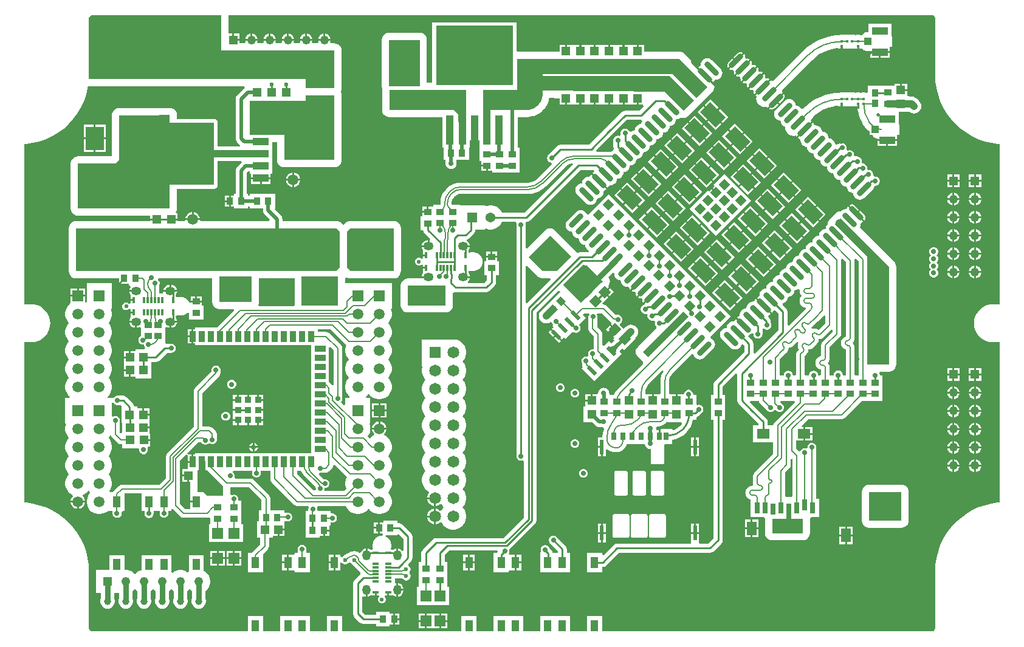
<source format=gtl>
G04*
G04 #@! TF.GenerationSoftware,Altium Limited,Altium Designer,24.5.2 (23)*
G04*
G04 Layer_Physical_Order=1*
G04 Layer_Color=255*
%FSLAX44Y44*%
%MOMM*%
G71*
G04*
G04 #@! TF.SameCoordinates,164FEA2C-ADE8-48CB-B743-27DEF7324C7D*
G04*
G04*
G04 #@! TF.FilePolarity,Positive*
G04*
G01*
G75*
%ADD10C,0.2000*%
%ADD16R,2.2000X1.0500*%
%ADD17R,1.1000X1.0000*%
G04:AMPARAMS|DCode=18|XSize=0.55mm|YSize=1.55mm|CornerRadius=0mm|HoleSize=0mm|Usage=FLASHONLY|Rotation=45.000|XOffset=0mm|YOffset=0mm|HoleType=Round|Shape=Rectangle|*
%AMROTATEDRECTD18*
4,1,4,0.3536,-0.7425,-0.7425,0.3536,-0.3536,0.7425,0.7425,-0.3536,0.3536,-0.7425,0.0*
%
%ADD18ROTATEDRECTD18*%

%ADD19R,0.9000X1.5000*%
%ADD20R,1.5000X0.9000*%
%ADD21R,0.9000X0.9000*%
%ADD22R,0.9400X1.0200*%
%ADD23R,0.3000X0.8700*%
%ADD24R,1.0200X0.9400*%
%ADD25R,1.2000X1.3000*%
%ADD26R,1.4000X1.9000*%
%ADD27R,1.8000X1.4000*%
%ADD28R,0.8000X1.5000*%
%ADD29C,1.0000*%
%ADD30R,1.1000X1.6500*%
%ADD31R,1.5000X1.5000*%
G04:AMPARAMS|DCode=32|XSize=1.3mm|YSize=1.2mm|CornerRadius=0mm|HoleSize=0mm|Usage=FLASHONLY|Rotation=45.000|XOffset=0mm|YOffset=0mm|HoleType=Round|Shape=Rectangle|*
%AMROTATEDRECTD32*
4,1,4,-0.0354,-0.8839,-0.8839,-0.0354,0.0354,0.8839,0.8839,0.0354,-0.0354,-0.8839,0.0*
%
%ADD32ROTATEDRECTD32*%

%ADD33R,0.8700X0.3000*%
%ADD34R,1.3000X1.2000*%
%ADD35R,1.0414X4.0386*%
%ADD36R,10.7442X8.3058*%
%ADD37R,5.4000X2.9000*%
%ADD38R,2.5000X3.3000*%
%ADD39R,2.1600X1.0700*%
%ADD40R,0.7500X1.1300*%
%ADD41R,0.5800X2.1000*%
%ADD42R,0.6500X1.1300*%
%ADD43R,0.3500X0.4000*%
%ADD44R,0.3000X0.3000*%
%ADD45R,0.9700X1.0000*%
G04:AMPARAMS|DCode=46|XSize=0.94mm|YSize=1.02mm|CornerRadius=0mm|HoleSize=0mm|Usage=FLASHONLY|Rotation=225.000|XOffset=0mm|YOffset=0mm|HoleType=Round|Shape=Rectangle|*
%AMROTATEDRECTD46*
4,1,4,-0.0283,0.6930,0.6930,-0.0283,0.0283,-0.6930,-0.6930,0.0283,-0.0283,0.6930,0.0*
%
%ADD46ROTATEDRECTD46*%

G04:AMPARAMS|DCode=47|XSize=2.5mm|YSize=0.8mm|CornerRadius=0.4mm|HoleSize=0mm|Usage=FLASHONLY|Rotation=45.000|XOffset=0mm|YOffset=0mm|HoleType=Round|Shape=RoundedRectangle|*
%AMROUNDEDRECTD47*
21,1,2.5000,0.0000,0,0,45.0*
21,1,1.7000,0.8000,0,0,45.0*
1,1,0.8000,0.6010,0.6010*
1,1,0.8000,-0.6010,-0.6010*
1,1,0.8000,-0.6010,-0.6010*
1,1,0.8000,0.6010,0.6010*
%
%ADD47ROUNDEDRECTD47*%
%ADD48P,1.5556X4X90.0*%
G04:AMPARAMS|DCode=49|XSize=2.5mm|YSize=0.8mm|CornerRadius=0.4mm|HoleSize=0mm|Usage=FLASHONLY|Rotation=135.000|XOffset=0mm|YOffset=0mm|HoleType=Round|Shape=RoundedRectangle|*
%AMROUNDEDRECTD49*
21,1,2.5000,0.0000,0,0,135.0*
21,1,1.7000,0.8000,0,0,135.0*
1,1,0.8000,-0.6010,0.6010*
1,1,0.8000,0.6010,-0.6010*
1,1,0.8000,0.6010,-0.6010*
1,1,0.8000,-0.6010,0.6010*
%
%ADD49ROUNDEDRECTD49*%
G04:AMPARAMS|DCode=50|XSize=3mm|YSize=2mm|CornerRadius=0mm|HoleSize=0mm|Usage=FLASHONLY|Rotation=135.000|XOffset=0mm|YOffset=0mm|HoleType=Round|Shape=Rectangle|*
%AMROTATEDRECTD50*
4,1,4,1.7678,-0.3536,0.3536,-1.7678,-1.7678,0.3536,-0.3536,1.7678,1.7678,-0.3536,0.0*
%
%ADD50ROTATEDRECTD50*%

%ADD99C,0.1848*%
%ADD100C,0.2540*%
%ADD101C,0.1830*%
%ADD102C,0.5000*%
%AMCUSTOMSHAPE103*
4,1,8,-3.8350,5.4000,-2.3650,5.4000,-2.3650,4.3500,3.8350,4.3500,3.8350,-4.3500,-2.3650,-4.3500,-2.3650,-5.4000,-3.8350,-5.4000,-3.8350,5.4000,0.0*%
%ADD103CUSTOMSHAPE103*%

%ADD104R,1.2700X0.6350*%
%ADD105C,0.8890*%
%ADD106C,0.8000*%
%ADD107C,1.0000*%
%ADD108C,0.7000*%
%ADD109C,1.2200*%
%ADD110R,1.2200X1.2200*%
%ADD111C,1.5000*%
%ADD112C,0.5700*%
%ADD113O,1.4000X1.1500*%
%ADD114C,1.3700*%
%ADD115R,1.3700X1.3700*%
%ADD116R,1.2200X1.2200*%
%ADD117R,1.3700X1.3700*%
%ADD118R,1.6500X1.6500*%
%ADD119C,1.6500*%
%ADD120O,1.1500X1.4000*%
%ADD121C,0.7000*%
%ADD122C,0.6000*%
%ADD123C,0.5080*%
G36*
X280000Y815000D02*
X437500D01*
X437500Y762500D01*
X397500D01*
X397500Y775000D01*
X95557D01*
Y859278D01*
Y860296D01*
X96336Y862176D01*
X97775Y863615D01*
X99655Y864394D01*
X280000D01*
Y815000D01*
D02*
G37*
G36*
X1270000Y864392D02*
Y864392D01*
X1271848Y864025D01*
X1273153Y863153D01*
X1274025Y861848D01*
X1274422Y859849D01*
X1274422Y858000D01*
X1274426Y782465D01*
X1274461Y782290D01*
X1274409Y781231D01*
X1274876Y771738D01*
X1276270Y762336D01*
X1278580Y753116D01*
X1281782Y744167D01*
X1285845Y735575D01*
X1290732Y727423D01*
X1296393Y719789D01*
X1302776Y712746D01*
X1309819Y706364D01*
X1317453Y700702D01*
X1325605Y695815D01*
X1334197Y691752D01*
X1343146Y688550D01*
X1352366Y686240D01*
X1361768Y684846D01*
X1364392Y684717D01*
Y461608D01*
X1355000D01*
X1355000Y461608D01*
Y461608D01*
X1354785Y461565D01*
X1350842Y461255D01*
X1346786Y460281D01*
X1342932Y458685D01*
X1339375Y456505D01*
X1336204Y453796D01*
X1333495Y450625D01*
X1331315Y447068D01*
X1329719Y443214D01*
X1328745Y439158D01*
X1328418Y435000D01*
X1328745Y430842D01*
X1329719Y426786D01*
X1331315Y422932D01*
X1333495Y419375D01*
X1336204Y416204D01*
X1339375Y413495D01*
X1342932Y411315D01*
X1346786Y409719D01*
X1350842Y408745D01*
X1354785Y408435D01*
X1355000Y408392D01*
X1364392D01*
Y185287D01*
X1361771Y185159D01*
X1352368Y183764D01*
X1343148Y181454D01*
X1334198Y178252D01*
X1325605Y174188D01*
X1317453Y169301D01*
X1309818Y163639D01*
X1302775Y157255D01*
X1296391Y150212D01*
X1290729Y142578D01*
X1285842Y134424D01*
X1281778Y125832D01*
X1278576Y116882D01*
X1276266Y107662D01*
X1274871Y98259D01*
X1274405Y88765D01*
X1274457Y87705D01*
X1274422Y87530D01*
Y10151D01*
X1274392Y10000D01*
X1274392Y10000D01*
X1274025Y8152D01*
X1273153Y6847D01*
X1271706Y5881D01*
X1270167Y5574D01*
X1270000Y5608D01*
X810500D01*
Y26750D01*
X789500D01*
Y5608D01*
X765500D01*
Y26750D01*
X724351D01*
Y5608D01*
X700351D01*
Y26750D01*
X659500D01*
Y5608D01*
X635500D01*
Y26750D01*
X614500D01*
Y5608D01*
X448000D01*
Y26750D01*
X427000D01*
Y5608D01*
X403000D01*
Y26750D01*
X362000D01*
Y5608D01*
X338000D01*
Y26750D01*
X317000D01*
Y5608D01*
X100000D01*
X99833Y5574D01*
X98294Y5881D01*
X96847Y6847D01*
X95975Y8152D01*
X95608Y10000D01*
X95578Y11988D01*
Y87530D01*
X95543Y87705D01*
X95595Y88765D01*
X95129Y98259D01*
X93734Y107662D01*
X91424Y116882D01*
X88222Y125832D01*
X84158Y134424D01*
X79271Y142578D01*
X73609Y150212D01*
X67225Y157255D01*
X60182Y163639D01*
X52547Y169301D01*
X44394Y174188D01*
X35802Y178252D01*
X26852Y181454D01*
X17631Y183764D01*
X8229Y185159D01*
X5608Y185287D01*
Y408392D01*
X15000D01*
X15000Y408392D01*
Y408392D01*
X15215Y408435D01*
X19158Y408745D01*
X23214Y409719D01*
X27068Y411315D01*
X30624Y413495D01*
X33796Y416204D01*
X36505Y419375D01*
X38685Y422932D01*
X40281Y426786D01*
X41255Y430842D01*
X41582Y435000D01*
X41255Y439158D01*
X40281Y443214D01*
X38685Y447068D01*
X36505Y450625D01*
X33796Y453796D01*
X30624Y456505D01*
X27068Y458685D01*
X23214Y460281D01*
X19158Y461255D01*
X15215Y461565D01*
X15000Y461608D01*
X5578D01*
Y684711D01*
X8229Y684841D01*
X17631Y686236D01*
X26852Y688546D01*
X35802Y691748D01*
X44394Y695812D01*
X52547Y700699D01*
X60182Y706361D01*
X67225Y712745D01*
X73609Y719788D01*
X79271Y727422D01*
X84158Y735575D01*
X88222Y744168D01*
X91424Y753118D01*
X93734Y762339D01*
X94143Y765100D01*
X95557Y764914D01*
X311708D01*
X312387Y762914D01*
X311651Y762349D01*
X311651Y762349D01*
X302151Y752849D01*
X300949Y751282D01*
X300193Y749458D01*
X299935Y747500D01*
Y692500D01*
X300193Y690542D01*
X300949Y688718D01*
X302151Y687151D01*
X306216Y683086D01*
X305716Y681461D01*
X305421Y681086D01*
X275098D01*
Y714500D01*
X274710Y716451D01*
X273605Y718105D01*
X271951Y719210D01*
X270000Y719598D01*
X218086D01*
Y725000D01*
X217743Y727610D01*
X216735Y730043D01*
X215132Y732132D01*
X213043Y733735D01*
X210611Y734743D01*
X208000Y735086D01*
X137500D01*
X134889Y734743D01*
X132457Y733735D01*
X130368Y732132D01*
X128765Y730043D01*
X127757Y727610D01*
X127414Y725000D01*
Y667586D01*
X80000D01*
X77389Y667243D01*
X74957Y666235D01*
X72868Y664632D01*
X71265Y662543D01*
X70257Y660110D01*
X69914Y657500D01*
Y595000D01*
X70257Y592389D01*
X71265Y589957D01*
X72868Y587868D01*
X74957Y586265D01*
X77389Y585257D01*
X80000Y584914D01*
X180852D01*
Y580770D01*
X189892D01*
Y578230D01*
X180852D01*
Y577586D01*
X77500D01*
X74889Y577243D01*
X72457Y576235D01*
X70368Y574632D01*
X68765Y572543D01*
X67757Y570111D01*
X67414Y567500D01*
Y507500D01*
X67757Y504889D01*
X68765Y502457D01*
X70368Y500368D01*
X72457Y498765D01*
X74889Y497757D01*
X77500Y497414D01*
X137360D01*
Y489860D01*
X150700D01*
Y487400D01*
X152459D01*
X153329Y485400D01*
X152509Y484331D01*
X151673Y482314D01*
X151556Y481420D01*
X161000D01*
Y478880D01*
X151556D01*
X151673Y477986D01*
X152509Y475969D01*
X152610Y475838D01*
X153460Y474190D01*
Y468570D01*
X157500D01*
Y466030D01*
X153460D01*
Y463141D01*
X151460Y462313D01*
X150553Y463219D01*
X148572Y464040D01*
X146428D01*
X144447Y463219D01*
X142931Y461703D01*
X142110Y459722D01*
Y457578D01*
X142931Y455597D01*
X144447Y454081D01*
X146428Y453260D01*
X148572D01*
X150553Y454081D01*
X151460Y454987D01*
X153460Y454159D01*
Y451270D01*
X157500D01*
Y448730D01*
X153460D01*
Y443110D01*
X152610Y441462D01*
X152509Y441331D01*
X151673Y439314D01*
X151556Y438420D01*
X161000D01*
Y437150D01*
X162270D01*
Y428791D01*
X164414Y429073D01*
X165900Y429689D01*
X167900Y428765D01*
Y417101D01*
X167333Y416866D01*
X165634Y415167D01*
X164714Y412947D01*
Y410544D01*
X165634Y408325D01*
X167333Y406625D01*
X169553Y405706D01*
X171956D01*
X172284Y404069D01*
X172297Y403930D01*
Y403929D01*
X173216Y401709D01*
X174165Y400761D01*
X173336Y398761D01*
X160600D01*
Y396301D01*
X153869D01*
Y387261D01*
X152599D01*
Y385991D01*
X144060D01*
Y378221D01*
X144083D01*
Y370724D01*
X152623D01*
Y369454D01*
X153893D01*
Y360415D01*
X160623D01*
Y357955D01*
X182623D01*
Y380868D01*
X188657D01*
X191103Y381355D01*
X193177Y382741D01*
X204044Y393607D01*
X210000D01*
X212446Y394094D01*
X214520Y395480D01*
X215906Y397554D01*
X216393Y400000D01*
X215906Y402446D01*
X214520Y404520D01*
X212446Y405906D01*
X210000Y406393D01*
X203683D01*
X202100Y407400D01*
X202100Y408393D01*
Y423200D01*
Y428765D01*
X204100Y429689D01*
X205586Y429073D01*
X207730Y428791D01*
Y437150D01*
X209000D01*
Y438420D01*
X218444D01*
X218327Y439314D01*
X217491Y441331D01*
X217390Y441462D01*
X216540Y443110D01*
Y444563D01*
X216642Y444843D01*
X216696Y444934D01*
X217059Y445345D01*
X217182Y445448D01*
X218056Y445964D01*
X218540Y446084D01*
X218736Y446059D01*
X218739Y446057D01*
X218914Y446034D01*
X219484Y445875D01*
X219624Y445855D01*
X219672Y445854D01*
X219718Y445842D01*
X219868Y445822D01*
X220016Y445802D01*
X220686Y445801D01*
X221350Y445714D01*
X223650D01*
X224314Y445801D01*
X224984Y445802D01*
X225132Y445822D01*
X225282Y445842D01*
X225328Y445854D01*
X225376Y445855D01*
X225516Y445875D01*
X226086Y446034D01*
X226261Y446057D01*
X226264Y446059D01*
X226689Y446114D01*
X226839Y446154D01*
X226922Y446189D01*
X227011Y446202D01*
X227151Y446242D01*
X227452Y446372D01*
X227773Y446441D01*
X227913Y446492D01*
X228192Y446635D01*
X228493Y446719D01*
X228633Y446779D01*
X228753Y446851D01*
X228887Y446892D01*
X229016Y446952D01*
X229280Y447118D01*
X229571Y447229D01*
X229701Y447299D01*
X229927Y447462D01*
X229940Y447471D01*
X230207Y447590D01*
X230336Y447669D01*
X230466Y447749D01*
X230923Y448121D01*
X230973Y448145D01*
X231038Y448200D01*
X231341Y448370D01*
X231461Y448460D01*
X231696Y448690D01*
X231965Y448877D01*
X232075Y448977D01*
X232089Y448993D01*
X232194Y449067D01*
X232304Y449166D01*
X232616Y449534D01*
X232900Y449775D01*
X234051Y449634D01*
X234900Y449034D01*
Y439900D01*
X255100D01*
Y459300D01*
X252640D01*
Y464130D01*
X245000D01*
Y465400D01*
D01*
Y464130D01*
X237212D01*
X235431Y463643D01*
X235371Y463783D01*
X235299Y463903D01*
X235258Y464036D01*
X235198Y464166D01*
X235113Y464301D01*
X235061Y464451D01*
X234991Y464591D01*
X234806Y464865D01*
X234775Y464953D01*
X234618Y465179D01*
X234480Y465487D01*
X234400Y465617D01*
X234378Y465644D01*
X234363Y465674D01*
X234283Y465794D01*
X234017Y466098D01*
X234005Y466123D01*
X233950Y466189D01*
X233780Y466491D01*
X233690Y466611D01*
X233460Y466846D01*
X233273Y467115D01*
X233173Y467225D01*
X233157Y467239D01*
X233083Y467345D01*
X232983Y467454D01*
X232616Y467766D01*
X232304Y468134D01*
X232194Y468233D01*
X232089Y468307D01*
X232075Y468323D01*
X231965Y468423D01*
X231696Y468610D01*
X231461Y468840D01*
X231341Y468930D01*
X231038Y469100D01*
X230973Y469155D01*
X230923Y469179D01*
X230466Y469551D01*
X230207Y469710D01*
X229940Y469829D01*
X229927Y469838D01*
X229701Y470001D01*
X229571Y470071D01*
X229280Y470182D01*
X229016Y470348D01*
X228887Y470408D01*
X228753Y470449D01*
X228633Y470521D01*
X228493Y470581D01*
X228192Y470665D01*
X227913Y470808D01*
X227773Y470858D01*
X227452Y470928D01*
X227151Y471058D01*
X227011Y471098D01*
X226922Y471111D01*
X226839Y471146D01*
X226689Y471186D01*
X226264Y471241D01*
X226261Y471243D01*
X226086Y471266D01*
X225516Y471425D01*
X225376Y471445D01*
X225328Y471446D01*
X225282Y471458D01*
X225132Y471478D01*
X224984Y471498D01*
X224314Y471499D01*
X223650Y471586D01*
X221350D01*
X220686Y471499D01*
X220016Y471498D01*
X219868Y471478D01*
X219718Y471458D01*
X219672Y471446D01*
X219624Y471445D01*
X219484Y471425D01*
X218914Y471266D01*
X218739Y471243D01*
X218736Y471241D01*
X218540Y471216D01*
X218056Y471337D01*
X217182Y471852D01*
X217059Y471954D01*
X216696Y472366D01*
X216642Y472457D01*
X216540Y472737D01*
Y474190D01*
X217390Y475838D01*
X217491Y475969D01*
X218327Y477986D01*
X218444Y478880D01*
X199556D01*
X199586Y478650D01*
X198311Y476650D01*
X193540D01*
Y489022D01*
X193868Y489813D01*
X193957Y490224D01*
X193868D01*
Y492216D01*
X192948Y494436D01*
X191971Y495414D01*
X192799Y497414D01*
X267414D01*
Y465000D01*
X267757Y462389D01*
X268765Y459957D01*
X270368Y457868D01*
X272457Y456265D01*
X274889Y455257D01*
X277500Y454914D01*
X297225D01*
X297990Y453066D01*
X274174Y429250D01*
X243100D01*
Y426790D01*
X241170D01*
Y416750D01*
Y406710D01*
X243100D01*
Y404250D01*
X405000D01*
Y389600D01*
Y376900D01*
Y364200D01*
Y351500D01*
Y338800D01*
Y326100D01*
Y313400D01*
Y300700D01*
Y288000D01*
Y275300D01*
Y262600D01*
Y254250D01*
X243100D01*
Y251790D01*
X241170D01*
Y241750D01*
X239900D01*
Y240480D01*
X232860D01*
Y231855D01*
X225224D01*
Y224085D01*
X233764D01*
Y222815D01*
X235035D01*
Y213775D01*
X236660D01*
Y200000D01*
X236764Y199209D01*
X236960Y197290D01*
X236960Y197290D01*
Y187770D01*
X245000D01*
Y185230D01*
X236960D01*
Y176117D01*
X230034D01*
X222540Y183611D01*
Y243543D01*
X230912Y251914D01*
X232860Y251034D01*
Y243020D01*
X238630D01*
Y251790D01*
X233616D01*
X232736Y253738D01*
X247880Y268883D01*
X252254D01*
X253494Y267642D01*
X253825Y267421D01*
X254399Y266847D01*
X255149Y266537D01*
X255479Y266316D01*
X255869Y266238D01*
X256619Y265928D01*
X257430D01*
X257820Y265850D01*
X258210Y265928D01*
X259022D01*
X259771Y266238D01*
X260161Y266316D01*
X260492Y266537D01*
X261241Y266847D01*
X261699Y267305D01*
X261931Y267499D01*
X262146Y267642D01*
X264083Y267744D01*
X264833Y267434D01*
X265163Y267213D01*
X265553Y267135D01*
X266303Y266825D01*
X267114D01*
X267504Y266747D01*
X267894Y266825D01*
X268706D01*
X269455Y267135D01*
X269845Y267213D01*
X270176Y267434D01*
X270926Y267744D01*
X271500Y268318D01*
X271830Y268539D01*
X272051Y268870D01*
X272625Y269443D01*
X272935Y270193D01*
X273156Y270524D01*
X273234Y270914D01*
X273544Y271663D01*
Y272475D01*
X273622Y272865D01*
Y280635D01*
X273156Y282976D01*
X271830Y284961D01*
X267465Y289326D01*
X265481Y290652D01*
X263139Y291117D01*
X253617D01*
Y337717D01*
X276826Y360925D01*
X278152Y362910D01*
X278617Y365251D01*
Y370000D01*
X278540Y370390D01*
Y371201D01*
X278229Y371951D01*
X278152Y372341D01*
X277931Y372672D01*
X277621Y373421D01*
X277047Y373995D01*
X276826Y374326D01*
X276495Y374547D01*
X275921Y375121D01*
X275172Y375431D01*
X274841Y375652D01*
X274451Y375729D01*
X273701Y376040D01*
X272890D01*
X272500Y376118D01*
X272110Y376040D01*
X271299D01*
X270549Y375729D01*
X270159Y375652D01*
X269828Y375431D01*
X269079Y375121D01*
X268505Y374547D01*
X268174Y374326D01*
X267953Y373995D01*
X267379Y373421D01*
X267069Y372672D01*
X266848Y372341D01*
X266771Y371951D01*
X266460Y371201D01*
Y370390D01*
X266382Y370000D01*
Y367785D01*
X243174Y344577D01*
X241848Y342592D01*
X241382Y340251D01*
Y290380D01*
X204537Y253534D01*
X203211Y251550D01*
X202745Y249209D01*
Y233863D01*
Y219242D01*
X193686Y210183D01*
X141628D01*
X139287Y209718D01*
X137303Y208391D01*
X130094Y201183D01*
X129137Y199750D01*
X125334D01*
X124265Y201750D01*
X125508Y203611D01*
X126827Y206795D01*
X127500Y210176D01*
Y213624D01*
X126827Y217005D01*
X125508Y220189D01*
X123593Y223056D01*
X122049Y224600D01*
X123593Y226144D01*
X125508Y229011D01*
X126827Y232195D01*
X127500Y235576D01*
Y239024D01*
X126827Y242405D01*
X125508Y245589D01*
X123593Y248456D01*
X122049Y250000D01*
X123593Y251544D01*
X125508Y254411D01*
X126827Y257595D01*
X127500Y260976D01*
Y264424D01*
X126827Y267805D01*
X125508Y270989D01*
X123593Y273856D01*
X122049Y275400D01*
X123593Y276944D01*
X124640Y278510D01*
X126763Y278088D01*
X126848Y277659D01*
X128174Y275674D01*
X135674Y268174D01*
X137659Y266848D01*
X140000Y266382D01*
X142015D01*
Y260614D01*
X163744D01*
X164529Y260242D01*
X165554Y259502D01*
Y257354D01*
X166473Y255134D01*
X168172Y253435D01*
X170392Y252516D01*
X172795D01*
X175015Y253435D01*
X176714Y255134D01*
X177634Y257354D01*
Y259757D01*
X177088Y261074D01*
X178231Y263074D01*
X180554D01*
Y270844D01*
X172015D01*
Y273384D01*
X180554D01*
Y281154D01*
X180139D01*
Y288548D01*
X171599D01*
Y291088D01*
X180139D01*
Y298857D01*
X179840D01*
Y306334D01*
X171300D01*
Y307604D01*
X170030D01*
Y316644D01*
X163300D01*
Y319104D01*
X158585D01*
X158206Y321010D01*
X156820Y323084D01*
X147884Y332020D01*
X145810Y333406D01*
X143364Y333893D01*
X135000D01*
X132554Y333406D01*
X130480Y332020D01*
X129500Y330554D01*
X127500Y331000D01*
Y331000D01*
X121734D01*
X121282Y332489D01*
X121249Y333000D01*
X123593Y335344D01*
X125508Y338211D01*
X126827Y341395D01*
X127500Y344776D01*
Y348224D01*
X126827Y351605D01*
X125508Y354789D01*
X123593Y357656D01*
X122049Y359200D01*
X123593Y360744D01*
X125508Y363611D01*
X126827Y366795D01*
X127500Y370176D01*
Y373624D01*
X126827Y377005D01*
X125508Y380189D01*
X123593Y383056D01*
X122049Y384600D01*
X123593Y386144D01*
X125508Y389011D01*
X126827Y392195D01*
X127500Y395576D01*
Y399024D01*
X126827Y402405D01*
X125508Y405589D01*
X123593Y408456D01*
X122049Y410000D01*
X123593Y411544D01*
X125508Y414411D01*
X126827Y417595D01*
X127500Y420976D01*
Y424424D01*
X126827Y427805D01*
X125508Y430989D01*
X123593Y433856D01*
X122049Y435400D01*
X123593Y436944D01*
X125508Y439811D01*
X126827Y442995D01*
X127500Y446376D01*
Y449824D01*
X126827Y453205D01*
X126358Y454337D01*
X127470Y456000D01*
X127500D01*
Y491000D01*
X92500D01*
Y464668D01*
X92458Y464604D01*
X90500Y463713D01*
X90040Y464113D01*
Y472230D01*
X80000D01*
X69960D01*
Y463460D01*
X69960Y463460D01*
X69960D01*
X69065Y461841D01*
X68844Y461693D01*
X66407Y459256D01*
X64492Y456389D01*
X63172Y453205D01*
X62500Y449824D01*
Y446376D01*
X63172Y442995D01*
X64492Y439811D01*
X66407Y436944D01*
X67951Y435400D01*
X66407Y433856D01*
X64492Y430989D01*
X63172Y427805D01*
X62500Y424424D01*
Y420976D01*
X63172Y417595D01*
X64492Y414411D01*
X66407Y411544D01*
X67951Y410000D01*
X66407Y408456D01*
X64492Y405589D01*
X63172Y402405D01*
X62500Y399024D01*
Y395576D01*
X63172Y392195D01*
X64492Y389011D01*
X66407Y386144D01*
X67951Y384600D01*
X66407Y383056D01*
X64492Y380189D01*
X63172Y377005D01*
X62500Y373624D01*
Y370176D01*
X63172Y366795D01*
X64492Y363611D01*
X66407Y360744D01*
X67951Y359200D01*
X66407Y357656D01*
X64492Y354789D01*
X63172Y351605D01*
X62500Y348224D01*
Y344776D01*
X63172Y341395D01*
X64492Y338211D01*
X66407Y335344D01*
X68751Y333000D01*
X68717Y332489D01*
X68266Y331000D01*
X62500D01*
Y296000D01*
X62530D01*
X63642Y294337D01*
X63172Y293205D01*
X62500Y289824D01*
Y286376D01*
X63172Y282995D01*
X64492Y279811D01*
X66407Y276944D01*
X67951Y275400D01*
X66407Y273856D01*
X64492Y270989D01*
X63172Y267805D01*
X62500Y264424D01*
Y260976D01*
X63172Y257595D01*
X64492Y254411D01*
X66407Y251544D01*
X67951Y250000D01*
X66407Y248456D01*
X64492Y245589D01*
X63172Y242405D01*
X62500Y239024D01*
Y235576D01*
X63172Y232195D01*
X64492Y229011D01*
X66407Y226144D01*
X67951Y224600D01*
X66407Y223056D01*
X64492Y220189D01*
X63172Y217005D01*
X62500Y213624D01*
Y210176D01*
X63172Y206795D01*
X64492Y203611D01*
X66407Y200744D01*
X68844Y198307D01*
X71711Y196392D01*
X72601Y196023D01*
X72996Y193695D01*
X71966Y192665D01*
X70644Y190375D01*
X69960Y187822D01*
Y187770D01*
X80000D01*
X90040D01*
Y187822D01*
X89356Y190375D01*
X88034Y192665D01*
X87004Y193695D01*
X87399Y196023D01*
X88289Y196392D01*
X91156Y198307D01*
X93593Y200744D01*
X94000Y201353D01*
X96000D01*
X96407Y200744D01*
X97951Y199200D01*
X96407Y197656D01*
X94492Y194789D01*
X93173Y191605D01*
X92500Y188224D01*
Y184776D01*
X93173Y181395D01*
X94492Y178211D01*
X96407Y175344D01*
X98844Y172907D01*
X101711Y170992D01*
X104895Y169673D01*
X108276Y169000D01*
X111724D01*
X115105Y169673D01*
X118289Y170992D01*
X121156Y172907D01*
X121920Y173671D01*
X123920Y173250D01*
Y173250D01*
X128302D01*
Y170000D01*
X128380Y169610D01*
Y168799D01*
X128691Y168049D01*
X128768Y167659D01*
X128989Y167328D01*
X129299Y166579D01*
X129873Y166005D01*
X130094Y165674D01*
X130425Y165453D01*
X130999Y164879D01*
X131748Y164569D01*
X132079Y164348D01*
X132469Y164271D01*
X133219Y163960D01*
X134030D01*
X134420Y163883D01*
X134710Y163940D01*
X135000Y163883D01*
X135390Y163960D01*
X135621D01*
X135835Y164049D01*
X137341Y164348D01*
X139326Y165674D01*
X140652Y167659D01*
X141117Y170000D01*
X140869Y171250D01*
X142214Y173175D01*
X142355Y173250D01*
X144920D01*
Y197948D01*
X168920D01*
Y173250D01*
X173027D01*
Y170841D01*
X172791Y169655D01*
X173278Y167209D01*
X174664Y165135D01*
X176738Y163749D01*
X179184Y163263D01*
X179302Y163286D01*
X179420Y163263D01*
X181866Y163749D01*
X183940Y165135D01*
X185326Y167209D01*
X185813Y169655D01*
Y173250D01*
X193883D01*
Y170000D01*
X193960Y169610D01*
Y168799D01*
X194271Y168049D01*
X194348Y167659D01*
X194569Y167328D01*
X194879Y166579D01*
X195453Y166005D01*
X195674Y165674D01*
X196005Y165453D01*
X196579Y164879D01*
X197328Y164569D01*
X197659Y164348D01*
X198049Y164271D01*
X198799Y163960D01*
X199610D01*
X200000Y163883D01*
X200390Y163960D01*
X201201D01*
X201951Y164271D01*
X202341Y164348D01*
X202672Y164569D01*
X203421Y164879D01*
X203995Y165453D01*
X204326Y165674D01*
X204547Y166005D01*
X205121Y166579D01*
X205431Y167328D01*
X205652Y167659D01*
X205729Y168049D01*
X206040Y168799D01*
Y169610D01*
X206117Y170000D01*
Y173250D01*
X210500D01*
Y175596D01*
X210916Y175897D01*
X212500Y176348D01*
X223174Y165674D01*
X225159Y164348D01*
X227500Y163883D01*
X260000D01*
X262341Y164348D01*
X262891Y164715D01*
X264891Y163646D01*
Y155000D01*
X262490D01*
Y130000D01*
X310000D01*
Y155000D01*
X307600D01*
Y168458D01*
Y187858D01*
X303617D01*
Y190000D01*
X303540Y190390D01*
Y191201D01*
X303229Y191951D01*
X303152Y192341D01*
X302931Y192672D01*
X302620Y193421D01*
X302046Y193995D01*
X301826Y194326D01*
X301495Y194546D01*
X300921Y195120D01*
X300172Y195431D01*
X299841Y195652D01*
X299451Y195729D01*
X298701Y196040D01*
X297890D01*
X297500Y196117D01*
X297110Y196040D01*
X296298D01*
X295549Y195729D01*
X295159Y195652D01*
X294828Y195431D01*
X294586Y195331D01*
X293075Y196019D01*
X292586Y196457D01*
Y206106D01*
X318316D01*
X335983Y188439D01*
Y174597D01*
X332400D01*
Y159000D01*
X329500D01*
Y136000D01*
X334383D01*
Y127147D01*
X323174Y115939D01*
X322380Y114750D01*
X317000D01*
Y88250D01*
X338000D01*
Y113462D01*
X344826Y120288D01*
X346152Y122272D01*
X346618Y124613D01*
Y136000D01*
X351500D01*
Y138460D01*
X358230D01*
Y147500D01*
X359500D01*
Y148770D01*
X368040D01*
Y156540D01*
X367600D01*
Y158883D01*
X372500D01*
X372890Y158960D01*
X373701D01*
X374451Y159271D01*
X374841Y159348D01*
X375172Y159569D01*
X375921Y159880D01*
X376495Y160453D01*
X376826Y160674D01*
X377047Y161005D01*
X377621Y161579D01*
X377931Y162328D01*
X378152Y162659D01*
X378229Y163049D01*
X378540Y163799D01*
Y164610D01*
X378618Y165000D01*
X378540Y165390D01*
Y166201D01*
X378229Y166951D01*
X378152Y167341D01*
X377931Y167672D01*
X377621Y168421D01*
X377047Y168995D01*
X376826Y169326D01*
X376495Y169547D01*
X375921Y170121D01*
X375172Y170431D01*
X374841Y170652D01*
X374451Y170729D01*
X373701Y171040D01*
X372890D01*
X372500Y171117D01*
X367600D01*
Y174597D01*
X348218D01*
Y190973D01*
X347752Y193314D01*
X346426Y195299D01*
X325176Y216549D01*
X323191Y217875D01*
X320850Y218341D01*
X299480D01*
X298143Y220341D01*
X298540Y221299D01*
Y223701D01*
X297621Y225921D01*
X296292Y227250D01*
X296747Y228989D01*
X296905Y229250D01*
X322682D01*
Y226300D01*
X322760Y225910D01*
Y225099D01*
X323071Y224349D01*
X323148Y223959D01*
X323369Y223628D01*
X323680Y222879D01*
X324253Y222305D01*
X324474Y221974D01*
X324805Y221753D01*
X325379Y221180D01*
X326128Y220869D01*
X326459Y220648D01*
X326849Y220571D01*
X327599Y220260D01*
X328410D01*
X328800Y220182D01*
X329190Y220260D01*
X330001D01*
X330751Y220571D01*
X331141Y220648D01*
X331472Y220869D01*
X332221Y221180D01*
X332795Y221753D01*
X333126Y221974D01*
X333347Y222305D01*
X333921Y222879D01*
X334231Y223628D01*
X334452Y223959D01*
X334529Y224349D01*
X334840Y225099D01*
Y225910D01*
X334917Y226300D01*
Y229250D01*
X348083D01*
Y217954D01*
X348548Y215613D01*
X349874Y213629D01*
X381329Y182174D01*
X383313Y180848D01*
X385654Y180382D01*
X400607D01*
X401676Y178382D01*
X401448Y178041D01*
X400982Y175700D01*
Y173197D01*
X397400D01*
Y156200D01*
X397400D01*
Y136000D01*
X416800D01*
Y138460D01*
X421630D01*
Y146100D01*
X422900D01*
Y147370D01*
X430140D01*
Y152997D01*
X432600D01*
Y156981D01*
X434498D01*
X436839Y157446D01*
X438327Y158440D01*
X438421Y158479D01*
X438494Y158552D01*
X438824Y158773D01*
X439326Y159274D01*
X439547Y159605D01*
X440121Y160179D01*
X440431Y160928D01*
X440652Y161259D01*
X440729Y161649D01*
X441040Y162399D01*
Y163210D01*
X441118Y163600D01*
X441040Y163990D01*
Y164801D01*
X440729Y165551D01*
X440652Y165941D01*
X440431Y166272D01*
X440121Y167021D01*
X439547Y167595D01*
X439326Y167926D01*
X438995Y168147D01*
X438421Y168720D01*
X437672Y169031D01*
X437341Y169252D01*
X436951Y169329D01*
X436202Y169640D01*
X435390D01*
X435000Y169718D01*
X434610Y169640D01*
X433799D01*
X432600Y171308D01*
Y173197D01*
X414891D01*
X413540Y174899D01*
Y175710D01*
X413618Y176100D01*
X413540Y176490D01*
Y177301D01*
X413229Y178051D01*
X413164Y178382D01*
X413154Y178447D01*
X413496Y179403D01*
X414373Y180382D01*
X453592D01*
X454492Y178211D01*
X456407Y175344D01*
X458844Y172907D01*
X461711Y170992D01*
X464895Y169673D01*
X468276Y169000D01*
X471724D01*
X475104Y169673D01*
X478289Y170992D01*
X481156Y172907D01*
X483593Y175344D01*
X484000Y175953D01*
X486000D01*
X486407Y175344D01*
X488844Y172907D01*
X491711Y170992D01*
X494895Y169673D01*
X498276Y169000D01*
X501724D01*
X505104Y169673D01*
X508289Y170992D01*
X511156Y172907D01*
X513593Y175344D01*
X515508Y178211D01*
X516827Y181395D01*
X517500Y184776D01*
Y188224D01*
X516827Y191605D01*
X515508Y194789D01*
X513593Y197656D01*
X512049Y199200D01*
X513593Y200744D01*
X515508Y203611D01*
X516827Y206795D01*
X517500Y210176D01*
Y213624D01*
X516827Y217005D01*
X515508Y220189D01*
X513593Y223056D01*
X512049Y224600D01*
X513593Y226144D01*
X515508Y229011D01*
X516827Y232195D01*
X517500Y235576D01*
Y239024D01*
X516827Y242405D01*
X515508Y245589D01*
X513593Y248456D01*
X512049Y250000D01*
X513593Y251544D01*
X515508Y254411D01*
X516827Y257595D01*
X517500Y260976D01*
Y264424D01*
X516827Y267805D01*
X515508Y270989D01*
X513593Y273856D01*
X511156Y276293D01*
X508289Y278208D01*
X507399Y278577D01*
X507004Y280905D01*
X508034Y281935D01*
X509356Y284225D01*
X510040Y286778D01*
Y286830D01*
X500000D01*
Y288100D01*
D01*
Y286830D01*
X489960D01*
Y286778D01*
X490644Y284225D01*
X491966Y281935D01*
X492996Y280905D01*
X492601Y278577D01*
X491711Y278208D01*
X488844Y276293D01*
X486851Y274300D01*
X483839Y277313D01*
X485508Y279811D01*
X486827Y282995D01*
X487500Y286376D01*
Y289824D01*
X486827Y293205D01*
X486358Y294337D01*
X487469Y296000D01*
X487500D01*
Y331000D01*
X481734D01*
X481282Y332489D01*
X481249Y333000D01*
X483593Y335344D01*
X484000Y335953D01*
X486000D01*
X486407Y335344D01*
X488844Y332907D01*
X491711Y330992D01*
X494895Y329673D01*
X498276Y329000D01*
X501724D01*
X505104Y329673D01*
X508289Y330992D01*
X511156Y332907D01*
X513593Y335344D01*
X515508Y338211D01*
X516827Y341395D01*
X517500Y344776D01*
Y348224D01*
X516827Y351605D01*
X515508Y354789D01*
X513593Y357656D01*
X512049Y359200D01*
X513593Y360744D01*
X515508Y363611D01*
X516827Y366795D01*
X517500Y370176D01*
Y373624D01*
X516827Y377005D01*
X515508Y380189D01*
X513593Y383056D01*
X512049Y384600D01*
X513593Y386144D01*
X515508Y389011D01*
X516827Y392195D01*
X517500Y395576D01*
Y399024D01*
X516827Y402405D01*
X515508Y405589D01*
X513593Y408456D01*
X512049Y410000D01*
X513593Y411544D01*
X515508Y414411D01*
X516827Y417595D01*
X517500Y420976D01*
Y424424D01*
X516827Y427805D01*
X515508Y430989D01*
X513593Y433856D01*
X512049Y435400D01*
X513593Y436944D01*
X515508Y439811D01*
X516827Y442995D01*
X517500Y446376D01*
Y449824D01*
X516827Y453205D01*
X516358Y454337D01*
X517469Y456000D01*
X517500D01*
Y491000D01*
X452586D01*
Y498063D01*
X454586Y499049D01*
X454957Y498765D01*
X457389Y497757D01*
X460000Y497414D01*
X520000Y497414D01*
X522611Y497757D01*
X525043Y498765D01*
X527132Y500368D01*
X528735Y502457D01*
X529743Y504889D01*
X530086Y507500D01*
X530086Y512500D01*
Y562500D01*
X530086Y562500D01*
X530086Y567500D01*
X529743Y570111D01*
X528735Y572543D01*
X527132Y574632D01*
X525043Y576235D01*
X522611Y577243D01*
X520000Y577586D01*
X460000D01*
X457389Y577243D01*
X454957Y576235D01*
X452868Y574632D01*
X452868Y574632D01*
X450000Y571764D01*
X447132Y574632D01*
X445043Y576235D01*
X442611Y577243D01*
X440000Y577586D01*
X420000D01*
X420000Y577586D01*
X365065D01*
Y580000D01*
X365065Y580000D01*
X364807Y581958D01*
X364051Y583782D01*
X362849Y585349D01*
X362849Y585349D01*
X354572Y593626D01*
X355100Y594900D01*
X355100D01*
Y615100D01*
X319900D01*
Y612565D01*
X317200D01*
Y615100D01*
X315065D01*
Y644367D01*
X317133Y646435D01*
X319200D01*
Y643650D01*
X321660D01*
Y638270D01*
X335000D01*
Y637000D01*
D01*
Y638270D01*
X348340D01*
Y643650D01*
X350800D01*
Y660650D01*
Y677650D01*
Y687414D01*
X357414D01*
Y662500D01*
X357757Y659890D01*
X358765Y657457D01*
X360368Y655368D01*
X362457Y653765D01*
X364889Y652757D01*
X367500Y652414D01*
X437500D01*
X440111Y652757D01*
X442543Y653765D01*
X444632Y655368D01*
X446235Y657457D01*
X447243Y659890D01*
X447586Y662500D01*
Y752500D01*
X447243Y755110D01*
X446253Y757500D01*
X447243Y759890D01*
X447586Y762500D01*
X447586Y815000D01*
X447243Y817610D01*
X446235Y820043D01*
X444632Y822132D01*
X442543Y823735D01*
X440111Y824743D01*
X437500Y825086D01*
X432669D01*
X431664Y827086D01*
X432104Y828730D01*
X423500D01*
X414896D01*
X415336Y827086D01*
X414331Y825086D01*
X407269D01*
X406264Y827086D01*
X406704Y828730D01*
X398100D01*
X389496D01*
X389936Y827086D01*
X388931Y825086D01*
X381869D01*
X380864Y827086D01*
X381305Y828730D01*
X372700D01*
X364095D01*
X364536Y827086D01*
X363531Y825086D01*
X356469D01*
X355464Y827086D01*
X355905Y828730D01*
X347300D01*
X338695D01*
X339136Y827086D01*
X338131Y825086D01*
X331069D01*
X330064Y827086D01*
X330504Y828730D01*
X321900D01*
X313295D01*
X313736Y827086D01*
X312731Y825086D01*
X305140D01*
Y828730D01*
X296500D01*
Y830000D01*
X295230D01*
Y838640D01*
X290086D01*
Y864392D01*
X1270000D01*
X1270000Y864392D01*
D02*
G37*
G36*
X437500Y662500D02*
X367500D01*
Y697500D01*
X320000Y697500D01*
Y720000D01*
Y745000D01*
X397500D01*
Y752500D01*
X437500D01*
Y662500D01*
D02*
G37*
G36*
X208000Y595000D02*
X80000D01*
Y657500D01*
X132500D01*
X137500Y662500D01*
Y725000D01*
X208000D01*
Y595000D01*
D02*
G37*
G36*
X307715Y660539D02*
X308216Y658914D01*
X302151Y652849D01*
X300949Y651282D01*
X300193Y649458D01*
X299935Y647500D01*
Y615100D01*
X297800D01*
Y612640D01*
X292970D01*
Y605000D01*
Y597360D01*
X297800D01*
Y594900D01*
X317200D01*
Y597435D01*
X319900D01*
Y594900D01*
X337835D01*
Y592100D01*
X338093Y590142D01*
X338849Y588318D01*
X340051Y586751D01*
X347368Y579434D01*
X346603Y577586D01*
X250878D01*
X250040Y578678D01*
Y578730D01*
X240000D01*
X229960D01*
Y578678D01*
X229122Y577586D01*
X219040D01*
Y578230D01*
X210000D01*
Y580770D01*
X219040D01*
Y588040D01*
X217525D01*
X216640Y589834D01*
X216735Y589957D01*
X217743Y592389D01*
X218086Y595000D01*
Y622402D01*
X270000D01*
X271951Y622790D01*
X273605Y623895D01*
X274710Y625549D01*
X275098Y627500D01*
Y660914D01*
X307421D01*
X307715Y660539D01*
D02*
G37*
G36*
X420000Y567500D02*
X440000D01*
X445000Y562500D01*
X445000D01*
Y512500D01*
X440000Y507500D01*
X77500D01*
Y567500D01*
X420000D01*
Y567500D01*
D02*
G37*
G36*
X520000Y562500D02*
X520000D01*
Y512500D01*
X520000Y507500D01*
X460000Y507500D01*
X455000Y512500D01*
Y562500D01*
X455000D01*
X460000Y567500D01*
X520000D01*
X520000Y562500D01*
D02*
G37*
G36*
X322500Y465000D02*
X277500D01*
Y500000D01*
X322500D01*
Y465000D01*
D02*
G37*
G36*
X442500Y460000D02*
X391960D01*
Y500000D01*
X442500D01*
Y460000D01*
D02*
G37*
G36*
X381874Y460000D02*
X380714Y458677D01*
X332569D01*
X331534Y460678D01*
X332243Y462389D01*
X332586Y465000D01*
Y497414D01*
X381874D01*
Y460000D01*
D02*
G37*
G36*
X436382Y397466D02*
Y349088D01*
X434383Y348481D01*
X434326Y348566D01*
X430266Y352626D01*
X430000Y352803D01*
Y364200D01*
Y376900D01*
Y389600D01*
Y401235D01*
X431848Y402001D01*
X436382Y397466D01*
D02*
G37*
G36*
X453174Y405674D02*
X454234Y404966D01*
X453172Y402405D01*
X452500Y399024D01*
Y395576D01*
X453172Y392195D01*
X454492Y389011D01*
X456407Y386144D01*
X457951Y384600D01*
X456407Y383056D01*
X454492Y380189D01*
X453172Y377005D01*
X452500Y373624D01*
Y370176D01*
X453172Y366795D01*
X454492Y363611D01*
X456407Y360744D01*
X457951Y359200D01*
X456407Y357656D01*
X454492Y354789D01*
X453172Y351605D01*
X452500Y348224D01*
Y344776D01*
X453172Y341395D01*
X454492Y338211D01*
X456407Y335344D01*
X458751Y333000D01*
X458717Y332489D01*
X458266Y331000D01*
X452500D01*
Y321265D01*
X450652Y320499D01*
X447402Y323750D01*
X446826Y325674D01*
X447047Y326005D01*
X447621Y326579D01*
X447931Y327328D01*
X448152Y327659D01*
X448229Y328049D01*
X448540Y328799D01*
Y329610D01*
X448618Y330000D01*
Y400000D01*
X448152Y402341D01*
X446826Y404326D01*
X430076Y421076D01*
X428091Y422402D01*
X425750Y422868D01*
X414500D01*
Y426382D01*
X432466D01*
X453174Y405674D01*
D02*
G37*
G36*
X130480Y322980D02*
X132554Y321594D01*
X135000Y321107D01*
X140102D01*
X141422Y319400D01*
X141300Y319104D01*
X141300D01*
Y296104D01*
X141599D01*
Y282939D01*
X139640Y282067D01*
X138617Y282879D01*
Y299540D01*
X138540Y299930D01*
Y300741D01*
X138229Y301491D01*
X138152Y301881D01*
X137931Y302212D01*
X137620Y302961D01*
X137047Y303535D01*
X136826Y303866D01*
X136495Y304087D01*
X135921Y304660D01*
X135172Y304971D01*
X134841Y305192D01*
X134451Y305269D01*
X133701Y305580D01*
X132890D01*
X132500Y305658D01*
X132110Y305580D01*
X131299D01*
X130549Y305269D01*
X130159Y305192D01*
X129828Y304971D01*
X129500Y304835D01*
X128095Y305439D01*
X127500Y305910D01*
Y323839D01*
X129500Y324446D01*
X130480Y322980D01*
D02*
G37*
G36*
X454802Y220654D02*
X454492Y220189D01*
X453172Y217005D01*
X452500Y213624D01*
Y210176D01*
X453172Y206795D01*
X454072Y204624D01*
X450566Y201117D01*
X424594D01*
X423258Y203118D01*
X423540Y203799D01*
Y205706D01*
X425447D01*
X427667Y206625D01*
X429366Y208324D01*
X430286Y210544D01*
Y212947D01*
X429366Y215167D01*
X427667Y216866D01*
X425447Y217786D01*
X423044D01*
X423044Y217786D01*
X422567D01*
X415740Y224612D01*
X415933Y225250D01*
X416721Y226460D01*
X417110D01*
X417500Y226383D01*
X425000D01*
X427341Y226848D01*
X429326Y228174D01*
X434326Y233174D01*
X435652Y235159D01*
X435953Y236674D01*
X438013Y237443D01*
X454802Y220654D01*
D02*
G37*
G36*
X391991Y226714D02*
X394319Y223879D01*
X394436Y223703D01*
X394436Y223703D01*
X394436Y223703D01*
X410320Y207820D01*
X410458Y207727D01*
X411224Y206581D01*
X411460Y205394D01*
Y203799D01*
X409858Y202439D01*
X408815Y202337D01*
X385718Y225434D01*
Y229250D01*
X390636D01*
X391991Y226714D01*
D02*
G37*
G36*
X282500Y207513D02*
Y195000D01*
X260000D01*
X255000Y200000D01*
X246747Y200000D01*
X246747Y230000D01*
X260013Y230000D01*
X282500Y207513D01*
D02*
G37*
%LPC*%
G36*
X1213334Y852500D02*
X1181334D01*
Y840518D01*
X1179750D01*
X1177675Y840245D01*
X1175741Y839444D01*
X1174081Y838169D01*
X1172806Y836508D01*
X1171242D01*
X1170671Y836745D01*
X1168596Y837018D01*
X1165596D01*
X1163576Y836752D01*
X1162386Y837245D01*
X1160311Y837518D01*
X1156811D01*
X1155311Y837320D01*
X1153811Y837518D01*
X1150311D01*
X1148236Y837245D01*
X1147127Y836785D01*
X1145359Y837018D01*
X1142359D01*
X1140284Y836745D01*
X1139333Y836351D01*
X1135758Y836150D01*
X1135315Y836066D01*
X1134864Y836049D01*
X1127421Y834784D01*
X1126990Y834651D01*
X1126544Y834584D01*
X1119289Y832494D01*
X1118876Y832314D01*
X1118440Y832197D01*
X1111465Y829308D01*
X1111074Y829082D01*
X1110655Y828918D01*
X1104046Y825266D01*
X1103684Y824998D01*
X1103285Y824787D01*
X1097127Y820418D01*
X1096797Y820111D01*
X1096424Y819857D01*
X1090795Y814826D01*
X1090637Y814643D01*
X1090456Y814505D01*
X1090324Y814332D01*
X1090155Y814186D01*
X1090144Y814174D01*
X1090094Y814100D01*
X1048552Y772559D01*
X1048206Y772490D01*
X1047682Y772455D01*
X1046122Y772145D01*
X1045767Y773004D01*
X1045498Y773354D01*
X1042812Y770668D01*
X1041908Y770064D01*
X1041317Y769545D01*
X1040693Y769067D01*
X1034682Y763056D01*
X1028672Y757046D01*
X1028193Y756422D01*
X1027675Y755831D01*
X1027071Y754927D01*
X1024385Y752241D01*
X1024735Y751972D01*
X1025593Y751616D01*
X1025283Y750057D01*
X1025249Y749532D01*
X1025146Y749017D01*
X1025181Y748492D01*
X1025146Y747968D01*
X1025249Y747453D01*
X1025283Y746928D01*
X1025594Y745368D01*
X1025763Y744870D01*
X1025865Y744354D01*
X1026098Y743883D01*
X1026266Y743386D01*
X1026559Y742949D01*
X1026791Y742477D01*
X1027675Y741154D01*
X1028022Y740759D01*
X1028313Y740322D01*
X1028708Y739976D01*
X1029055Y739580D01*
X1029492Y739288D01*
X1029887Y738942D01*
X1031210Y738058D01*
X1031682Y737825D01*
X1032119Y737533D01*
X1032616Y737365D01*
X1033087Y737132D01*
X1033603Y737030D01*
X1034100Y736861D01*
X1035661Y736550D01*
X1036186Y736516D01*
X1036701Y736413D01*
X1037225Y736448D01*
X1037750Y736413D01*
X1038265Y736516D01*
X1038790Y736550D01*
X1040349Y736861D01*
X1040705Y736002D01*
X1040974Y735652D01*
X1043660Y738338D01*
X1044564Y738942D01*
X1045155Y739461D01*
X1045779Y739939D01*
X1051789Y745950D01*
X1057799Y751960D01*
X1058278Y752584D01*
X1058796Y753175D01*
X1059400Y754079D01*
X1062087Y756765D01*
X1061737Y757033D01*
X1060878Y757389D01*
X1061188Y758949D01*
X1061223Y759473D01*
X1061292Y759819D01*
X1103219Y801747D01*
X1103347Y801914D01*
X1107996Y806068D01*
X1113240Y809789D01*
X1118867Y812899D01*
X1124808Y815360D01*
X1130987Y817140D01*
X1137326Y818217D01*
X1138924Y818307D01*
X1139819Y817460D01*
Y817460D01*
X1147899D01*
X1147899Y817460D01*
Y817460D01*
X1149900Y817536D01*
X1150311Y817482D01*
X1153811D01*
X1155311Y817680D01*
X1156811Y817482D01*
X1160311D01*
X1161056Y817580D01*
X1163056Y817460D01*
X1163056Y817460D01*
X1163056Y817460D01*
X1171136D01*
Y817460D01*
X1172910Y818007D01*
X1173136Y818061D01*
X1174081Y816831D01*
X1175741Y815556D01*
X1177675Y814755D01*
X1179750Y814482D01*
X1183794D01*
Y814020D01*
X1210874D01*
Y819910D01*
X1212333D01*
X1213325Y820107D01*
X1214165Y820669D01*
X1214726Y821509D01*
X1214923Y822500D01*
Y832500D01*
X1214726Y833491D01*
X1214165Y834331D01*
X1213334Y834886D01*
Y852500D01*
D02*
G37*
G36*
X323170Y838604D02*
Y831270D01*
X330504D01*
X329951Y833335D01*
X328814Y835305D01*
X327205Y836914D01*
X325235Y838051D01*
X323170Y838604D01*
D02*
G37*
G36*
X373970D02*
Y831270D01*
X381305D01*
X380751Y833335D01*
X379614Y835305D01*
X378005Y836914D01*
X376035Y838051D01*
X373970Y838604D01*
D02*
G37*
G36*
X424770D02*
Y831270D01*
X432104D01*
X431551Y833335D01*
X430414Y835305D01*
X428805Y836914D01*
X426835Y838051D01*
X424770Y838604D01*
D02*
G37*
G36*
X399370D02*
Y831270D01*
X406704D01*
X406151Y833335D01*
X405014Y835305D01*
X403405Y836914D01*
X401435Y838051D01*
X399370Y838604D01*
D02*
G37*
G36*
X305140Y838640D02*
X297770D01*
Y831270D01*
X305140D01*
Y838640D01*
D02*
G37*
G36*
X348570Y838604D02*
Y831270D01*
X355905D01*
X355351Y833335D01*
X354214Y835305D01*
X352605Y836914D01*
X350635Y838051D01*
X348570Y838604D01*
D02*
G37*
G36*
X371430Y838605D02*
X369365Y838051D01*
X367395Y836914D01*
X365786Y835305D01*
X364649Y833335D01*
X364095Y831270D01*
X371430D01*
Y838605D01*
D02*
G37*
G36*
X320630D02*
X318565Y838051D01*
X316595Y836914D01*
X314986Y835305D01*
X313849Y833335D01*
X313295Y831270D01*
X320630D01*
Y838605D01*
D02*
G37*
G36*
X422230D02*
X420165Y838051D01*
X418195Y836914D01*
X416586Y835305D01*
X415449Y833335D01*
X414896Y831270D01*
X422230D01*
Y838605D01*
D02*
G37*
G36*
X396830D02*
X394765Y838051D01*
X392795Y836914D01*
X391186Y835305D01*
X390049Y833335D01*
X389496Y831270D01*
X396830D01*
Y838605D01*
D02*
G37*
G36*
X346030D02*
X343965Y838051D01*
X341995Y836914D01*
X340386Y835305D01*
X339249Y833335D01*
X338695Y831270D01*
X346030D01*
Y838605D01*
D02*
G37*
G36*
X1210874Y811480D02*
X1198604D01*
Y804960D01*
X1210874D01*
Y811480D01*
D02*
G37*
G36*
X1196064D02*
X1183794D01*
Y804960D01*
X1196064D01*
Y811480D01*
D02*
G37*
G36*
X1003284Y813072D02*
X1001577Y812847D01*
X999986Y812188D01*
X998620Y811140D01*
X993508Y806027D01*
X997274Y802261D01*
X1006932Y811919D01*
X1006582Y812188D01*
X1004992Y812847D01*
X1003284Y813072D01*
D02*
G37*
G36*
X991712Y804231D02*
X986599Y799119D01*
X985551Y797753D01*
X984892Y796162D01*
X984667Y794454D01*
X984892Y792747D01*
X985551Y791156D01*
X985819Y790806D01*
X995478Y800465D01*
X991712Y804231D01*
D02*
G37*
G36*
X1008728Y810123D02*
X998172Y799567D01*
X987615Y789010D01*
X987965Y788742D01*
X989556Y788083D01*
X991264Y787858D01*
X992346Y788000D01*
X992947Y787644D01*
X993645Y786946D01*
X994002Y786345D01*
X993859Y785262D01*
X994084Y783555D01*
X994743Y781964D01*
X995012Y781614D01*
X1005568Y792170D01*
X1016125Y802727D01*
X1015775Y802996D01*
X1014184Y803654D01*
X1012477Y803879D01*
X1011394Y803737D01*
X1010793Y804093D01*
X1010095Y804791D01*
X1009738Y805392D01*
X1009881Y806475D01*
X1009656Y808183D01*
X1008997Y809773D01*
X1008728Y810123D01*
D02*
G37*
G36*
X1017921Y800931D02*
X1007364Y790374D01*
X996808Y779818D01*
X997158Y779549D01*
X998748Y778890D01*
X1000456Y778665D01*
X1001539Y778808D01*
X1002140Y778452D01*
X1002838Y777753D01*
X1003194Y777153D01*
X1003052Y776070D01*
X1003277Y774362D01*
X1003936Y772771D01*
X1004204Y772421D01*
X1014761Y782978D01*
X1025317Y793535D01*
X1024967Y793803D01*
X1023376Y794462D01*
X1021669Y794687D01*
X1020586Y794544D01*
X1019985Y794901D01*
X1019287Y795599D01*
X1018931Y796200D01*
X1019073Y797283D01*
X1018848Y798990D01*
X1018189Y800581D01*
X1017921Y800931D01*
D02*
G37*
G36*
X691221Y854529D02*
X573779D01*
Y770086D01*
X566336D01*
Y795000D01*
Y830000D01*
X565993Y832610D01*
X564985Y835043D01*
X563382Y837132D01*
X561293Y838735D01*
X558861Y839743D01*
X556250Y840086D01*
X513750D01*
X511139Y839743D01*
X508707Y838735D01*
X506618Y837132D01*
X505015Y835043D01*
X504007Y832610D01*
X503664Y830000D01*
Y795000D01*
Y765000D01*
X504007Y762390D01*
X504103Y762159D01*
X503819Y760000D01*
Y732500D01*
X504162Y729890D01*
X505170Y727457D01*
X506773Y725368D01*
X508862Y723765D01*
X511294Y722757D01*
X513905Y722414D01*
X588293D01*
Y679315D01*
X589900D01*
Y662400D01*
X592235D01*
Y657700D01*
X592493Y655742D01*
X593249Y653918D01*
X594451Y652351D01*
X594651Y652151D01*
X596218Y650949D01*
X598042Y650193D01*
X600000Y649935D01*
X601958Y650193D01*
X603782Y650949D01*
X605349Y652151D01*
X606551Y653718D01*
X607307Y655542D01*
X607565Y657500D01*
X607365Y659019D01*
Y662400D01*
X625100D01*
Y679315D01*
X625707D01*
Y681775D01*
Y690000D01*
X631230D01*
Y704508D01*
X633770D01*
Y690000D01*
X639293D01*
Y681775D01*
Y679315D01*
X639900D01*
Y660700D01*
X642360D01*
Y655870D01*
X650000D01*
Y654600D01*
X651270D01*
Y647360D01*
X657400D01*
Y644900D01*
X674900D01*
Y644900D01*
X695100D01*
Y660700D01*
Y680100D01*
X692565D01*
Y722414D01*
X705000D01*
X705000Y722414D01*
X707216Y722414D01*
X708197Y722543D01*
X709184Y722607D01*
X713531Y723472D01*
X714467Y723790D01*
X715423Y724046D01*
X719518Y725742D01*
X720374Y726237D01*
X721261Y726674D01*
X724947Y729137D01*
X725690Y729789D01*
X726475Y730391D01*
X729609Y733525D01*
X730211Y734310D01*
X730863Y735053D01*
X733326Y738739D01*
X733763Y739626D01*
X734258Y740482D01*
X735954Y744577D01*
X736210Y745532D01*
X736528Y746469D01*
X736979Y748736D01*
X750960Y748621D01*
Y739460D01*
X758730D01*
Y748000D01*
X761270D01*
Y739460D01*
X769040D01*
Y739460D01*
X770960D01*
Y739460D01*
X778730D01*
Y748000D01*
X781270D01*
Y739460D01*
X789040D01*
Y739460D01*
X790960D01*
Y739460D01*
X798730D01*
Y748000D01*
X801270D01*
Y739460D01*
X809040D01*
Y739460D01*
X810960D01*
Y739460D01*
X818730D01*
Y748000D01*
X821270D01*
Y739460D01*
X829040D01*
Y739460D01*
X830960D01*
Y739460D01*
X849040D01*
Y739460D01*
X850960D01*
Y739460D01*
X867591D01*
X868419Y737460D01*
X862352Y731393D01*
X842500D01*
X840054Y730906D01*
X837980Y729520D01*
X815480Y707020D01*
X815480Y707020D01*
X792352Y683893D01*
X752500D01*
X750053Y683406D01*
X747980Y682020D01*
X735480Y669520D01*
X734094Y667446D01*
X733607Y665000D01*
X734094Y662554D01*
X735480Y660480D01*
X737554Y659094D01*
X739672Y658672D01*
X740243Y657655D01*
X740495Y656666D01*
X720539Y636710D01*
X720381Y636475D01*
X717651Y634234D01*
X714289Y632437D01*
X710642Y631331D01*
X707127Y630985D01*
X706849Y631040D01*
X613313D01*
X613024Y630983D01*
X609185Y630680D01*
X605159Y629714D01*
X601333Y628129D01*
X597802Y625966D01*
X594874Y623464D01*
X594629Y623301D01*
X593147Y621819D01*
X592987Y621579D01*
X590455Y618615D01*
X588271Y615050D01*
X586671Y611187D01*
X585695Y607122D01*
X585389Y603236D01*
X585333Y602953D01*
Y600100D01*
X574900D01*
Y597240D01*
X568770D01*
Y590000D01*
X567500D01*
Y588730D01*
X559860D01*
Y583900D01*
X557400D01*
Y564500D01*
X561207D01*
X561594Y562554D01*
X562980Y560480D01*
X570840Y552619D01*
X569906Y550725D01*
X569834Y550734D01*
Y542375D01*
X568564D01*
Y541105D01*
X559120D01*
X559238Y540211D01*
X560073Y538194D01*
X560174Y538063D01*
X561024Y536415D01*
Y530795D01*
X565064D01*
Y528255D01*
X561024D01*
Y525366D01*
X559024Y524538D01*
X558117Y525444D01*
X556137Y526265D01*
X553992D01*
X552011Y525444D01*
X550495Y523928D01*
X549674Y521947D01*
Y519803D01*
X550495Y517822D01*
X552011Y516306D01*
X553992Y515485D01*
X556137D01*
X558117Y516306D01*
X559024Y517213D01*
X561024Y516384D01*
Y513495D01*
X565064D01*
Y510955D01*
X561024D01*
Y505335D01*
X560174Y503687D01*
X560073Y503556D01*
X559238Y501539D01*
X559120Y500645D01*
X568564D01*
Y498105D01*
X558127D01*
X557672Y497586D01*
X540000D01*
X537389Y497243D01*
X534957Y496235D01*
X532868Y494632D01*
X531265Y492543D01*
X530257Y490111D01*
X529914Y487500D01*
Y460000D01*
X530257Y457389D01*
X531265Y454957D01*
X532868Y452868D01*
X534957Y451265D01*
X537389Y450257D01*
X540000Y449914D01*
X592500D01*
X595111Y450257D01*
X597543Y451265D01*
X599632Y452868D01*
X601235Y454957D01*
X602243Y457389D01*
X602586Y460000D01*
Y477434D01*
X604586Y478634D01*
X606364Y478280D01*
X648864D01*
X651311Y478767D01*
X653385Y480153D01*
X655885Y482652D01*
X655885Y482653D01*
X660885Y487653D01*
X662271Y489726D01*
X662757Y492173D01*
Y502073D01*
X666464D01*
Y521473D01*
X664004D01*
Y526303D01*
X656364D01*
X648724D01*
Y521473D01*
X646264D01*
Y502073D01*
X649971D01*
Y494821D01*
X646844Y491693D01*
X646844Y491693D01*
X646216Y491066D01*
X623888D01*
X623209Y493066D01*
X623727Y493463D01*
X625056Y495194D01*
X625891Y497211D01*
X626009Y498105D01*
X616564D01*
Y500645D01*
X626009D01*
X625891Y501539D01*
X625056Y503556D01*
X624955Y503687D01*
X624104Y505335D01*
Y506788D01*
X624207Y507068D01*
X624260Y507159D01*
X624623Y507571D01*
X624747Y507673D01*
X625620Y508189D01*
X626104Y508310D01*
X626300Y508284D01*
X626304Y508283D01*
X626479Y508260D01*
X627048Y508100D01*
X627188Y508080D01*
X627236Y508080D01*
X627282Y508067D01*
X627432Y508047D01*
X627580Y508027D01*
X628250Y508026D01*
X628914Y507939D01*
X631214D01*
X631879Y508026D01*
X632548Y508027D01*
X632697Y508047D01*
X632847Y508067D01*
X632893Y508080D01*
X632940Y508080D01*
X633080Y508100D01*
X633650Y508260D01*
X633825Y508283D01*
X633829Y508284D01*
X634253Y508339D01*
X634403Y508379D01*
X634487Y508414D01*
X634576Y508427D01*
X634715Y508467D01*
X635017Y508598D01*
X635337Y508667D01*
X635477Y508717D01*
X635756Y508860D01*
X636058Y508945D01*
X636198Y509005D01*
X636318Y509076D01*
X636451Y509117D01*
X636581Y509177D01*
X636844Y509343D01*
X637136Y509454D01*
X637266Y509524D01*
X637491Y509687D01*
X637505Y509696D01*
X637771Y509815D01*
X637900Y509895D01*
X638030Y509975D01*
X638487Y510346D01*
X638538Y510370D01*
X638603Y510425D01*
X638905Y510596D01*
X639025Y510686D01*
X639260Y510915D01*
X639530Y511102D01*
X639640Y511202D01*
X639653Y511218D01*
X639759Y511292D01*
X639869Y511392D01*
X640180Y511759D01*
X640548Y512071D01*
X640648Y512181D01*
X640721Y512287D01*
X640737Y512300D01*
X640837Y512410D01*
X641024Y512679D01*
X641254Y512914D01*
X641344Y513034D01*
X641514Y513337D01*
X641569Y513402D01*
X641581Y513427D01*
X641848Y513731D01*
X641927Y513852D01*
X641942Y513881D01*
X641964Y513908D01*
X642044Y514038D01*
X642182Y514346D01*
X642339Y514572D01*
X642371Y514661D01*
X642556Y514934D01*
X642626Y515074D01*
X642678Y515224D01*
X642762Y515359D01*
X642822Y515489D01*
X642864Y515622D01*
X642935Y515742D01*
X642995Y515882D01*
X643080Y516183D01*
X643223Y516462D01*
X643273Y516601D01*
X643342Y516923D01*
X643473Y517224D01*
X643512Y517364D01*
X643526Y517453D01*
X643560Y517536D01*
X643600Y517686D01*
X643655Y518111D01*
X643657Y518115D01*
X643680Y518289D01*
X643839Y518859D01*
X643859Y518999D01*
X643860Y519047D01*
X643872Y519093D01*
X643892Y519243D01*
X643912Y519391D01*
X643913Y519711D01*
X643917Y519726D01*
X643916Y520082D01*
X644001Y520725D01*
Y521025D01*
X643916Y521668D01*
X643917Y522024D01*
X643913Y522039D01*
X643912Y522359D01*
X643892Y522507D01*
X643872Y522657D01*
X643860Y522703D01*
X643859Y522751D01*
X643839Y522891D01*
X643680Y523461D01*
X643657Y523636D01*
X643655Y523639D01*
X643600Y524064D01*
X643560Y524214D01*
X643526Y524297D01*
X643512Y524386D01*
X643473Y524526D01*
X643342Y524828D01*
X643273Y525149D01*
X643223Y525289D01*
X643080Y525567D01*
X642995Y525868D01*
X642935Y526008D01*
X642864Y526128D01*
X642822Y526262D01*
X642762Y526392D01*
X642678Y526526D01*
X642626Y526676D01*
X642556Y526816D01*
X642371Y527090D01*
X642339Y527178D01*
X642182Y527404D01*
X642044Y527712D01*
X641964Y527842D01*
X641942Y527869D01*
X641927Y527899D01*
X641848Y528019D01*
X641581Y528323D01*
X641569Y528348D01*
X641514Y528414D01*
X641344Y528716D01*
X641254Y528836D01*
X641024Y529071D01*
X640837Y529341D01*
X640737Y529450D01*
X640721Y529464D01*
X640648Y529570D01*
X640548Y529680D01*
X640180Y529991D01*
X639869Y530359D01*
X639759Y530459D01*
X639653Y530532D01*
X639640Y530548D01*
X639530Y530648D01*
X639260Y530835D01*
X639025Y531065D01*
X638905Y531155D01*
X638603Y531325D01*
X638538Y531380D01*
X638487Y531404D01*
X638030Y531776D01*
X637771Y531935D01*
X637505Y532054D01*
X637491Y532063D01*
X637266Y532226D01*
X637136Y532296D01*
X636844Y532407D01*
X636581Y532573D01*
X636451Y532633D01*
X636318Y532675D01*
X636198Y532746D01*
X636058Y532806D01*
X635756Y532891D01*
X635477Y533034D01*
X635337Y533084D01*
X635017Y533153D01*
X634715Y533283D01*
X634576Y533323D01*
X634487Y533336D01*
X634403Y533371D01*
X634253Y533411D01*
X633829Y533466D01*
X633825Y533468D01*
X633650Y533491D01*
X633080Y533650D01*
X632940Y533670D01*
X632893Y533671D01*
X632847Y533683D01*
X632697Y533703D01*
X632548Y533723D01*
X631879Y533724D01*
X631214Y533811D01*
X628914D01*
X628250Y533724D01*
X627580Y533723D01*
X627432Y533703D01*
X627282Y533683D01*
X627236Y533671D01*
X627188Y533670D01*
X627048Y533650D01*
X626479Y533491D01*
X626304Y533468D01*
X626300Y533466D01*
X626104Y533441D01*
X625620Y533562D01*
X624747Y534077D01*
X624623Y534180D01*
X624260Y534591D01*
X624207Y534682D01*
X624104Y534962D01*
Y536415D01*
X624955Y538063D01*
X625056Y538194D01*
X625891Y540211D01*
X626009Y541105D01*
X616564D01*
Y543645D01*
X626009D01*
X625891Y544539D01*
X625056Y546556D01*
X623727Y548288D01*
X622152Y549496D01*
X622118Y550157D01*
X622447Y551594D01*
X624520Y552980D01*
X632020Y560480D01*
X633406Y562554D01*
X633893Y565000D01*
Y565650D01*
X646650D01*
Y565650D01*
X648650Y566975D01*
X650285Y566297D01*
X653540Y565650D01*
X656860D01*
X660115Y566297D01*
X663182Y567568D01*
X665941Y569412D01*
X668288Y571759D01*
X670132Y574519D01*
X670790Y576107D01*
X690147D01*
X691427Y574107D01*
X691107Y572500D01*
Y250000D01*
X691594Y247554D01*
X692980Y245480D01*
X695054Y244094D01*
X697500Y243607D01*
X699787Y244062D01*
X700261Y244018D01*
X701787Y243202D01*
Y164437D01*
X672873Y135523D01*
X579130D01*
X576684Y135036D01*
X574610Y133650D01*
X560480Y119520D01*
X559094Y117446D01*
X558607Y115000D01*
Y102600D01*
X554900D01*
Y83200D01*
Y67500D01*
X552500D01*
Y42500D01*
X597500D01*
Y67500D01*
X595100D01*
Y83200D01*
Y102600D01*
X591393D01*
Y112352D01*
X597458Y118417D01*
X664244D01*
X665077Y116417D01*
X664094Y114946D01*
X664055Y114750D01*
X659500D01*
Y88250D01*
X680500D01*
Y89253D01*
X681811Y90710D01*
X682500Y90710D01*
X688581D01*
Y101500D01*
Y112290D01*
X682500D01*
X681811Y112290D01*
X680500Y113747D01*
Y114446D01*
X680906Y115054D01*
X681393Y117500D01*
X680954Y119704D01*
X681830Y120290D01*
X717020Y155480D01*
X718406Y157554D01*
X718893Y160000D01*
Y449852D01*
X749888Y480848D01*
X751976Y478760D01*
X739085Y465869D01*
X727913Y454697D01*
X727923Y454687D01*
X725368Y452132D01*
X723765Y450043D01*
X722757Y447611D01*
X722414Y445000D01*
X722757Y442389D01*
X723765Y439957D01*
X725368Y437868D01*
X727457Y436265D01*
X729890Y435257D01*
X732500Y434914D01*
X735110Y435257D01*
X737543Y436265D01*
X737925Y436558D01*
X738410Y436536D01*
X740207Y435788D01*
X740845Y434248D01*
X742355Y432737D01*
X741089Y431471D01*
X742828Y429731D01*
X740226Y427129D01*
X747502Y419853D01*
X754778Y412577D01*
X757381Y415179D01*
X759120Y413440D01*
X769190Y423510D01*
X769220Y423480D01*
X771294Y422094D01*
X773740Y421607D01*
X774000D01*
X776446Y422094D01*
X778520Y423480D01*
X779906Y425554D01*
X780393Y428000D01*
X779906Y430446D01*
X778520Y432520D01*
X778492Y432812D01*
X788040Y442360D01*
X783289Y447112D01*
X785147Y448969D01*
X791814D01*
X792692Y446969D01*
X792673Y446922D01*
X791928Y445808D01*
X791469Y443500D01*
Y427500D01*
X791928Y425192D01*
X793236Y423236D01*
X798969Y417502D01*
Y398719D01*
X798701Y398540D01*
X796299D01*
X794079Y397621D01*
X792380Y395921D01*
X791460Y393701D01*
Y391299D01*
X791469Y391276D01*
Y389558D01*
X789469Y388222D01*
X788701Y388540D01*
X786299D01*
X784079Y387621D01*
X782380Y385921D01*
X781460Y383701D01*
Y381299D01*
X782380Y379079D01*
X782458Y379000D01*
Y377070D01*
X782918Y374762D01*
X783384Y374064D01*
X781960Y372640D01*
X799991Y354608D01*
X808971Y363589D01*
X817951Y372569D01*
X826932Y381549D01*
X837892Y392509D01*
X834790Y395611D01*
X834932Y396324D01*
X836031Y397969D01*
X836261Y398158D01*
X836234Y398185D01*
X836234Y398185D01*
X838393Y400344D01*
X841364Y397373D01*
X857627Y413636D01*
X856570Y414694D01*
X857869Y415994D01*
X859472Y418083D01*
X860480Y420515D01*
X860824Y423126D01*
X860480Y425736D01*
X859472Y428169D01*
X857869Y430258D01*
X855780Y431861D01*
X853348Y432868D01*
X850737Y433212D01*
X848127Y432868D01*
X845694Y431861D01*
X843605Y430258D01*
X842305Y428958D01*
X842071Y429192D01*
X840332Y427453D01*
X835267Y432517D01*
X835737Y434876D01*
X836021Y434994D01*
X837720Y436693D01*
X838639Y438913D01*
Y441316D01*
X837720Y443536D01*
X836021Y445235D01*
X835999Y445244D01*
X835874Y445368D01*
X833918Y446675D01*
X831610Y447134D01*
X828895D01*
X816764Y459264D01*
X814808Y460572D01*
X812500Y461031D01*
X811656D01*
X810891Y462879D01*
X813864Y465852D01*
X819358Y471346D01*
X813319Y477384D01*
X814218Y478283D01*
X813319Y479180D01*
X819712Y485573D01*
X818506Y486779D01*
X819985Y488707D01*
X820993Y491139D01*
X821336Y493750D01*
X820993Y496361D01*
X819985Y498793D01*
X819527Y499390D01*
X825516Y505379D01*
X827410Y504445D01*
X827329Y503834D01*
X827639Y501484D01*
X828546Y499295D01*
X829988Y497415D01*
X831868Y495972D01*
X834058Y495065D01*
X836407Y494756D01*
X836766Y492786D01*
X836831Y492292D01*
X837738Y490102D01*
X839181Y488222D01*
X841061Y486780D01*
X843250Y485873D01*
X845600Y485563D01*
X846229Y485646D01*
X846375Y485632D01*
X848387Y483992D01*
X848420Y483741D01*
X849079Y482150D01*
X849348Y481801D01*
X859904Y492357D01*
X861700Y490561D01*
X851144Y480005D01*
X851494Y479736D01*
X853085Y479077D01*
X854792Y478852D01*
X855875Y478995D01*
X856476Y478638D01*
X857174Y477940D01*
X857530Y477339D01*
X857388Y476256D01*
X857613Y474549D01*
X858272Y472958D01*
X858540Y472608D01*
X869097Y483165D01*
X870893Y481369D01*
X860336Y470812D01*
X860686Y470544D01*
X862277Y469885D01*
X863984Y469660D01*
X865067Y469803D01*
X865668Y469446D01*
X866366Y468748D01*
X866723Y468147D01*
X866580Y467064D01*
X866805Y465357D01*
X867464Y463766D01*
X868512Y462400D01*
X868577Y461411D01*
X866741Y459575D01*
X865952Y459048D01*
X864566Y456974D01*
X864080Y454527D01*
X864566Y452081D01*
X865952Y450007D01*
X868026Y448621D01*
X870473Y448135D01*
X870734D01*
X872413Y448469D01*
X872843Y448207D01*
X873932Y447009D01*
X873985Y446897D01*
X873607Y445000D01*
X874094Y442554D01*
X875480Y440480D01*
X877554Y439094D01*
X880000Y438607D01*
X881207D01*
X882724Y438909D01*
X883342Y438396D01*
X884193Y437232D01*
X884013Y436330D01*
X883960Y436201D01*
Y436063D01*
X883784Y435177D01*
X883960Y434291D01*
Y433799D01*
X884148Y433344D01*
X884270Y432730D01*
X884618Y432210D01*
X884880Y431579D01*
X885362Y431096D01*
X885656Y430656D01*
X885676Y430643D01*
X886045Y429336D01*
X885997Y428344D01*
X885870Y428008D01*
X860181Y402319D01*
X858578Y400230D01*
X857570Y397798D01*
X857226Y395187D01*
X857570Y392577D01*
X858578Y390144D01*
X860181Y388055D01*
X867458Y380778D01*
X867674Y380296D01*
X867615Y378107D01*
X831262Y341754D01*
X831228Y341704D01*
X828427Y338291D01*
X826833Y335308D01*
X823149D01*
Y335308D01*
X820614D01*
Y336951D01*
X820356Y338909D01*
X819600Y340733D01*
X818398Y342300D01*
X818398Y342300D01*
X817849Y342849D01*
X816282Y344051D01*
X814458Y344807D01*
X812500Y345065D01*
X810542Y344807D01*
X808718Y344051D01*
X807151Y342849D01*
X805949Y341282D01*
X805193Y339458D01*
X804966Y337735D01*
X804935Y337500D01*
X803149Y335748D01*
X797228D01*
Y327208D01*
X795958D01*
Y325938D01*
X786918D01*
Y319208D01*
X784450D01*
Y297208D01*
X796752D01*
X801426Y292534D01*
X801426Y292534D01*
X802993Y291331D01*
X804817Y290576D01*
X806775Y290318D01*
X806776Y290318D01*
X810240D01*
X810542Y290193D01*
X811782Y290030D01*
X813192Y288208D01*
X812866Y287422D01*
X811440Y281480D01*
X810978Y275615D01*
X804560D01*
Y263845D01*
X810000D01*
Y262575D01*
X811270D01*
Y249535D01*
X815440D01*
Y258994D01*
X817440Y259940D01*
X819334Y258386D01*
X822567Y256658D01*
X826075Y255593D01*
X829724Y255234D01*
X829832Y255245D01*
X830224Y255193D01*
X834035Y255695D01*
X837585Y257166D01*
X840626Y259499D01*
X840622Y259503D01*
X840623Y259508D01*
X840831Y259820D01*
X842634Y262016D01*
X844147Y264847D01*
X844732Y266775D01*
X870031D01*
X870193Y265542D01*
X870949Y263718D01*
X872151Y262151D01*
X873718Y260949D01*
X875542Y260193D01*
X877500Y259935D01*
X878010Y259488D01*
Y241005D01*
X878207Y240014D01*
X878769Y239174D01*
X879609Y238612D01*
X880600Y238415D01*
X894600D01*
X895591Y238612D01*
X896431Y239174D01*
X896993Y240014D01*
X897190Y241005D01*
Y264005D01*
X897037Y264775D01*
X897143Y265217D01*
X898209Y266775D01*
X908050D01*
Y272451D01*
X913181Y273683D01*
X918318Y275811D01*
X923059Y278716D01*
X927205Y282257D01*
X927299Y282320D01*
X927299Y282320D01*
X928550Y283802D01*
X930988Y286657D01*
X933969Y291521D01*
X936152Y296791D01*
X936948Y300108D01*
X941654D01*
Y303782D01*
X942254Y303902D01*
X944329Y305288D01*
X949520Y310480D01*
X950906Y312554D01*
X951393Y315000D01*
X950906Y317446D01*
X949520Y319520D01*
X947446Y320906D01*
X945000Y321393D01*
X943654Y321125D01*
X941654Y322528D01*
Y335308D01*
X937393D01*
Y336000D01*
X936906Y338446D01*
X935520Y340520D01*
X933446Y341906D01*
X931000Y342393D01*
X928554Y341906D01*
X926480Y340520D01*
X925094Y338446D01*
X924788Y336910D01*
X923270Y335748D01*
X915500D01*
Y327208D01*
X912960D01*
Y335748D01*
X905190D01*
X903588Y336710D01*
Y352230D01*
X903533Y352508D01*
X903879Y356025D01*
X904986Y359674D01*
X906784Y363037D01*
X909026Y365769D01*
X909261Y365926D01*
X935765Y392430D01*
X937877Y391713D01*
X937947Y391175D01*
X938854Y388986D01*
X940297Y387106D01*
X942177Y385663D01*
X944366Y384757D01*
X946716Y384447D01*
X949065Y384757D01*
X951255Y385663D01*
X953135Y387106D01*
X965155Y399127D01*
X966598Y401007D01*
X967505Y403196D01*
X967814Y405546D01*
X967505Y407895D01*
X966598Y410084D01*
X965155Y411964D01*
X963275Y413407D01*
X962021Y413927D01*
X961575Y416158D01*
X961577Y416164D01*
X975000Y429587D01*
X989849Y444436D01*
X975000Y459286D01*
X960858Y473428D01*
X946716Y487570D01*
X932574Y501712D01*
X918431Y515854D01*
X904289Y529996D01*
X890147Y544139D01*
X876005Y558281D01*
X861863Y572423D01*
X847721Y586565D01*
X833579Y600707D01*
X819436Y614849D01*
X804587Y600000D01*
X791164Y586577D01*
X791158Y586575D01*
X788927Y587021D01*
X788407Y588275D01*
X786964Y590155D01*
X785085Y591598D01*
X782895Y592505D01*
X780546Y592814D01*
X778196Y592505D01*
X776007Y591598D01*
X774127Y590155D01*
X762106Y578135D01*
X760663Y576255D01*
X759756Y574065D01*
X759447Y571716D01*
X759756Y569366D01*
X760663Y567177D01*
X762106Y565297D01*
X763986Y563854D01*
X766175Y562947D01*
X768525Y562638D01*
X768884Y560668D01*
X768949Y560174D01*
X769856Y557985D01*
X771298Y556105D01*
X773178Y554662D01*
X775368Y553755D01*
X775862Y553690D01*
X777832Y553331D01*
X778141Y550981D01*
X779048Y548792D01*
X780491Y546912D01*
X782371Y545470D01*
X784560Y544563D01*
X786910Y544253D01*
X787269Y542283D01*
X787334Y541789D01*
X788241Y539600D01*
X789683Y537720D01*
X791563Y536277D01*
X792127Y536044D01*
X791729Y534044D01*
X779293D01*
X776847Y533557D01*
X775883Y532913D01*
X775857Y532921D01*
X774255Y535010D01*
X774255Y535010D01*
X745010Y564254D01*
X745010Y564254D01*
X742921Y565857D01*
X740488Y566865D01*
X737878Y567209D01*
X735267Y566865D01*
X732834Y565857D01*
X730745Y564254D01*
X705741Y539250D01*
X703893Y540015D01*
Y572500D01*
X703573Y574107D01*
X704853Y576107D01*
X705000D01*
X707446Y576594D01*
X709520Y577980D01*
X780148Y648607D01*
X798854D01*
X799058Y648589D01*
X799524Y647486D01*
X799499Y647398D01*
X798440Y645388D01*
X797400Y644957D01*
X797050Y644689D01*
X807606Y634132D01*
X818163Y623575D01*
X818432Y623925D01*
X819091Y625516D01*
X819124Y625767D01*
X821136Y627407D01*
X821281Y627421D01*
X821911Y627338D01*
X824261Y627648D01*
X826450Y628554D01*
X828330Y629997D01*
X829773Y631877D01*
X830680Y634067D01*
X830745Y634561D01*
X831104Y636531D01*
X833453Y636840D01*
X835643Y637747D01*
X837523Y639190D01*
X838965Y641070D01*
X839872Y643259D01*
X840182Y645608D01*
X842151Y645967D01*
X842646Y646032D01*
X844835Y646939D01*
X846715Y648382D01*
X848158Y650262D01*
X849064Y652451D01*
X849130Y652945D01*
X849489Y654915D01*
X851838Y655225D01*
X854027Y656132D01*
X855907Y657574D01*
X857350Y659454D01*
X858257Y661644D01*
X858566Y663993D01*
X860536Y664352D01*
X861030Y664417D01*
X863220Y665324D01*
X865100Y666767D01*
X866542Y668647D01*
X867449Y670836D01*
X867514Y671330D01*
X867873Y673300D01*
X870223Y673610D01*
X872412Y674517D01*
X874292Y675959D01*
X875735Y677839D01*
X876642Y680029D01*
X876951Y682378D01*
X878921Y682737D01*
X879415Y682802D01*
X881605Y683709D01*
X883485Y685152D01*
X884927Y687031D01*
X885834Y689221D01*
X885899Y689715D01*
X886258Y691685D01*
X888608Y691994D01*
X890797Y692901D01*
X892677Y694344D01*
X894120Y696224D01*
X895026Y698413D01*
X895336Y700763D01*
X897306Y701122D01*
X897800Y701187D01*
X899989Y702094D01*
X901869Y703536D01*
X903312Y705416D01*
X904219Y707606D01*
X904284Y708100D01*
X904643Y710070D01*
X906992Y710379D01*
X909182Y711286D01*
X911062Y712729D01*
X912504Y714609D01*
X913411Y716798D01*
X913720Y719147D01*
X915691Y719507D01*
X916185Y719572D01*
X918374Y720478D01*
X920214Y721890D01*
X921140Y721507D01*
X923750Y721164D01*
X926360Y721507D01*
X928793Y722515D01*
X930882Y724118D01*
X945579Y738815D01*
X947136Y740844D01*
X949166Y742402D01*
X949166Y742402D01*
X963982Y757218D01*
X965585Y759307D01*
X966593Y761740D01*
X966937Y764350D01*
X966593Y766961D01*
X965585Y769393D01*
X964930Y770248D01*
X965510Y771004D01*
X966169Y772595D01*
X966202Y772845D01*
X968214Y774485D01*
X968360Y774500D01*
X968990Y774417D01*
X971339Y774726D01*
X973528Y775633D01*
X975408Y777075D01*
X976851Y778955D01*
X977758Y781145D01*
X978067Y783494D01*
X977758Y785844D01*
X976851Y788033D01*
X975408Y789913D01*
X963388Y801934D01*
X961508Y803376D01*
X959318Y804283D01*
X956969Y804593D01*
X954619Y804283D01*
X952430Y803376D01*
X950550Y801934D01*
X949107Y800054D01*
X948201Y797865D01*
X947891Y795515D01*
X947974Y794885D01*
X947960Y794740D01*
X946320Y792727D01*
X946069Y792694D01*
X944478Y792035D01*
X943885Y791580D01*
X924743Y810722D01*
X924743Y810722D01*
X922654Y812325D01*
X920222Y813332D01*
X917611Y813676D01*
X869040D01*
Y823040D01*
X861270D01*
Y814500D01*
X858730D01*
Y823040D01*
X850960D01*
Y823040D01*
X849040D01*
Y823040D01*
X841270D01*
Y814500D01*
X838730D01*
Y823040D01*
X830960D01*
Y823040D01*
X829040D01*
Y823040D01*
X821270D01*
Y814500D01*
X818730D01*
Y823040D01*
X810960D01*
Y823040D01*
X809040D01*
Y823040D01*
X801270D01*
Y814500D01*
X798730D01*
Y823040D01*
X790960D01*
Y823040D01*
X789040D01*
Y823040D01*
X781270D01*
Y814500D01*
X778730D01*
Y823040D01*
X770960D01*
Y823040D01*
X769040D01*
Y823040D01*
X761270D01*
Y814500D01*
X758730D01*
Y823040D01*
X750960D01*
Y813676D01*
X720000D01*
X719795Y813649D01*
X692500D01*
X691221Y814771D01*
Y854529D01*
D02*
G37*
G36*
X1027113Y791739D02*
X1016557Y781182D01*
X1006000Y770625D01*
X1006350Y770357D01*
X1007941Y769698D01*
X1009648Y769473D01*
X1010731Y769616D01*
X1011332Y769259D01*
X1012030Y768561D01*
X1012387Y767960D01*
X1012244Y766877D01*
X1012469Y765170D01*
X1013128Y763579D01*
X1013396Y763229D01*
X1023953Y773786D01*
X1034510Y784342D01*
X1034160Y784611D01*
X1032569Y785270D01*
X1030861Y785494D01*
X1029778Y785352D01*
X1029178Y785708D01*
X1028480Y786407D01*
X1028123Y787007D01*
X1028266Y788090D01*
X1028041Y789798D01*
X1027382Y791389D01*
X1027113Y791739D01*
D02*
G37*
G36*
X1235710Y768351D02*
X1227940D01*
Y761081D01*
X1235710D01*
Y768351D01*
D02*
G37*
G36*
X1225400D02*
X1217630D01*
Y766297D01*
X1198589D01*
Y766047D01*
X1180835D01*
Y757489D01*
X1178835Y756153D01*
X1178473Y756303D01*
X1176398Y756576D01*
X1173398D01*
X1171323Y756303D01*
X1170999Y756169D01*
X1170675Y756303D01*
X1168600Y756576D01*
X1165600D01*
X1163629Y756317D01*
X1162390Y756830D01*
X1160315Y757103D01*
X1156815D01*
X1155315Y756906D01*
X1153815Y757103D01*
X1150315D01*
X1148240Y756830D01*
X1147081Y756350D01*
X1145363Y756576D01*
X1142363D01*
X1140288Y756303D01*
X1139413Y755940D01*
X1134751Y755678D01*
X1134308Y755595D01*
X1133858Y755578D01*
X1126828Y754383D01*
X1126397Y754251D01*
X1125952Y754184D01*
X1119100Y752210D01*
X1118687Y752029D01*
X1118251Y751913D01*
X1111664Y749184D01*
X1111274Y748959D01*
X1110854Y748794D01*
X1104613Y745345D01*
X1104251Y745077D01*
X1103852Y744866D01*
X1098037Y740741D01*
X1097707Y740434D01*
X1097334Y740180D01*
X1092018Y735429D01*
X1091862Y735247D01*
X1091679Y735107D01*
X1091568Y734962D01*
X1091523Y734917D01*
X1091394Y734807D01*
X1091387Y734799D01*
X1091348Y734743D01*
X1090159Y733554D01*
X1089574Y733670D01*
X1088002Y734224D01*
X1086778Y735819D01*
X1084898Y737262D01*
X1082708Y738169D01*
X1080359Y738478D01*
X1080000Y740448D01*
X1079935Y740942D01*
X1079028Y743132D01*
X1077585Y745012D01*
X1075705Y746454D01*
X1073516Y747361D01*
X1071167Y747671D01*
X1068817Y747361D01*
X1066628Y746454D01*
X1064748Y745012D01*
X1052727Y732991D01*
X1051284Y731111D01*
X1050377Y728922D01*
X1050068Y726572D01*
X1050377Y724223D01*
X1051284Y722033D01*
X1052727Y720153D01*
X1054607Y718711D01*
X1056796Y717804D01*
X1057290Y717739D01*
X1059260Y717380D01*
X1059570Y715030D01*
X1060477Y712841D01*
X1061919Y710961D01*
X1063799Y709518D01*
X1065477Y708823D01*
X1065455Y708713D01*
X1065489Y708189D01*
X1065455Y707664D01*
X1065557Y707149D01*
X1065592Y706625D01*
X1065902Y705064D01*
X1066071Y704566D01*
X1066174Y704051D01*
X1066406Y703579D01*
X1066575Y703082D01*
X1066867Y702645D01*
X1067100Y702173D01*
X1067984Y700850D01*
X1068330Y700455D01*
X1068622Y700018D01*
X1069017Y699672D01*
X1069364Y699277D01*
X1069800Y698985D01*
X1070195Y698638D01*
X1071519Y697754D01*
X1071990Y697522D01*
X1072427Y697230D01*
X1072925Y697061D01*
X1073396Y696829D01*
X1073911Y696726D01*
X1074409Y696557D01*
X1075970Y696247D01*
X1076494Y696212D01*
X1077010Y696110D01*
X1077534Y696144D01*
X1078058Y696110D01*
X1078574Y696212D01*
X1079098Y696247D01*
X1080654Y696556D01*
X1081010Y695697D01*
X1081279Y695347D01*
X1083962Y698030D01*
X1084872Y698638D01*
X1085463Y699157D01*
X1086087Y699635D01*
X1092095Y705643D01*
X1098108Y711656D01*
X1098587Y712280D01*
X1099105Y712871D01*
X1099713Y713782D01*
X1102392Y716460D01*
X1102042Y716728D01*
X1101186Y717083D01*
X1101186Y717085D01*
X1101497Y718645D01*
X1101531Y719170D01*
X1101600Y719515D01*
X1104440Y722355D01*
X1104549Y722497D01*
X1108906Y726391D01*
X1113807Y729868D01*
X1119067Y732775D01*
X1124619Y735075D01*
X1130394Y736739D01*
X1136319Y737746D01*
X1138895Y737890D01*
X1139819Y737017D01*
Y737017D01*
X1147899D01*
X1147899Y737017D01*
Y737017D01*
X1149900Y737122D01*
X1150315Y737068D01*
X1153815D01*
X1155315Y737265D01*
X1156815Y737068D01*
X1160315D01*
X1161056Y737165D01*
X1163056Y737017D01*
X1163056Y737017D01*
X1163056Y737017D01*
X1165846D01*
X1166088Y736434D01*
X1166266Y733718D01*
X1166368Y733203D01*
X1166403Y732679D01*
X1167548Y726922D01*
X1167717Y726425D01*
X1167819Y725909D01*
X1169706Y720352D01*
X1169938Y719880D01*
X1170107Y719383D01*
X1172703Y714119D01*
X1172995Y713682D01*
X1173227Y713211D01*
X1174984Y710581D01*
X1175050Y710424D01*
X1175302Y710095D01*
X1175333Y710034D01*
X1175389Y709972D01*
X1175632Y709552D01*
X1176004Y709180D01*
X1176324Y708763D01*
X1181406Y703680D01*
X1181460Y703611D01*
X1181773Y703371D01*
X1182043Y703083D01*
X1182960Y702330D01*
Y697460D01*
X1187077D01*
X1187685Y695993D01*
X1188959Y694332D01*
X1190620Y693058D01*
X1192553Y692257D01*
X1193960Y692072D01*
Y691520D01*
X1221040D01*
Y697410D01*
X1222500D01*
X1223491Y697607D01*
X1224331Y698169D01*
X1224893Y699009D01*
X1225090Y700000D01*
Y710000D01*
X1224893Y710991D01*
X1224331Y711831D01*
X1223500Y712387D01*
Y729811D01*
X1238170D01*
X1238170Y729811D01*
Y729811D01*
X1239779Y728901D01*
X1239957Y728765D01*
X1242390Y727757D01*
X1245000Y727414D01*
X1247610Y727757D01*
X1250043Y728765D01*
X1252132Y730368D01*
X1253735Y732457D01*
X1254743Y734890D01*
X1255086Y737500D01*
X1254743Y740110D01*
X1253735Y742543D01*
X1252132Y744632D01*
X1248821Y747943D01*
X1246732Y749546D01*
X1244299Y750554D01*
X1241689Y750898D01*
X1238170D01*
Y751811D01*
X1235710D01*
Y758541D01*
X1226670D01*
Y759811D01*
X1225400D01*
Y768351D01*
D02*
G37*
G36*
X1036306Y782546D02*
X1025749Y771990D01*
X1015192Y761433D01*
X1015542Y761164D01*
X1017133Y760506D01*
X1018841Y760281D01*
X1019924Y760423D01*
X1020524Y760067D01*
X1021223Y759369D01*
X1021579Y758768D01*
X1021437Y757685D01*
X1021661Y755977D01*
X1022320Y754387D01*
X1022589Y754037D01*
X1033145Y764593D01*
X1043702Y775150D01*
X1043352Y775418D01*
X1041761Y776077D01*
X1040054Y776302D01*
X1038971Y776160D01*
X1038370Y776516D01*
X1037672Y777214D01*
X1037315Y777815D01*
X1037458Y778898D01*
X1037233Y780605D01*
X1036574Y782196D01*
X1036306Y782546D01*
D02*
G37*
G36*
X1063883Y754969D02*
X1054224Y745311D01*
X1057991Y741544D01*
X1063103Y746656D01*
X1064151Y748023D01*
X1064810Y749614D01*
X1065035Y751321D01*
X1064810Y753028D01*
X1064151Y754619D01*
X1063883Y754969D01*
D02*
G37*
G36*
X1052428Y743514D02*
X1042770Y733856D01*
X1043120Y733587D01*
X1044710Y732928D01*
X1046418Y732704D01*
X1048125Y732928D01*
X1049716Y733587D01*
X1051082Y734636D01*
X1056195Y739748D01*
X1052428Y743514D01*
D02*
G37*
G36*
X961565Y747135D02*
X953596Y739166D01*
X965100Y727661D01*
X973070Y735630D01*
X961565Y747135D01*
D02*
G37*
G36*
X951800Y737370D02*
X943831Y729400D01*
X955335Y717896D01*
X963304Y725865D01*
X951800Y737370D01*
D02*
G37*
G36*
X974866Y733834D02*
X966896Y725865D01*
X978401Y714360D01*
X986370Y722329D01*
X974866Y733834D01*
D02*
G37*
G36*
X938938Y724507D02*
X930969Y716538D01*
X942473Y705034D01*
X950442Y713003D01*
X938938Y724507D01*
D02*
G37*
G36*
X965100Y724069D02*
X957131Y716100D01*
X968636Y704595D01*
X976605Y712564D01*
X965100Y724069D01*
D02*
G37*
G36*
X929173Y714742D02*
X921203Y706773D01*
X932708Y695268D01*
X940677Y703238D01*
X929173Y714742D01*
D02*
G37*
G36*
X118540Y711540D02*
X104770D01*
Y693770D01*
X118540D01*
Y711540D01*
D02*
G37*
G36*
X102230D02*
X88460D01*
Y693770D01*
X102230D01*
Y711540D01*
D02*
G37*
G36*
X995506Y713194D02*
X987537Y705225D01*
X999042Y693720D01*
X1007011Y701689D01*
X995506Y713194D01*
D02*
G37*
G36*
X952238Y711207D02*
X944269Y703238D01*
X955774Y691733D01*
X963743Y699702D01*
X952238Y711207D01*
D02*
G37*
G36*
X985741Y703428D02*
X977772Y695459D01*
X989277Y683955D01*
X997246Y691924D01*
X985741Y703428D01*
D02*
G37*
G36*
X1221040Y688980D02*
X1208770D01*
Y682460D01*
X1221040D01*
Y688980D01*
D02*
G37*
G36*
X1206230D02*
X1193960D01*
Y682460D01*
X1206230D01*
Y688980D01*
D02*
G37*
G36*
X942473Y701441D02*
X934504Y693472D01*
X946009Y681968D01*
X953978Y689937D01*
X942473Y701441D01*
D02*
G37*
G36*
X914896Y700466D02*
X906927Y692497D01*
X918431Y680992D01*
X926401Y688961D01*
X914896Y700466D01*
D02*
G37*
G36*
X1008807Y699893D02*
X1000838Y691924D01*
X1012342Y680419D01*
X1020311Y688388D01*
X1008807Y699893D01*
D02*
G37*
G36*
X118540Y691230D02*
X104770D01*
Y673460D01*
X118540D01*
Y691230D01*
D02*
G37*
G36*
X102230D02*
X88460D01*
Y673460D01*
X102230D01*
Y691230D01*
D02*
G37*
G36*
X905131Y690701D02*
X897162Y682731D01*
X908666Y671227D01*
X916636Y679196D01*
X905131Y690701D01*
D02*
G37*
G36*
X972879Y690566D02*
X964910Y682597D01*
X976414Y671093D01*
X984383Y679062D01*
X972879Y690566D01*
D02*
G37*
G36*
X999042Y690128D02*
X991073Y682159D01*
X1002577Y670654D01*
X1010546Y678623D01*
X999042Y690128D01*
D02*
G37*
G36*
X928197Y687165D02*
X920228Y679196D01*
X931732Y667691D01*
X939701Y675660D01*
X928197Y687165D01*
D02*
G37*
G36*
X963114Y680801D02*
X955144Y672832D01*
X966649Y661328D01*
X974618Y669297D01*
X963114Y680801D01*
D02*
G37*
G36*
X1029447Y679252D02*
X1021478Y671283D01*
X1032982Y659779D01*
X1040952Y667748D01*
X1029447Y679252D01*
D02*
G37*
G36*
X892269Y677838D02*
X884299Y669869D01*
X895804Y658365D01*
X903773Y666334D01*
X892269Y677838D01*
D02*
G37*
G36*
X918431Y677400D02*
X910462Y669431D01*
X921967Y657926D01*
X929936Y665895D01*
X918431Y677400D01*
D02*
G37*
G36*
X986179Y677266D02*
X978210Y669297D01*
X989715Y657792D01*
X997684Y665761D01*
X986179Y677266D01*
D02*
G37*
G36*
X1019682Y669487D02*
X1011713Y661518D01*
X1023217Y650014D01*
X1031187Y657983D01*
X1019682Y669487D01*
D02*
G37*
G36*
X882503Y668073D02*
X874534Y660104D01*
X886039Y648600D01*
X894008Y656569D01*
X882503Y668073D01*
D02*
G37*
G36*
X976414Y667501D02*
X968445Y659531D01*
X979950Y648027D01*
X987919Y655996D01*
X976414Y667501D01*
D02*
G37*
G36*
X648730Y653330D02*
X642360D01*
Y647360D01*
X648730D01*
Y653330D01*
D02*
G37*
G36*
X948837Y666525D02*
X940868Y658556D01*
X952373Y647051D01*
X960342Y655020D01*
X948837Y666525D01*
D02*
G37*
G36*
X1042748Y665952D02*
X1034779Y657983D01*
X1046283Y646478D01*
X1054253Y654447D01*
X1042748Y665952D01*
D02*
G37*
G36*
X905569Y664538D02*
X897600Y656569D01*
X909105Y645064D01*
X917074Y653033D01*
X905569Y664538D01*
D02*
G37*
G36*
X795254Y642893D02*
X794986Y642543D01*
X794326Y640952D01*
X794294Y640701D01*
X792281Y639061D01*
X792136Y639047D01*
X791506Y639130D01*
X789156Y638820D01*
X786967Y637914D01*
X785087Y636471D01*
X783644Y634591D01*
X782738Y632402D01*
X782428Y630052D01*
X780458Y629693D01*
X779964Y629628D01*
X777775Y628721D01*
X775895Y627279D01*
X774452Y625398D01*
X773545Y623209D01*
X773236Y620860D01*
X773545Y618510D01*
X774452Y616321D01*
X775895Y614441D01*
X787915Y602420D01*
X789795Y600977D01*
X791985Y600070D01*
X794334Y599761D01*
X796684Y600070D01*
X798873Y600977D01*
X800753Y602420D01*
X802196Y604300D01*
X803103Y606489D01*
X803168Y606984D01*
X803527Y608954D01*
X805876Y609263D01*
X808065Y610170D01*
X809946Y611612D01*
X811388Y613492D01*
X812295Y615682D01*
X812604Y618031D01*
X812521Y618661D01*
X812536Y618807D01*
X814175Y620819D01*
X814426Y620852D01*
X816017Y621511D01*
X816367Y621779D01*
X805810Y632336D01*
X795254Y642893D01*
D02*
G37*
G36*
X939072Y656759D02*
X931103Y648790D01*
X942608Y637285D01*
X950577Y645255D01*
X939072Y656759D01*
D02*
G37*
G36*
X1006820Y656625D02*
X998851Y648656D01*
X1010356Y637151D01*
X1018325Y645120D01*
X1006820Y656625D01*
D02*
G37*
G36*
X1032982Y656187D02*
X1025014Y648218D01*
X1036518Y636713D01*
X1044487Y644682D01*
X1032982Y656187D01*
D02*
G37*
G36*
X381322Y645040D02*
X381270D01*
Y636270D01*
X390040D01*
Y636322D01*
X389356Y638875D01*
X388034Y641165D01*
X386165Y643034D01*
X383875Y644356D01*
X381322Y645040D01*
D02*
G37*
G36*
X378730D02*
X378678D01*
X376125Y644356D01*
X373835Y643034D01*
X371966Y641165D01*
X370644Y638875D01*
X369960Y636322D01*
Y636270D01*
X378730D01*
Y645040D01*
D02*
G37*
G36*
X895804Y654773D02*
X887835Y646804D01*
X899340Y635299D01*
X907309Y643268D01*
X895804Y654773D01*
D02*
G37*
G36*
X1308640Y642140D02*
X1301270D01*
Y634770D01*
X1308640D01*
Y642140D01*
D02*
G37*
G36*
X1298730D02*
X1291360D01*
Y634770D01*
X1298730D01*
Y642140D01*
D02*
G37*
G36*
X1338640D02*
X1331270D01*
Y634770D01*
X1338640D01*
Y642140D01*
D02*
G37*
G36*
X1328730D02*
X1321360D01*
Y634770D01*
X1328730D01*
Y642140D01*
D02*
G37*
G36*
X868227Y653797D02*
X860258Y645828D01*
X871762Y634323D01*
X879732Y642292D01*
X868227Y653797D01*
D02*
G37*
G36*
X962138Y653224D02*
X954169Y645255D01*
X965673Y633750D01*
X973642Y641719D01*
X962138Y653224D01*
D02*
G37*
G36*
X348340Y635730D02*
X336270D01*
Y629110D01*
X348340D01*
Y635730D01*
D02*
G37*
G36*
X333730D02*
X321660D01*
Y629110D01*
X333730D01*
Y635730D01*
D02*
G37*
G36*
X997055Y646860D02*
X989086Y638891D01*
X1000590Y627386D01*
X1008559Y635355D01*
X997055Y646860D01*
D02*
G37*
G36*
X1063388Y645311D02*
X1055419Y637342D01*
X1066924Y625838D01*
X1074893Y633807D01*
X1063388Y645311D01*
D02*
G37*
G36*
X390040Y633730D02*
X381270D01*
Y624960D01*
X381322D01*
X383875Y625644D01*
X386165Y626966D01*
X388034Y628835D01*
X389356Y631125D01*
X390040Y633678D01*
Y633730D01*
D02*
G37*
G36*
X378730D02*
X369960D01*
Y633678D01*
X370644Y631125D01*
X371966Y628835D01*
X373835Y626966D01*
X376125Y625644D01*
X378678Y624960D01*
X378730D01*
Y633730D01*
D02*
G37*
G36*
X1338640Y632230D02*
X1331270D01*
Y624860D01*
X1338640D01*
Y632230D01*
D02*
G37*
G36*
X1328730D02*
X1321360D01*
Y624860D01*
X1328730D01*
Y632230D01*
D02*
G37*
G36*
X1308640Y632230D02*
X1301270D01*
Y624860D01*
X1308640D01*
Y632230D01*
D02*
G37*
G36*
X1298730D02*
X1291360D01*
Y624860D01*
X1298730D01*
Y632230D01*
D02*
G37*
G36*
X858462Y644032D02*
X850493Y636063D01*
X861997Y624558D01*
X869967Y632527D01*
X858462Y644032D01*
D02*
G37*
G36*
X952373Y643459D02*
X944404Y635490D01*
X955908Y623985D01*
X963877Y631954D01*
X952373Y643459D01*
D02*
G37*
G36*
X1020121Y643324D02*
X1012152Y635355D01*
X1023656Y623851D01*
X1031625Y631820D01*
X1020121Y643324D01*
D02*
G37*
G36*
X925149Y642837D02*
X917180Y634868D01*
X928684Y623363D01*
X936654Y631332D01*
X925149Y642837D01*
D02*
G37*
G36*
X881528Y640496D02*
X873559Y632527D01*
X885063Y621022D01*
X893032Y628991D01*
X881528Y640496D01*
D02*
G37*
G36*
X980657Y643133D02*
X965808Y628284D01*
X967547Y626545D01*
X964556Y623554D01*
X970241Y617869D01*
X968445Y616073D01*
X962760Y621758D01*
X959769Y618767D01*
X958029Y620506D01*
X943180Y605657D01*
X931867Y594343D01*
X943180Y583029D01*
X958029Y568180D01*
X969343Y556866D01*
X980657Y568180D01*
X991971Y579494D01*
X1003284Y590808D01*
X1018133Y605657D01*
X1003284Y620506D01*
X995506Y628284D01*
X980657Y643133D01*
D02*
G37*
G36*
X1053623Y635546D02*
X1045654Y627577D01*
X1057159Y616073D01*
X1065128Y624042D01*
X1053623Y635546D01*
D02*
G37*
G36*
X1010356Y633559D02*
X1002386Y625590D01*
X1013891Y614086D01*
X1021860Y622055D01*
X1010356Y633559D01*
D02*
G37*
G36*
X915384Y633071D02*
X907415Y625102D01*
X918919Y613598D01*
X926889Y621567D01*
X915384Y633071D01*
D02*
G37*
G36*
X1076689Y632011D02*
X1068720Y624042D01*
X1080225Y612537D01*
X1088194Y620506D01*
X1076689Y632011D01*
D02*
G37*
G36*
X845600Y631169D02*
X837630Y623200D01*
X849135Y611696D01*
X857104Y619665D01*
X845600Y631169D01*
D02*
G37*
G36*
X871762Y630731D02*
X863793Y622762D01*
X875298Y611257D01*
X883267Y619226D01*
X871762Y630731D01*
D02*
G37*
G36*
X938450Y629536D02*
X930481Y621567D01*
X941985Y610062D01*
X949954Y618031D01*
X938450Y629536D01*
D02*
G37*
G36*
X1301270Y616704D02*
Y609370D01*
X1308604D01*
X1308051Y611435D01*
X1306914Y613405D01*
X1305305Y615014D01*
X1303335Y616151D01*
X1301270Y616704D01*
D02*
G37*
G36*
X1298730D02*
X1296665Y616151D01*
X1294695Y615014D01*
X1293086Y613405D01*
X1291949Y611435D01*
X1291396Y609370D01*
X1298730D01*
Y616704D01*
D02*
G37*
G36*
X1331270D02*
Y609370D01*
X1338604D01*
X1338051Y611435D01*
X1336914Y613405D01*
X1335305Y615014D01*
X1333335Y616151D01*
X1331270Y616704D01*
D02*
G37*
G36*
X1328730D02*
X1326665Y616151D01*
X1324695Y615014D01*
X1323086Y613405D01*
X1321949Y611435D01*
X1321396Y609370D01*
X1328730D01*
Y616704D01*
D02*
G37*
G36*
X1104188Y714664D02*
X1093631Y704107D01*
X1083075Y693551D01*
X1083425Y693282D01*
X1085016Y692623D01*
X1085266Y692590D01*
X1086906Y690578D01*
X1086921Y690433D01*
X1086838Y689803D01*
X1087147Y687453D01*
X1088054Y685264D01*
X1089496Y683384D01*
X1091376Y681941D01*
X1093566Y681034D01*
X1094060Y680969D01*
X1096030Y680610D01*
X1096339Y678261D01*
X1097246Y676071D01*
X1098689Y674191D01*
X1100569Y672749D01*
X1102758Y671842D01*
X1105108Y671533D01*
X1105467Y669563D01*
X1105532Y669068D01*
X1106439Y666879D01*
X1107881Y664999D01*
X1109761Y663556D01*
X1111951Y662649D01*
X1112445Y662584D01*
X1114415Y662225D01*
X1114724Y659876D01*
X1115631Y657687D01*
X1117074Y655807D01*
X1118954Y654364D01*
X1121143Y653457D01*
X1123492Y653148D01*
X1123851Y651178D01*
X1123916Y650684D01*
X1124823Y648494D01*
X1126266Y646614D01*
X1128146Y645172D01*
X1130335Y644265D01*
X1130830Y644200D01*
X1132800Y643841D01*
X1133109Y641491D01*
X1134016Y639302D01*
X1135458Y637422D01*
X1137338Y635979D01*
X1139528Y635072D01*
X1141877Y634763D01*
X1142236Y632793D01*
X1142301Y632299D01*
X1143208Y630109D01*
X1144651Y628229D01*
X1146531Y626787D01*
X1148720Y625880D01*
X1149214Y625815D01*
X1151184Y625456D01*
X1151494Y623106D01*
X1152401Y620917D01*
X1153843Y619037D01*
X1155723Y617594D01*
X1157913Y616688D01*
X1160262Y616378D01*
X1160621Y614408D01*
X1160686Y613914D01*
X1161593Y611725D01*
X1163036Y609845D01*
X1164916Y608402D01*
X1167105Y607495D01*
X1169454Y607186D01*
X1171804Y607495D01*
X1173993Y608402D01*
X1175873Y609845D01*
X1187894Y621865D01*
X1189337Y623745D01*
X1190244Y625935D01*
X1190331Y626600D01*
X1191146D01*
X1193592Y627087D01*
X1195666Y628473D01*
X1197052Y630546D01*
X1197539Y632993D01*
X1197052Y635439D01*
X1195666Y637513D01*
X1193592Y638899D01*
X1191146Y639386D01*
X1189557D01*
X1187954Y641386D01*
X1188137Y642304D01*
X1187650Y644751D01*
X1186265Y646824D01*
X1184191Y648210D01*
X1181744Y648697D01*
X1181676Y648683D01*
X1179968Y650347D01*
X1180047Y650746D01*
X1179560Y653192D01*
X1178175Y655266D01*
X1177340Y656101D01*
X1175266Y657487D01*
X1173598Y657818D01*
X1172820Y657973D01*
X1172143Y659973D01*
X1172247Y660494D01*
X1171760Y662941D01*
X1170374Y665014D01*
X1169524Y665865D01*
X1167450Y667251D01*
X1165004Y667737D01*
X1162519D01*
X1161250Y669283D01*
X1161393Y670000D01*
X1160906Y672446D01*
X1159520Y674520D01*
X1157446Y675906D01*
X1155000Y676393D01*
X1152554Y675906D01*
X1151180Y677223D01*
X1151024Y677540D01*
X1151258Y678104D01*
Y680507D01*
X1150339Y682727D01*
X1148640Y684426D01*
X1146420Y685346D01*
X1144017D01*
X1143076Y684956D01*
X1141601Y685249D01*
X1139155Y684763D01*
X1137342Y683551D01*
X1135989Y683893D01*
X1135355Y684192D01*
X1135154Y685294D01*
X1135089Y685788D01*
X1134182Y687977D01*
X1132740Y689857D01*
X1130860Y691300D01*
X1128670Y692207D01*
X1128176Y692272D01*
X1126206Y692631D01*
X1125897Y694980D01*
X1124990Y697170D01*
X1123547Y699050D01*
X1121667Y700492D01*
X1119478Y701399D01*
X1117129Y701709D01*
X1116769Y703679D01*
X1116704Y704173D01*
X1115798Y706362D01*
X1114355Y708242D01*
X1112475Y709685D01*
X1110286Y710592D01*
X1107936Y710901D01*
X1107306Y710818D01*
X1107160Y710833D01*
X1105148Y712472D01*
X1105115Y712723D01*
X1104456Y714314D01*
X1104188Y714664D01*
D02*
G37*
G36*
X1040761Y622684D02*
X1032792Y614715D01*
X1044296Y603210D01*
X1052265Y611180D01*
X1040761Y622684D01*
D02*
G37*
G36*
X1066924Y622246D02*
X1058955Y614276D01*
X1070459Y602772D01*
X1078429Y610741D01*
X1066924Y622246D01*
D02*
G37*
G36*
X835834Y621404D02*
X827865Y613435D01*
X839370Y601931D01*
X847339Y609900D01*
X835834Y621404D01*
D02*
G37*
G36*
X902168Y619856D02*
X894199Y611886D01*
X905703Y600382D01*
X913672Y608351D01*
X902168Y619856D01*
D02*
G37*
G36*
X928684Y619771D02*
X920715Y611802D01*
X932220Y600297D01*
X940189Y608266D01*
X928684Y619771D01*
D02*
G37*
G36*
X1338604Y606830D02*
X1331270D01*
Y599496D01*
X1333335Y600049D01*
X1335305Y601186D01*
X1336914Y602795D01*
X1338051Y604765D01*
X1338604Y606830D01*
D02*
G37*
G36*
X1308604Y606830D02*
X1301270D01*
Y599496D01*
X1303335Y600049D01*
X1305305Y601186D01*
X1306914Y602795D01*
X1308051Y604765D01*
X1308604Y606830D01*
D02*
G37*
G36*
X1298730D02*
X1291396D01*
X1291949Y604765D01*
X1293086Y602795D01*
X1294695Y601186D01*
X1296665Y600049D01*
X1298730Y599496D01*
Y606830D01*
D02*
G37*
G36*
X1328730Y606830D02*
X1321396D01*
X1321949Y604765D01*
X1323086Y602795D01*
X1324695Y601186D01*
X1326665Y600049D01*
X1328730Y599496D01*
Y606830D01*
D02*
G37*
G36*
X858900Y617869D02*
X850931Y609900D01*
X862436Y598395D01*
X870405Y606364D01*
X858900Y617869D01*
D02*
G37*
G36*
X1153050Y597638D02*
X1152782Y597288D01*
X1152122Y595697D01*
X1152089Y595446D01*
X1150077Y593806D01*
X1149932Y593792D01*
X1149302Y593875D01*
X1146952Y593565D01*
X1144763Y592659D01*
X1142883Y591216D01*
X1142868Y591196D01*
X1140277Y590855D01*
X1137844Y589847D01*
X1135755Y588245D01*
X1135755Y588245D01*
X1127755Y580245D01*
X1126152Y578156D01*
X1125145Y575723D01*
X1124801Y573112D01*
X1124807Y573068D01*
X1124498Y572831D01*
X1123056Y570951D01*
X1122149Y568762D01*
X1121839Y566413D01*
X1119869Y566054D01*
X1119375Y565988D01*
X1117186Y565081D01*
X1115306Y563639D01*
X1113863Y561759D01*
X1112956Y559570D01*
X1112891Y559075D01*
X1112532Y557105D01*
X1110183Y556796D01*
X1107993Y555889D01*
X1106113Y554446D01*
X1104671Y552566D01*
X1103764Y550377D01*
X1103455Y548028D01*
X1101485Y547669D01*
X1100990Y547604D01*
X1098801Y546697D01*
X1096921Y545254D01*
X1095478Y543374D01*
X1094572Y541185D01*
X1094507Y540690D01*
X1094147Y538721D01*
X1091798Y538411D01*
X1089609Y537504D01*
X1087729Y536062D01*
X1086286Y534182D01*
X1085379Y531992D01*
X1085070Y529643D01*
X1083100Y529284D01*
X1082606Y529219D01*
X1080416Y528312D01*
X1078536Y526869D01*
X1077094Y524989D01*
X1076187Y522800D01*
X1076122Y522306D01*
X1075763Y520336D01*
X1073413Y520026D01*
X1071224Y519120D01*
X1069344Y517677D01*
X1067901Y515797D01*
X1066994Y513608D01*
X1066685Y511258D01*
X1064715Y510899D01*
X1064221Y510834D01*
X1062032Y509927D01*
X1060152Y508485D01*
X1058709Y506604D01*
X1057802Y504415D01*
X1057737Y503921D01*
X1057378Y501951D01*
X1055029Y501642D01*
X1052839Y500735D01*
X1050959Y499292D01*
X1049517Y497412D01*
X1048610Y495223D01*
X1048300Y492873D01*
X1046330Y492514D01*
X1045836Y492449D01*
X1043647Y491542D01*
X1041767Y490100D01*
X1040324Y488220D01*
X1039417Y486030D01*
X1039352Y485536D01*
X1038993Y483566D01*
X1036644Y483257D01*
X1034454Y482350D01*
X1032574Y480907D01*
X1031132Y479027D01*
X1030225Y476838D01*
X1029915Y474489D01*
X1029998Y473858D01*
X1029984Y473713D01*
X1028344Y471701D01*
X1028093Y471668D01*
X1026503Y471009D01*
X1026153Y470740D01*
X1036709Y460184D01*
X1047266Y449627D01*
X1047534Y449977D01*
X1048193Y451568D01*
X1048226Y451819D01*
X1050238Y453458D01*
X1050384Y453473D01*
X1051014Y453390D01*
X1051047Y453394D01*
X1056107Y448334D01*
Y425148D01*
X1023346Y392387D01*
X1021393Y393262D01*
Y406558D01*
X1020906Y409004D01*
X1019520Y411078D01*
X1014125Y416473D01*
X1014130Y416506D01*
X1014047Y417136D01*
X1014061Y417281D01*
X1015701Y419294D01*
X1015952Y419327D01*
X1017543Y419986D01*
X1018909Y421034D01*
X1019107Y421292D01*
X1021107Y420613D01*
Y420000D01*
X1021594Y417554D01*
X1022980Y415480D01*
X1025054Y414094D01*
X1027500Y413607D01*
X1029946Y414094D01*
X1032020Y415480D01*
X1033406Y417554D01*
X1033893Y420000D01*
Y426738D01*
X1034546Y427249D01*
X1035893Y427704D01*
X1037554Y426594D01*
X1040000Y426107D01*
X1042446Y426594D01*
X1044520Y427980D01*
X1045906Y430054D01*
X1046393Y432500D01*
X1045906Y434947D01*
X1045539Y435495D01*
Y437566D01*
X1045053Y440012D01*
X1043667Y442086D01*
X1041703Y444050D01*
X1041707Y444083D01*
X1041624Y444713D01*
X1041639Y444859D01*
X1043278Y446871D01*
X1043529Y446904D01*
X1045120Y447563D01*
X1045470Y447831D01*
X1034913Y458388D01*
X1024357Y468944D01*
X1024088Y468594D01*
X1023429Y467004D01*
X1023396Y466753D01*
X1021384Y465113D01*
X1021238Y465098D01*
X1020608Y465181D01*
X1018259Y464872D01*
X1016070Y463965D01*
X1014190Y462523D01*
X1012747Y460643D01*
X1011840Y458453D01*
X1011531Y456104D01*
X1009561Y455745D01*
X1009067Y455680D01*
X1006877Y454773D01*
X1004997Y453330D01*
X1003555Y451450D01*
X1002648Y449261D01*
X1002338Y446911D01*
X1002421Y446281D01*
X1002407Y446136D01*
X1000767Y444124D01*
X1000516Y444091D01*
X998925Y443432D01*
X998576Y443163D01*
X1009132Y432607D01*
X1007336Y430811D01*
X996779Y441367D01*
X996511Y441017D01*
X995852Y439426D01*
X995819Y439175D01*
X993807Y437536D01*
X993661Y437521D01*
X993031Y437604D01*
X990682Y437295D01*
X988492Y436388D01*
X986612Y434945D01*
X985170Y433065D01*
X984263Y430876D01*
X983954Y428527D01*
X981984Y428168D01*
X981489Y428102D01*
X979300Y427196D01*
X977420Y425753D01*
X975977Y423873D01*
X975070Y421684D01*
X974761Y419334D01*
X975070Y416985D01*
X975977Y414795D01*
X977420Y412915D01*
X989441Y400895D01*
X991321Y399452D01*
X993510Y398545D01*
X995860Y398236D01*
X998209Y398545D01*
X1000398Y399452D01*
X1002279Y400895D01*
X1003721Y402775D01*
X1004628Y404964D01*
X1004639Y405049D01*
X1006751Y405766D01*
X1008607Y403910D01*
Y395148D01*
X967444Y353984D01*
X966058Y351911D01*
X965571Y349464D01*
Y335308D01*
X961864D01*
Y315908D01*
Y300108D01*
X965571D01*
Y135148D01*
X958230Y127806D01*
X946095D01*
X945440Y129535D01*
X945440Y129806D01*
Y141305D01*
X940000D01*
X934560D01*
Y129806D01*
X934560Y129535D01*
X933905Y127806D01*
X831151D01*
X828704Y127320D01*
X826630Y125934D01*
X812348Y111652D01*
X810500Y112417D01*
Y114750D01*
X789500D01*
Y88250D01*
X810500D01*
Y95107D01*
X811237D01*
X813683Y95594D01*
X815757Y96980D01*
X833799Y115021D01*
X960878D01*
X963324Y115507D01*
X965398Y116893D01*
X976485Y127980D01*
X977870Y130054D01*
X978357Y132500D01*
Y300108D01*
X982064D01*
Y315908D01*
Y335308D01*
X978357D01*
Y346816D01*
X996654Y365113D01*
X998607Y364238D01*
Y327500D01*
X999094Y325054D01*
X1000480Y322980D01*
X1014480Y308980D01*
X1028357Y295102D01*
Y292750D01*
X1020750D01*
Y268750D01*
X1048750D01*
X1048969Y266841D01*
Y252603D01*
X1022386Y226019D01*
X1021078Y224063D01*
X1020619Y221755D01*
Y212613D01*
X1020723Y212092D01*
X1020962Y210279D01*
X1020941Y209749D01*
X1019958Y208279D01*
X1019520D01*
X1018999Y208176D01*
X1017074Y207922D01*
X1014794Y206978D01*
X1012837Y205476D01*
X1011335Y203519D01*
X1010391Y201239D01*
X1010138Y199314D01*
X1010034Y198793D01*
X1010138Y198273D01*
X1010391Y196347D01*
X1011335Y194068D01*
X1012837Y192111D01*
X1014794Y190609D01*
X1017074Y189665D01*
X1017650Y189589D01*
Y165250D01*
X1035761D01*
X1037515Y163250D01*
X1037414Y162478D01*
Y142500D01*
X1037757Y139889D01*
X1038765Y137457D01*
X1040368Y135368D01*
X1042457Y133765D01*
X1044890Y132757D01*
X1047500Y132414D01*
X1090000D01*
X1092610Y132757D01*
X1095043Y133765D01*
X1097132Y135368D01*
X1098735Y137457D01*
X1099743Y139889D01*
X1100086Y142500D01*
Y162478D01*
X1099985Y163250D01*
X1101739Y165250D01*
X1112650D01*
Y190250D01*
X1108531D01*
Y261276D01*
X1108540Y261299D01*
Y263701D01*
X1107620Y265921D01*
X1105921Y267621D01*
X1103701Y268540D01*
X1101299D01*
X1099079Y267621D01*
X1097380Y265921D01*
X1096460Y263701D01*
Y262062D01*
X1095081Y260892D01*
X1094469Y260722D01*
X1093701Y261040D01*
X1091299D01*
X1089079Y260121D01*
X1087380Y258421D01*
X1086810Y257047D01*
X1084703Y256443D01*
X1084568Y256461D01*
X1081031Y259998D01*
Y271210D01*
X1090480D01*
Y280750D01*
Y290290D01*
X1088932D01*
X1088167Y292138D01*
X1097498Y301469D01*
X1144084D01*
X1146392Y301928D01*
X1148348Y303236D01*
X1171999Y326887D01*
X1200980D01*
Y342687D01*
Y362087D01*
X1197288D01*
Y362679D01*
X1196801Y365126D01*
X1196609Y365414D01*
X1197678Y367414D01*
X1210000D01*
X1212610Y367757D01*
X1215043Y368765D01*
X1217132Y370368D01*
X1218735Y372457D01*
X1219743Y374889D01*
X1220086Y377500D01*
Y422500D01*
Y514000D01*
X1220086Y514000D01*
X1219743Y516610D01*
X1218735Y519043D01*
X1217132Y521132D01*
X1217132Y521132D01*
X1169431Y568833D01*
X1170091Y570427D01*
X1170400Y572776D01*
X1170317Y573406D01*
X1170332Y573552D01*
X1171972Y575564D01*
X1172222Y575597D01*
X1173813Y576256D01*
X1174163Y576525D01*
X1163607Y587081D01*
X1153050Y597638D01*
D02*
G37*
G36*
X1030996Y612919D02*
X1023027Y604950D01*
X1034531Y593445D01*
X1042500Y601414D01*
X1030996Y612919D01*
D02*
G37*
G36*
X1097329Y611370D02*
X1089360Y603401D01*
X1100865Y591897D01*
X1108834Y599866D01*
X1097329Y611370D01*
D02*
G37*
G36*
X566230Y597240D02*
X559860D01*
Y591270D01*
X566230D01*
Y597240D01*
D02*
G37*
G36*
X892403Y610090D02*
X884434Y602121D01*
X895938Y590617D01*
X903907Y598586D01*
X892403Y610090D01*
D02*
G37*
G36*
X1054062Y609383D02*
X1046092Y601414D01*
X1057597Y589910D01*
X1065566Y597879D01*
X1054062Y609383D01*
D02*
G37*
G36*
X1158494Y600586D02*
X1156787Y600361D01*
X1155196Y599702D01*
X1154846Y599434D01*
X1164505Y589775D01*
X1168271Y593542D01*
X1163159Y598654D01*
X1161792Y599702D01*
X1160201Y600361D01*
X1158494Y600586D01*
D02*
G37*
G36*
X849135Y608103D02*
X841166Y600134D01*
X852671Y588630D01*
X860640Y596599D01*
X849135Y608103D01*
D02*
G37*
G36*
X915469Y606555D02*
X907499Y598586D01*
X919004Y587081D01*
X926973Y595050D01*
X915469Y606555D01*
D02*
G37*
G36*
X1301270Y591305D02*
Y583970D01*
X1308604D01*
X1308051Y586035D01*
X1306914Y588005D01*
X1305305Y589614D01*
X1303335Y590751D01*
X1301270Y591305D01*
D02*
G37*
G36*
X1298730D02*
X1296665Y590751D01*
X1294695Y589614D01*
X1293086Y588005D01*
X1291949Y586035D01*
X1291396Y583970D01*
X1298730D01*
Y591305D01*
D02*
G37*
G36*
X1331270D02*
Y583970D01*
X1338604D01*
X1338051Y586035D01*
X1336914Y588005D01*
X1335305Y589614D01*
X1333335Y590751D01*
X1331270Y591305D01*
D02*
G37*
G36*
X1328730D02*
X1326665Y590751D01*
X1324695Y589614D01*
X1323086Y588005D01*
X1321949Y586035D01*
X1321396Y583970D01*
X1328730D01*
Y591305D01*
D02*
G37*
G36*
X1087564Y601605D02*
X1079595Y593636D01*
X1091100Y582132D01*
X1099069Y590101D01*
X1087564Y601605D01*
D02*
G37*
G36*
X1044296Y599618D02*
X1036327Y591649D01*
X1047832Y580144D01*
X1055801Y588114D01*
X1044296Y599618D01*
D02*
G37*
G36*
X1016719Y598642D02*
X1008750Y590673D01*
X1020255Y579169D01*
X1028224Y587138D01*
X1016719Y598642D01*
D02*
G37*
G36*
X1110630Y598070D02*
X1102661Y590101D01*
X1114166Y578596D01*
X1122135Y586565D01*
X1110630Y598070D01*
D02*
G37*
G36*
X1170067Y591746D02*
X1166301Y587979D01*
X1175959Y578321D01*
X1176228Y578671D01*
X1176887Y580261D01*
X1177112Y581969D01*
X1176887Y583676D01*
X1176228Y585267D01*
X1175179Y586633D01*
X1170067Y591746D01*
D02*
G37*
G36*
X879541Y597228D02*
X871572Y589259D01*
X883076Y577754D01*
X891045Y585723D01*
X879541Y597228D01*
D02*
G37*
G36*
X905703Y596790D02*
X897734Y588821D01*
X909239Y577316D01*
X917208Y585285D01*
X905703Y596790D01*
D02*
G37*
G36*
X1338604Y581430D02*
X1331270D01*
Y574095D01*
X1333335Y574649D01*
X1335305Y575786D01*
X1336914Y577395D01*
X1338051Y579365D01*
X1338604Y581430D01*
D02*
G37*
G36*
X1308604Y581430D02*
X1301270D01*
Y574095D01*
X1303335Y574649D01*
X1305305Y575786D01*
X1306914Y577395D01*
X1308051Y579365D01*
X1308604Y581430D01*
D02*
G37*
G36*
X1298730D02*
X1291396D01*
X1291949Y579365D01*
X1293086Y577395D01*
X1294695Y575786D01*
X1296665Y574649D01*
X1298730Y574095D01*
Y581430D01*
D02*
G37*
G36*
X1328730Y581430D02*
X1321396D01*
X1321949Y579365D01*
X1323086Y577395D01*
X1324695Y575786D01*
X1326665Y574649D01*
X1328730Y574095D01*
Y581430D01*
D02*
G37*
G36*
X1006954Y588877D02*
X998985Y580908D01*
X1010490Y569403D01*
X1018459Y577373D01*
X1006954Y588877D01*
D02*
G37*
G36*
X1074702Y588743D02*
X1066733Y580774D01*
X1078238Y569269D01*
X1086207Y577238D01*
X1074702Y588743D01*
D02*
G37*
G36*
X1100865Y588305D02*
X1092896Y580336D01*
X1104401Y568831D01*
X1112370Y576800D01*
X1100865Y588305D01*
D02*
G37*
G36*
X869776Y587463D02*
X861806Y579494D01*
X873311Y567989D01*
X881280Y575958D01*
X869776Y587463D01*
D02*
G37*
G36*
X936109Y585914D02*
X928140Y577945D01*
X939645Y566441D01*
X947614Y574410D01*
X936109Y585914D01*
D02*
G37*
G36*
X1030020Y585342D02*
X1022051Y577373D01*
X1033556Y565868D01*
X1041525Y573837D01*
X1030020Y585342D01*
D02*
G37*
G36*
X892841Y583927D02*
X884873Y575958D01*
X896377Y564454D01*
X904346Y572423D01*
X892841Y583927D01*
D02*
G37*
G36*
X1064937Y578978D02*
X1056968Y571009D01*
X1068473Y559504D01*
X1076442Y567473D01*
X1064937Y578978D01*
D02*
G37*
G36*
X1301270Y565905D02*
Y558570D01*
X1308604D01*
X1308051Y560635D01*
X1306914Y562605D01*
X1305305Y564214D01*
X1303335Y565351D01*
X1301270Y565905D01*
D02*
G37*
G36*
X1298730D02*
X1296665Y565351D01*
X1294695Y564214D01*
X1293086Y562605D01*
X1291949Y560635D01*
X1291396Y558570D01*
X1298730D01*
Y565905D01*
D02*
G37*
G36*
X1331270D02*
Y558570D01*
X1338604D01*
X1338051Y560635D01*
X1336914Y562605D01*
X1335305Y564214D01*
X1333335Y565351D01*
X1331270Y565905D01*
D02*
G37*
G36*
X1328730D02*
X1326665Y565351D01*
X1324695Y564214D01*
X1323086Y562605D01*
X1321949Y560635D01*
X1321396Y558570D01*
X1328730D01*
Y565905D01*
D02*
G37*
G36*
X926344Y576149D02*
X918375Y568180D01*
X929880Y556675D01*
X937849Y564645D01*
X926344Y576149D01*
D02*
G37*
G36*
X994092Y576015D02*
X986123Y568046D01*
X997627Y556541D01*
X1005596Y564510D01*
X994092Y576015D01*
D02*
G37*
G36*
X1020255Y575577D02*
X1012286Y567607D01*
X1023790Y556103D01*
X1031760Y564072D01*
X1020255Y575577D01*
D02*
G37*
G36*
X1088003Y575442D02*
X1080034Y567473D01*
X1091538Y555969D01*
X1099507Y563938D01*
X1088003Y575442D01*
D02*
G37*
G36*
X883076Y574162D02*
X875107Y566193D01*
X886612Y554689D01*
X894581Y562658D01*
X883076Y574162D01*
D02*
G37*
G36*
X949410Y572614D02*
X941441Y564645D01*
X952945Y553140D01*
X960915Y561109D01*
X949410Y572614D01*
D02*
G37*
G36*
X1338604Y556030D02*
X1331270D01*
Y548695D01*
X1333335Y549249D01*
X1335305Y550386D01*
X1336914Y551995D01*
X1338051Y553965D01*
X1338604Y556030D01*
D02*
G37*
G36*
X1308604Y556030D02*
X1301270D01*
Y548695D01*
X1303335Y549249D01*
X1305305Y550386D01*
X1306914Y551995D01*
X1308051Y553965D01*
X1308604Y556030D01*
D02*
G37*
G36*
X1298730D02*
X1291396D01*
X1291949Y553965D01*
X1293086Y551995D01*
X1294695Y550386D01*
X1296665Y549249D01*
X1298730Y548695D01*
Y556030D01*
D02*
G37*
G36*
X1328730Y556030D02*
X1321396D01*
X1321949Y553965D01*
X1323086Y551995D01*
X1324695Y550386D01*
X1326665Y549249D01*
X1328730Y548695D01*
Y556030D01*
D02*
G37*
G36*
X984327Y566250D02*
X976358Y558281D01*
X987862Y546776D01*
X995831Y554745D01*
X984327Y566250D01*
D02*
G37*
G36*
X1078238Y565677D02*
X1070269Y557708D01*
X1081773Y546203D01*
X1089742Y554173D01*
X1078238Y565677D01*
D02*
G37*
G36*
X1050660Y564701D02*
X1042691Y556732D01*
X1054196Y545228D01*
X1062165Y553197D01*
X1050660Y564701D01*
D02*
G37*
G36*
X913482Y563287D02*
X905513Y555318D01*
X917017Y543813D01*
X924986Y551782D01*
X913482Y563287D01*
D02*
G37*
G36*
X567294Y550734D02*
X565150Y550452D01*
X563134Y549616D01*
X561402Y548288D01*
X560073Y546556D01*
X559238Y544539D01*
X559120Y543645D01*
X567294D01*
Y550734D01*
D02*
G37*
G36*
X939645Y562849D02*
X931676Y554879D01*
X943180Y543375D01*
X951149Y551344D01*
X939645Y562849D01*
D02*
G37*
G36*
X1007393Y562714D02*
X999424Y554745D01*
X1010928Y543241D01*
X1018897Y551210D01*
X1007393Y562714D01*
D02*
G37*
G36*
X1040895Y554936D02*
X1032926Y546967D01*
X1044431Y535462D01*
X1052400Y543431D01*
X1040895Y554936D01*
D02*
G37*
G36*
X903717Y553522D02*
X895748Y545553D01*
X907252Y534048D01*
X915221Y542017D01*
X903717Y553522D01*
D02*
G37*
G36*
X997627Y552949D02*
X989658Y544980D01*
X1001163Y533475D01*
X1009132Y541445D01*
X997627Y552949D01*
D02*
G37*
G36*
X1301270Y540504D02*
Y533170D01*
X1308604D01*
X1308051Y535235D01*
X1306914Y537205D01*
X1305305Y538814D01*
X1303335Y539951D01*
X1301270Y540504D01*
D02*
G37*
G36*
X1298730D02*
X1296665Y539951D01*
X1294695Y538814D01*
X1293086Y537205D01*
X1291949Y535235D01*
X1291396Y533170D01*
X1298730D01*
Y540504D01*
D02*
G37*
G36*
X1331270D02*
Y533170D01*
X1338604D01*
X1338051Y535235D01*
X1336914Y537205D01*
X1335305Y538814D01*
X1333335Y539951D01*
X1331270Y540504D01*
D02*
G37*
G36*
X1328730D02*
X1326665Y539951D01*
X1324695Y538814D01*
X1323086Y537205D01*
X1321949Y535235D01*
X1321396Y533170D01*
X1328730D01*
Y540504D01*
D02*
G37*
G36*
X970050Y551973D02*
X962081Y544004D01*
X973586Y532500D01*
X981555Y540469D01*
X970050Y551973D01*
D02*
G37*
G36*
X1063961Y551401D02*
X1055992Y543431D01*
X1067496Y531927D01*
X1075466Y539896D01*
X1063961Y551401D01*
D02*
G37*
G36*
X926782Y549986D02*
X918813Y542017D01*
X930318Y530513D01*
X938287Y538482D01*
X926782Y549986D01*
D02*
G37*
G36*
X664004Y534813D02*
X657634D01*
Y528843D01*
X664004D01*
Y534813D01*
D02*
G37*
G36*
X655094D02*
X648724D01*
Y528843D01*
X655094D01*
Y534813D01*
D02*
G37*
G36*
X1338604Y530630D02*
X1331270D01*
Y523296D01*
X1333335Y523849D01*
X1335305Y524986D01*
X1336914Y526595D01*
X1338051Y528565D01*
X1338604Y530630D01*
D02*
G37*
G36*
X1308604Y530630D02*
X1301270D01*
Y523296D01*
X1303335Y523849D01*
X1305305Y524986D01*
X1306914Y526595D01*
X1308051Y528565D01*
X1308604Y530630D01*
D02*
G37*
G36*
X1298730D02*
X1291396D01*
X1291949Y528565D01*
X1293086Y526595D01*
X1294695Y524986D01*
X1296665Y523849D01*
X1298730Y523296D01*
Y530630D01*
D02*
G37*
G36*
X1328730Y530630D02*
X1321396D01*
X1321949Y528565D01*
X1323086Y526595D01*
X1324695Y524986D01*
X1326665Y523849D01*
X1328730Y523296D01*
Y530630D01*
D02*
G37*
G36*
X960285Y542208D02*
X952316Y534239D01*
X963820Y522735D01*
X971789Y530704D01*
X960285Y542208D01*
D02*
G37*
G36*
X1028033Y542074D02*
X1020064Y534105D01*
X1031569Y522600D01*
X1039538Y530569D01*
X1028033Y542074D01*
D02*
G37*
G36*
X1054196Y541635D02*
X1046227Y533666D01*
X1057731Y522162D01*
X1065701Y530131D01*
X1054196Y541635D01*
D02*
G37*
G36*
X917017Y540221D02*
X909048Y532252D01*
X920553Y520747D01*
X928522Y528717D01*
X917017Y540221D01*
D02*
G37*
G36*
X983351Y538673D02*
X975382Y530704D01*
X986886Y519199D01*
X994856Y527168D01*
X983351Y538673D01*
D02*
G37*
G36*
X1018268Y532309D02*
X1010299Y524340D01*
X1021804Y512835D01*
X1029773Y520804D01*
X1018268Y532309D01*
D02*
G37*
G36*
X947423Y529346D02*
X939454Y521377D01*
X950959Y509872D01*
X958928Y517841D01*
X947423Y529346D01*
D02*
G37*
G36*
X973586Y528908D02*
X965617Y520939D01*
X977121Y509434D01*
X985090Y517403D01*
X973586Y528908D01*
D02*
G37*
G36*
X1041334Y528773D02*
X1033365Y520804D01*
X1044869Y509300D01*
X1052838Y517268D01*
X1041334Y528773D01*
D02*
G37*
G36*
X1301270Y515104D02*
Y507770D01*
X1308604D01*
X1308051Y509835D01*
X1306914Y511805D01*
X1305305Y513414D01*
X1303335Y514551D01*
X1301270Y515104D01*
D02*
G37*
G36*
X1298730D02*
X1296665Y514551D01*
X1294695Y513414D01*
X1293086Y511805D01*
X1291949Y509835D01*
X1291396Y507770D01*
X1298730D01*
Y515104D01*
D02*
G37*
G36*
X1331270D02*
Y507770D01*
X1338604D01*
X1338051Y509835D01*
X1336914Y511805D01*
X1335305Y513414D01*
X1333335Y514551D01*
X1331270Y515104D01*
D02*
G37*
G36*
X1328730D02*
X1326665Y514551D01*
X1324695Y513414D01*
X1323086Y511805D01*
X1321949Y509835D01*
X1321396Y507770D01*
X1328730D01*
Y515104D01*
D02*
G37*
G36*
X937658Y519581D02*
X929689Y511612D01*
X941193Y500107D01*
X949163Y508076D01*
X937658Y519581D01*
D02*
G37*
G36*
X1031569Y519008D02*
X1023600Y511039D01*
X1035104Y499534D01*
X1043073Y507504D01*
X1031569Y519008D01*
D02*
G37*
G36*
X1273701Y541040D02*
X1271299D01*
X1269079Y540121D01*
X1267380Y538421D01*
X1266460Y536201D01*
Y533799D01*
X1267380Y531579D01*
X1268958Y530000D01*
X1267380Y528421D01*
X1266460Y526201D01*
Y523799D01*
X1267380Y521579D01*
X1268958Y520000D01*
X1267380Y518421D01*
X1266460Y516201D01*
Y513799D01*
X1267380Y511579D01*
X1268958Y510000D01*
X1267380Y508421D01*
X1266460Y506201D01*
Y503799D01*
X1267380Y501579D01*
X1269079Y499879D01*
X1271299Y498960D01*
X1273701D01*
X1275921Y499879D01*
X1277620Y501579D01*
X1278540Y503799D01*
Y506201D01*
X1277620Y508421D01*
X1276042Y510000D01*
X1277620Y511579D01*
X1278540Y513799D01*
Y516201D01*
X1277620Y518421D01*
X1276042Y520000D01*
X1277620Y521579D01*
X1278540Y523799D01*
Y526201D01*
X1277620Y528421D01*
X1276042Y530000D01*
X1277620Y531579D01*
X1278540Y533799D01*
Y536201D01*
X1277620Y538421D01*
X1275921Y540121D01*
X1273701Y541040D01*
D02*
G37*
G36*
X1003991Y518032D02*
X996022Y510063D01*
X1007527Y498559D01*
X1015496Y506528D01*
X1003991Y518032D01*
D02*
G37*
G36*
X1338604Y505230D02*
X1331270D01*
Y497896D01*
X1333335Y498449D01*
X1335305Y499586D01*
X1336914Y501195D01*
X1338051Y503165D01*
X1338604Y505230D01*
D02*
G37*
G36*
X1308604Y505230D02*
X1301270D01*
Y497896D01*
X1303335Y498449D01*
X1305305Y499586D01*
X1306914Y501195D01*
X1308051Y503165D01*
X1308604Y505230D01*
D02*
G37*
G36*
X1298730D02*
X1291396D01*
X1291949Y503165D01*
X1293086Y501195D01*
X1294695Y499586D01*
X1296665Y498449D01*
X1298730Y497896D01*
Y505230D01*
D02*
G37*
G36*
X1328730Y505230D02*
X1321396D01*
X1321949Y503165D01*
X1323086Y501195D01*
X1324695Y499586D01*
X1326665Y498449D01*
X1328730Y497896D01*
Y505230D01*
D02*
G37*
G36*
X960724Y516045D02*
X952755Y508076D01*
X964259Y496572D01*
X972228Y504541D01*
X960724Y516045D01*
D02*
G37*
G36*
X994226Y508267D02*
X986257Y500298D01*
X997762Y488793D01*
X1005731Y496763D01*
X994226Y508267D01*
D02*
G37*
G36*
X950959Y506280D02*
X942989Y498311D01*
X954494Y486806D01*
X962463Y494776D01*
X950959Y506280D01*
D02*
G37*
G36*
X1017292Y504731D02*
X1009323Y496763D01*
X1020828Y485258D01*
X1028797Y493227D01*
X1017292Y504731D01*
D02*
G37*
G36*
X210270Y488509D02*
Y481420D01*
X218444D01*
X218327Y482314D01*
X217491Y484331D01*
X216162Y486063D01*
X214431Y487391D01*
X212414Y488227D01*
X210270Y488509D01*
D02*
G37*
G36*
X207730D02*
X205586Y488227D01*
X203569Y487391D01*
X201838Y486063D01*
X200509Y484331D01*
X199673Y482314D01*
X199556Y481420D01*
X207730D01*
Y488509D01*
D02*
G37*
G36*
X981364Y495405D02*
X973395Y487436D01*
X984899Y475931D01*
X992868Y483900D01*
X981364Y495405D01*
D02*
G37*
G36*
X1007527Y494966D02*
X999558Y486997D01*
X1011062Y475493D01*
X1019032Y483462D01*
X1007527Y494966D01*
D02*
G37*
G36*
X90040Y483540D02*
X81270D01*
Y474770D01*
X90040D01*
Y483540D01*
D02*
G37*
G36*
X78730D02*
X69960D01*
Y474770D01*
X78730D01*
Y483540D01*
D02*
G37*
G36*
X821508Y483777D02*
X816013Y478283D01*
X821154Y473142D01*
X826648Y478636D01*
X821508Y483777D01*
D02*
G37*
G36*
X252640Y472640D02*
X246270D01*
Y466670D01*
X252640D01*
Y472640D01*
D02*
G37*
G36*
X243730D02*
X237360D01*
Y466670D01*
X243730D01*
Y472640D01*
D02*
G37*
G36*
X971599Y485640D02*
X963630Y477671D01*
X975134Y466166D01*
X983103Y474135D01*
X971599Y485640D01*
D02*
G37*
G36*
X994665Y482104D02*
X986695Y474135D01*
X998200Y462630D01*
X1006169Y470600D01*
X994665Y482104D01*
D02*
G37*
G36*
X984899Y472339D02*
X976930Y464370D01*
X988435Y452865D01*
X996404Y460834D01*
X984899Y472339D01*
D02*
G37*
G36*
X218444Y435880D02*
X210270D01*
Y428791D01*
X212414Y429073D01*
X214431Y429909D01*
X216162Y431237D01*
X217491Y432969D01*
X218327Y434986D01*
X218444Y435880D01*
D02*
G37*
G36*
X159730D02*
X151556D01*
X151673Y434986D01*
X152509Y432969D01*
X153837Y431237D01*
X155569Y429909D01*
X157586Y429073D01*
X159730Y428791D01*
Y435880D01*
D02*
G37*
G36*
X238630Y426790D02*
X232860D01*
Y418020D01*
X238630D01*
Y426790D01*
D02*
G37*
G36*
X738430Y425333D02*
X735587Y422491D01*
X741966Y416113D01*
X744808Y418955D01*
X738430Y425333D01*
D02*
G37*
G36*
X746604Y417159D02*
X743762Y414316D01*
X750140Y407938D01*
X752982Y410781D01*
X746604Y417159D01*
D02*
G37*
G36*
X238630Y415480D02*
X232860D01*
Y406710D01*
X238630D01*
Y415480D01*
D02*
G37*
G36*
X151329Y396301D02*
X144060D01*
Y388531D01*
X151329D01*
Y396301D01*
D02*
G37*
G36*
X1308640Y372140D02*
X1301270D01*
Y364770D01*
X1308640D01*
Y372140D01*
D02*
G37*
G36*
X1298730D02*
X1291360D01*
Y364770D01*
X1298730D01*
Y372140D01*
D02*
G37*
G36*
X1338640D02*
X1331270D01*
Y364770D01*
X1338640D01*
Y372140D01*
D02*
G37*
G36*
X1328730D02*
X1321360D01*
Y364770D01*
X1328730D01*
Y372140D01*
D02*
G37*
G36*
X151353Y368185D02*
X144083D01*
Y360415D01*
X151353D01*
Y368185D01*
D02*
G37*
G36*
X1338640Y362230D02*
X1331270D01*
Y354860D01*
X1338640D01*
Y362230D01*
D02*
G37*
G36*
X1328730D02*
X1321360D01*
Y354860D01*
X1328730D01*
Y362230D01*
D02*
G37*
G36*
X1308640Y362230D02*
X1301270D01*
Y354860D01*
X1308640D01*
Y362230D01*
D02*
G37*
G36*
X1298730D02*
X1291360D01*
Y354860D01*
X1298730D01*
Y362230D01*
D02*
G37*
G36*
X295722Y355987D02*
X293319D01*
X291099Y355067D01*
X289400Y353368D01*
X288480Y351148D01*
Y348745D01*
X289400Y346525D01*
X291099Y344826D01*
X293319Y343907D01*
X295722D01*
X297942Y344826D01*
X299641Y346525D01*
X300560Y348745D01*
Y351148D01*
X299641Y353368D01*
X297942Y355067D01*
X295722Y355987D01*
D02*
G37*
G36*
X1301270Y346704D02*
Y339370D01*
X1308604D01*
X1308051Y341435D01*
X1306914Y343405D01*
X1305305Y345014D01*
X1303335Y346151D01*
X1301270Y346704D01*
D02*
G37*
G36*
X1298730D02*
X1296665Y346151D01*
X1294695Y345014D01*
X1293086Y343405D01*
X1291949Y341435D01*
X1291396Y339370D01*
X1298730D01*
Y346704D01*
D02*
G37*
G36*
X1331270Y346704D02*
Y339370D01*
X1338604D01*
X1338051Y341435D01*
X1336914Y343405D01*
X1335305Y345014D01*
X1333335Y346151D01*
X1331270Y346704D01*
D02*
G37*
G36*
X1328730Y346704D02*
X1326665Y346151D01*
X1324695Y345014D01*
X1323086Y343405D01*
X1321949Y341435D01*
X1321396Y339370D01*
X1328730D01*
Y346704D01*
D02*
G37*
G36*
X753701Y351040D02*
X751299D01*
X749079Y350121D01*
X747380Y348421D01*
X746460Y346201D01*
Y343799D01*
X747380Y341579D01*
X749079Y339879D01*
X751299Y338960D01*
X753701D01*
X755921Y339879D01*
X757620Y341579D01*
X758540Y343799D01*
Y346201D01*
X757620Y348421D01*
X755921Y350121D01*
X753701Y351040D01*
D02*
G37*
G36*
X773701Y343540D02*
X771299D01*
X769079Y342620D01*
X767380Y340921D01*
X766460Y338701D01*
Y336299D01*
X767380Y334079D01*
X769079Y332379D01*
X771299Y331460D01*
X773701D01*
X775921Y332379D01*
X777620Y334079D01*
X778540Y336299D01*
Y338701D01*
X777620Y340921D01*
X775921Y342620D01*
X773701Y343540D01*
D02*
G37*
G36*
X301830Y335290D02*
X296060D01*
Y329520D01*
X301830D01*
Y335290D01*
D02*
G37*
G36*
X338140D02*
X332370D01*
Y329520D01*
X338140D01*
Y335290D01*
D02*
G37*
G36*
X1338604Y336830D02*
X1331270D01*
Y329496D01*
X1333335Y330049D01*
X1335305Y331186D01*
X1336914Y332795D01*
X1338051Y334765D01*
X1338604Y336830D01*
D02*
G37*
G36*
X1308604Y336830D02*
X1301270D01*
Y329496D01*
X1303335Y330049D01*
X1305305Y331186D01*
X1306914Y332795D01*
X1308051Y334765D01*
X1308604Y336830D01*
D02*
G37*
G36*
X1298730D02*
X1291396D01*
X1291949Y334765D01*
X1293086Y332795D01*
X1294695Y331186D01*
X1296665Y330049D01*
X1298730Y329496D01*
Y336830D01*
D02*
G37*
G36*
X1328730Y336830D02*
X1321396D01*
X1321949Y334765D01*
X1323086Y332795D01*
X1324695Y331186D01*
X1326665Y330049D01*
X1328730Y329496D01*
Y336830D01*
D02*
G37*
G36*
X794688Y335748D02*
X786918D01*
Y328478D01*
X794688D01*
Y335748D01*
D02*
G37*
G36*
X329830Y335290D02*
X318370D01*
Y328250D01*
X315830D01*
Y335290D01*
X304370D01*
Y328250D01*
X303100D01*
Y326980D01*
X296060D01*
Y321210D01*
Y315520D01*
X303100D01*
Y312980D01*
X296060D01*
Y307210D01*
Y301520D01*
X303100D01*
Y300250D01*
X304370D01*
Y293210D01*
X315830D01*
Y300250D01*
X318370D01*
Y293210D01*
X329830D01*
Y300250D01*
X331100D01*
Y301520D01*
X338140D01*
Y307210D01*
Y312980D01*
X331100D01*
Y315520D01*
X338140D01*
Y321210D01*
Y326980D01*
X331100D01*
Y328250D01*
X329830D01*
Y335290D01*
D02*
G37*
G36*
X510040Y323540D02*
X501270D01*
Y314770D01*
X510040D01*
Y323540D01*
D02*
G37*
G36*
X498730D02*
X489960D01*
Y314770D01*
X498730D01*
Y323540D01*
D02*
G37*
G36*
X1301270Y321305D02*
Y313970D01*
X1308604D01*
X1308051Y316035D01*
X1306914Y318005D01*
X1305305Y319614D01*
X1303335Y320751D01*
X1301270Y321305D01*
D02*
G37*
G36*
X1298730D02*
X1296665Y320751D01*
X1294695Y319614D01*
X1293086Y318005D01*
X1291949Y316035D01*
X1291396Y313970D01*
X1298730D01*
Y321305D01*
D02*
G37*
G36*
X1331270Y321305D02*
Y313970D01*
X1338604D01*
X1338051Y316035D01*
X1336914Y318005D01*
X1335305Y319614D01*
X1333335Y320751D01*
X1331270Y321305D01*
D02*
G37*
G36*
X1328730Y321305D02*
X1326665Y320751D01*
X1324695Y319614D01*
X1323086Y318005D01*
X1321949Y316035D01*
X1321396Y313970D01*
X1328730D01*
Y321305D01*
D02*
G37*
G36*
X179840Y316644D02*
X172570D01*
Y308874D01*
X179840D01*
Y316644D01*
D02*
G37*
G36*
X1338604Y311430D02*
X1331270D01*
Y304096D01*
X1333335Y304649D01*
X1335305Y305786D01*
X1336914Y307395D01*
X1338051Y309365D01*
X1338604Y311430D01*
D02*
G37*
G36*
X1308604Y311430D02*
X1301270D01*
Y304095D01*
X1303335Y304649D01*
X1305305Y305786D01*
X1306914Y307395D01*
X1308051Y309365D01*
X1308604Y311430D01*
D02*
G37*
G36*
X1298730D02*
X1291396D01*
X1291949Y309365D01*
X1293086Y307395D01*
X1294695Y305786D01*
X1296665Y304649D01*
X1298730Y304095D01*
Y311430D01*
D02*
G37*
G36*
X1328730Y311430D02*
X1321396D01*
X1321949Y309365D01*
X1323086Y307395D01*
X1324695Y305786D01*
X1326665Y304649D01*
X1328730Y304095D01*
Y311430D01*
D02*
G37*
G36*
X510040Y312230D02*
X501270D01*
Y303460D01*
X510040D01*
Y312230D01*
D02*
G37*
G36*
X498730D02*
X489960D01*
Y303460D01*
X498730D01*
Y312230D01*
D02*
G37*
G36*
X287335Y311361D02*
X284932D01*
X282712Y310442D01*
X281013Y308743D01*
X280094Y306523D01*
Y304120D01*
X281013Y301900D01*
X282712Y300201D01*
X284932Y299281D01*
X287335D01*
X289555Y300201D01*
X291254Y301900D01*
X292174Y304120D01*
Y306523D01*
X291254Y308743D01*
X289555Y310442D01*
X287335Y311361D01*
D02*
G37*
G36*
X338140Y298980D02*
X332370D01*
Y293210D01*
X338140D01*
Y298980D01*
D02*
G37*
G36*
X301830Y298980D02*
X296060D01*
Y293210D01*
X301830D01*
Y298980D01*
D02*
G37*
G36*
X501322Y298140D02*
X501270D01*
Y289370D01*
X510040D01*
Y289422D01*
X509356Y291975D01*
X508034Y294265D01*
X506165Y296134D01*
X503875Y297456D01*
X501322Y298140D01*
D02*
G37*
G36*
X498730D02*
X498678D01*
X496125Y297456D01*
X493835Y296134D01*
X491966Y294265D01*
X490644Y291975D01*
X489960Y289422D01*
Y289370D01*
X498730D01*
Y298140D01*
D02*
G37*
G36*
X1301270Y295905D02*
Y288570D01*
X1308604D01*
X1308051Y290635D01*
X1306914Y292605D01*
X1305305Y294214D01*
X1303335Y295351D01*
X1301270Y295905D01*
D02*
G37*
G36*
X1298730D02*
X1296665Y295351D01*
X1294695Y294214D01*
X1293086Y292605D01*
X1291949Y290635D01*
X1291396Y288570D01*
X1298730D01*
Y295905D01*
D02*
G37*
G36*
X1331270Y295905D02*
Y288570D01*
X1338604D01*
X1338051Y290635D01*
X1336914Y292605D01*
X1335305Y294214D01*
X1333335Y295351D01*
X1331270Y295905D01*
D02*
G37*
G36*
X1328730Y295905D02*
X1326665Y295351D01*
X1324695Y294214D01*
X1323086Y292605D01*
X1321949Y290635D01*
X1321396Y288570D01*
X1328730D01*
Y295905D01*
D02*
G37*
G36*
X1103290Y290290D02*
X1093020D01*
Y282020D01*
X1103290D01*
Y290290D01*
D02*
G37*
G36*
X1338604Y286030D02*
X1331270D01*
Y278696D01*
X1333335Y279249D01*
X1335305Y280386D01*
X1336914Y281995D01*
X1338051Y283965D01*
X1338604Y286030D01*
D02*
G37*
G36*
X1308604Y286030D02*
X1301270D01*
Y278696D01*
X1303335Y279249D01*
X1305305Y280386D01*
X1306914Y281995D01*
X1308051Y283965D01*
X1308604Y286030D01*
D02*
G37*
G36*
X1298730D02*
X1291396D01*
X1291949Y283965D01*
X1293086Y281995D01*
X1294695Y280386D01*
X1296665Y279249D01*
X1298730Y278696D01*
Y286030D01*
D02*
G37*
G36*
X1328730Y286030D02*
X1321396D01*
X1321949Y283965D01*
X1323086Y281995D01*
X1324695Y280386D01*
X1326665Y279249D01*
X1328730Y278696D01*
Y286030D01*
D02*
G37*
G36*
X1103290Y279480D02*
X1093020D01*
Y271210D01*
X1103290D01*
Y279480D01*
D02*
G37*
G36*
X945440Y275615D02*
X941270D01*
Y263845D01*
X945440D01*
Y275615D01*
D02*
G37*
G36*
X938730D02*
X934560D01*
Y263845D01*
X938730D01*
Y275615D01*
D02*
G37*
G36*
X326270Y268512D02*
Y263770D01*
X331012D01*
X330121Y265921D01*
X328421Y267621D01*
X326270Y268512D01*
D02*
G37*
G36*
X323730D02*
X321579Y267621D01*
X319879Y265921D01*
X318988Y263770D01*
X323730D01*
Y268512D01*
D02*
G37*
G36*
X1301270Y270504D02*
Y263170D01*
X1308604D01*
X1308051Y265235D01*
X1306914Y267205D01*
X1305305Y268814D01*
X1303335Y269951D01*
X1301270Y270504D01*
D02*
G37*
G36*
X1298730D02*
X1296665Y269951D01*
X1294695Y268814D01*
X1293086Y267205D01*
X1291949Y265235D01*
X1291396Y263170D01*
X1298730D01*
Y270504D01*
D02*
G37*
G36*
X1331270Y270504D02*
Y263170D01*
X1338604D01*
X1338051Y265235D01*
X1336914Y267205D01*
X1335305Y268814D01*
X1333335Y269951D01*
X1331270Y270504D01*
D02*
G37*
G36*
X1328730Y270504D02*
X1326665Y269951D01*
X1324695Y268814D01*
X1323086Y267205D01*
X1321949Y265235D01*
X1321396Y263170D01*
X1328730D01*
Y270504D01*
D02*
G37*
G36*
X773701Y273540D02*
X771299D01*
X769079Y272621D01*
X767380Y270921D01*
X766460Y268701D01*
Y266299D01*
X767380Y264079D01*
X769079Y262379D01*
X771299Y261460D01*
X773701D01*
X775921Y262379D01*
X777620Y264079D01*
X778540Y266299D01*
Y268701D01*
X777620Y270921D01*
X775921Y272621D01*
X773701Y273540D01*
D02*
G37*
G36*
X331012Y261230D02*
X326270D01*
Y256488D01*
X328421Y257379D01*
X330121Y259079D01*
X331012Y261230D01*
D02*
G37*
G36*
X323730D02*
X318988D01*
X319879Y259079D01*
X321579Y257379D01*
X323730Y256488D01*
Y261230D01*
D02*
G37*
G36*
X1338604Y260630D02*
X1331270D01*
Y253296D01*
X1333335Y253849D01*
X1335305Y254986D01*
X1336914Y256595D01*
X1338051Y258565D01*
X1338604Y260630D01*
D02*
G37*
G36*
X1308604Y260630D02*
X1301270D01*
Y253295D01*
X1303335Y253849D01*
X1305305Y254986D01*
X1306914Y256595D01*
X1308051Y258565D01*
X1308604Y260630D01*
D02*
G37*
G36*
X1298730D02*
X1291396D01*
X1291949Y258565D01*
X1293086Y256595D01*
X1294695Y254986D01*
X1296665Y253849D01*
X1298730Y253295D01*
Y260630D01*
D02*
G37*
G36*
X1328730Y260630D02*
X1321396D01*
X1321949Y258565D01*
X1323086Y256595D01*
X1324695Y254986D01*
X1326665Y253849D01*
X1328730Y253295D01*
Y260630D01*
D02*
G37*
G36*
X945440Y261305D02*
X941270D01*
Y249535D01*
X945440D01*
Y261305D01*
D02*
G37*
G36*
X938730D02*
X934560D01*
Y249535D01*
X938730D01*
Y261305D01*
D02*
G37*
G36*
X808730Y261305D02*
X804560D01*
Y249535D01*
X808730D01*
Y261305D01*
D02*
G37*
G36*
X1301270Y245105D02*
Y237770D01*
X1308604D01*
X1308051Y239835D01*
X1306914Y241805D01*
X1305305Y243414D01*
X1303335Y244551D01*
X1301270Y245105D01*
D02*
G37*
G36*
X1298730D02*
X1296665Y244551D01*
X1294695Y243414D01*
X1293086Y241805D01*
X1291949Y239835D01*
X1291396Y237770D01*
X1298730D01*
Y245105D01*
D02*
G37*
G36*
X1331270Y245105D02*
Y237770D01*
X1338604D01*
X1338051Y239835D01*
X1336914Y241805D01*
X1335305Y243414D01*
X1333335Y244551D01*
X1331270Y245105D01*
D02*
G37*
G36*
X1328730Y245105D02*
X1326665Y244551D01*
X1324695Y243414D01*
X1323086Y241805D01*
X1321949Y239835D01*
X1321396Y237770D01*
X1328730D01*
Y245105D01*
D02*
G37*
G36*
X1338604Y235230D02*
X1331270D01*
Y227896D01*
X1333335Y228449D01*
X1335305Y229586D01*
X1336914Y231195D01*
X1338051Y233165D01*
X1338604Y235230D01*
D02*
G37*
G36*
X1308604Y235230D02*
X1301270D01*
Y227896D01*
X1303335Y228449D01*
X1305305Y229586D01*
X1306914Y231195D01*
X1308051Y233165D01*
X1308604Y235230D01*
D02*
G37*
G36*
X1298730D02*
X1291396D01*
X1291949Y233165D01*
X1293086Y231195D01*
X1294695Y229586D01*
X1296665Y228449D01*
X1298730Y227896D01*
Y235230D01*
D02*
G37*
G36*
X1328730Y235230D02*
X1321396D01*
X1321949Y233165D01*
X1323086Y231195D01*
X1324695Y229586D01*
X1326665Y228449D01*
X1328730Y227896D01*
Y235230D01*
D02*
G37*
G36*
X785670Y231792D02*
X783267D01*
X781048Y230873D01*
X779348Y229174D01*
X778429Y226954D01*
Y224551D01*
X779348Y222331D01*
X781048Y220632D01*
X783267Y219712D01*
X785670D01*
X787890Y220632D01*
X789589Y222331D01*
X790509Y224551D01*
Y226954D01*
X789589Y229174D01*
X787890Y230873D01*
X785670Y231792D01*
D02*
G37*
G36*
X232495Y221545D02*
X225224D01*
Y213775D01*
X232495D01*
Y221545D01*
D02*
G37*
G36*
X894600Y229595D02*
X880600D01*
X879609Y229398D01*
X878769Y228836D01*
X878207Y227996D01*
X878010Y227005D01*
Y197505D01*
X878207Y196514D01*
X878769Y195674D01*
X879609Y195112D01*
X880600Y194915D01*
X894600D01*
X895591Y195112D01*
X896431Y195674D01*
X896993Y196514D01*
X897190Y197505D01*
Y227005D01*
X896993Y227996D01*
X896431Y228836D01*
X895591Y229398D01*
X894600Y229595D01*
D02*
G37*
G36*
X869200D02*
X855200D01*
X854209Y229398D01*
X853369Y228836D01*
X852807Y227996D01*
X852610Y227005D01*
Y197505D01*
X852807Y196514D01*
X853369Y195674D01*
X854209Y195112D01*
X855200Y194915D01*
X869200D01*
X870191Y195112D01*
X871031Y195674D01*
X871593Y196514D01*
X871790Y197505D01*
Y227005D01*
X871593Y227996D01*
X871031Y228836D01*
X870191Y229398D01*
X869200Y229595D01*
D02*
G37*
G36*
X843800D02*
X829800D01*
X828809Y229398D01*
X827969Y228836D01*
X827407Y227996D01*
X827210Y227005D01*
Y197505D01*
X827407Y196514D01*
X827969Y195674D01*
X828809Y195112D01*
X829800Y194915D01*
X843800D01*
X844791Y195112D01*
X845631Y195674D01*
X846193Y196514D01*
X846390Y197505D01*
Y227005D01*
X846193Y227996D01*
X845631Y228836D01*
X844791Y229398D01*
X843800Y229595D01*
D02*
G37*
G36*
X576230Y189830D02*
X566710D01*
Y189680D01*
X567445Y186935D01*
X568866Y184475D01*
X570875Y182466D01*
X573335Y181045D01*
X576079Y180310D01*
X576230D01*
Y189830D01*
D02*
G37*
G36*
X90040Y185230D02*
X81270D01*
Y176460D01*
X81322D01*
X83875Y177144D01*
X86165Y178466D01*
X88034Y180335D01*
X89356Y182625D01*
X90040Y185178D01*
Y185230D01*
D02*
G37*
G36*
X78730D02*
X69960D01*
Y185178D01*
X70644Y182625D01*
X71966Y180335D01*
X73835Y178466D01*
X76125Y177144D01*
X78678Y176460D01*
X78730D01*
Y185230D01*
D02*
G37*
G36*
X595750Y412550D02*
Y412550D01*
X559250D01*
Y376050D01*
X559250D01*
X559884Y374312D01*
X559917Y374050D01*
X559250Y370698D01*
Y367103D01*
X559951Y363577D01*
X561327Y360255D01*
X563324Y357266D01*
X564391Y356200D01*
X563324Y355134D01*
X561327Y352145D01*
X559951Y348823D01*
X559250Y345298D01*
Y341702D01*
X559951Y338177D01*
X561327Y334855D01*
X563324Y331866D01*
X564391Y330800D01*
X563324Y329734D01*
X561327Y326745D01*
X559951Y323423D01*
X559250Y319897D01*
Y316303D01*
X559951Y312777D01*
X561327Y309455D01*
X563324Y306466D01*
X564391Y305400D01*
X563324Y304334D01*
X561327Y301345D01*
X559951Y298023D01*
X559250Y294498D01*
Y290903D01*
X559951Y287377D01*
X561327Y284055D01*
X563324Y281066D01*
X564391Y280000D01*
X563324Y278934D01*
X561327Y275945D01*
X559951Y272623D01*
X559250Y269097D01*
Y265502D01*
X559951Y261977D01*
X561327Y258655D01*
X563324Y255666D01*
X564391Y254600D01*
X563324Y253534D01*
X561327Y250545D01*
X559951Y247223D01*
X559250Y243697D01*
Y240103D01*
X559951Y236577D01*
X561327Y233255D01*
X563324Y230266D01*
X564391Y229200D01*
X563324Y228134D01*
X561327Y225145D01*
X559951Y221823D01*
X559250Y218298D01*
Y214702D01*
X559951Y211177D01*
X561327Y207855D01*
X563324Y204866D01*
X565866Y202324D01*
X568726Y200414D01*
X569092Y199986D01*
X569430Y198289D01*
X568866Y197725D01*
X567445Y195265D01*
X566710Y192521D01*
Y192370D01*
X577500D01*
Y191100D01*
X578770D01*
Y180310D01*
X578921D01*
X581665Y181045D01*
X584125Y182466D01*
X584689Y183030D01*
X586386Y182692D01*
X586814Y182326D01*
X588724Y179466D01*
X589791Y178400D01*
X588724Y177334D01*
X586814Y174474D01*
X586386Y174108D01*
X584689Y173770D01*
X584125Y174334D01*
X581665Y175755D01*
X578921Y176490D01*
X578770D01*
Y165700D01*
Y154910D01*
X578921D01*
X581665Y155645D01*
X584125Y157066D01*
X584689Y157630D01*
X586386Y157292D01*
X586814Y156926D01*
X588724Y154066D01*
X591266Y151524D01*
X594255Y149527D01*
X597577Y148151D01*
X601102Y147450D01*
X604697D01*
X608223Y148151D01*
X611545Y149527D01*
X614534Y151524D01*
X617076Y154066D01*
X619073Y157055D01*
X620449Y160377D01*
X621150Y163902D01*
Y167498D01*
X620449Y171023D01*
X619073Y174345D01*
X617076Y177334D01*
X616009Y178400D01*
X617076Y179466D01*
X619073Y182455D01*
X620449Y185777D01*
X621150Y189303D01*
Y192897D01*
X620449Y196423D01*
X619073Y199745D01*
X617076Y202734D01*
X616009Y203800D01*
X617076Y204866D01*
X619073Y207855D01*
X620449Y211177D01*
X621150Y214702D01*
Y218298D01*
X620449Y221823D01*
X619073Y225145D01*
X617076Y228134D01*
X616009Y229200D01*
X617076Y230266D01*
X619073Y233255D01*
X620449Y236577D01*
X621150Y240103D01*
Y243697D01*
X620449Y247223D01*
X619073Y250545D01*
X617076Y253534D01*
X616009Y254600D01*
X617076Y255666D01*
X619073Y258655D01*
X620449Y261977D01*
X621150Y265502D01*
Y269097D01*
X620449Y272623D01*
X619073Y275945D01*
X617076Y278934D01*
X616009Y280000D01*
X617076Y281066D01*
X619073Y284055D01*
X620449Y287377D01*
X621150Y290903D01*
Y294498D01*
X620449Y298023D01*
X619073Y301345D01*
X617076Y304334D01*
X616009Y305400D01*
X617076Y306466D01*
X619073Y309455D01*
X620449Y312777D01*
X621150Y316303D01*
Y319897D01*
X620449Y323423D01*
X619073Y326745D01*
X617076Y329734D01*
X616009Y330800D01*
X617076Y331866D01*
X619073Y334855D01*
X620449Y338177D01*
X621150Y341702D01*
Y345298D01*
X620449Y348823D01*
X619073Y352145D01*
X617076Y355134D01*
X616009Y356200D01*
X617076Y357266D01*
X619073Y360255D01*
X620449Y363577D01*
X621150Y367103D01*
Y370698D01*
X620449Y374223D01*
X619073Y377545D01*
X617076Y380534D01*
X616009Y381600D01*
X617076Y382666D01*
X619073Y385655D01*
X620449Y388977D01*
X621150Y392503D01*
Y396097D01*
X620449Y399623D01*
X619073Y402945D01*
X617076Y405934D01*
X614534Y408476D01*
X611545Y410473D01*
X608223Y411849D01*
X604697Y412550D01*
X601102D01*
X597750Y411883D01*
X597488Y411916D01*
X595750Y412550D01*
X595750Y412550D01*
D02*
G37*
G36*
X576230Y176490D02*
X576079D01*
X573335Y175755D01*
X570875Y174334D01*
X568866Y172325D01*
X567445Y169865D01*
X566710Y167120D01*
Y166970D01*
X576230D01*
Y176490D01*
D02*
G37*
G36*
Y164430D02*
X566710D01*
Y164279D01*
X567445Y161535D01*
X568866Y159075D01*
X570875Y157066D01*
X573335Y155645D01*
X576079Y154910D01*
X576230D01*
Y164430D01*
D02*
G37*
G36*
X498330Y157640D02*
X492360D01*
Y151270D01*
X498330D01*
Y157640D01*
D02*
G37*
G36*
X1028290Y161290D02*
X1020020D01*
Y150520D01*
X1028290D01*
Y161290D01*
D02*
G37*
G36*
X1017480D02*
X1009210D01*
Y150520D01*
X1017480D01*
Y161290D01*
D02*
G37*
G36*
X1227500Y210086D02*
X1182500D01*
X1179890Y209743D01*
X1177457Y208735D01*
X1175368Y207132D01*
X1173765Y205043D01*
X1172757Y202610D01*
X1172414Y200000D01*
Y160000D01*
X1172757Y157389D01*
X1173765Y154957D01*
X1175368Y152868D01*
X1177457Y151265D01*
X1179890Y150257D01*
X1182500Y149914D01*
X1227500D01*
X1230110Y150257D01*
X1232543Y151265D01*
X1234632Y152868D01*
X1236235Y154957D01*
X1237243Y157389D01*
X1237586Y160000D01*
Y200000D01*
X1237243Y202610D01*
X1236235Y205043D01*
X1234632Y207132D01*
X1232543Y208735D01*
X1230110Y209743D01*
X1227500Y210086D01*
D02*
G37*
G36*
X815440Y155615D02*
X811270D01*
Y143845D01*
X815440D01*
Y155615D01*
D02*
G37*
G36*
X808730D02*
X804560D01*
Y143845D01*
X808730D01*
Y155615D01*
D02*
G37*
G36*
X945440D02*
X941270D01*
Y143845D01*
X945440D01*
Y155615D01*
D02*
G37*
G36*
X938730D02*
X934560D01*
Y143845D01*
X938730D01*
Y155615D01*
D02*
G37*
G36*
X498330Y148730D02*
X492360D01*
Y142360D01*
X498330D01*
Y148730D01*
D02*
G37*
G36*
X1159790Y151290D02*
X1151520D01*
Y140520D01*
X1159790D01*
Y151290D01*
D02*
G37*
G36*
X1148980D02*
X1140710D01*
Y140520D01*
X1148980D01*
Y151290D01*
D02*
G37*
G36*
X525100Y160100D02*
X505700D01*
Y157640D01*
X500870D01*
Y150000D01*
X499600D01*
D01*
X500870D01*
Y142360D01*
X504538D01*
X505529Y140759D01*
X505618Y140450D01*
X505387Y139990D01*
X504116Y138895D01*
X503800Y138936D01*
X503500D01*
X502857Y138852D01*
X502501Y138852D01*
X502486Y138848D01*
X502166Y138848D01*
X502018Y138828D01*
X501868Y138808D01*
X501822Y138795D01*
X501774Y138795D01*
X501634Y138775D01*
X501064Y138616D01*
X500889Y138593D01*
X500886Y138591D01*
X500461Y138536D01*
X500311Y138496D01*
X500228Y138461D01*
X500139Y138448D01*
X499999Y138408D01*
X499697Y138277D01*
X499376Y138208D01*
X499236Y138158D01*
X498958Y138015D01*
X498657Y137931D01*
X498517Y137871D01*
X498397Y137800D01*
X498264Y137758D01*
X498134Y137698D01*
X497999Y137613D01*
X497849Y137561D01*
X497709Y137491D01*
X497435Y137306D01*
X497347Y137275D01*
X497121Y137118D01*
X496813Y136980D01*
X496683Y136900D01*
X496656Y136878D01*
X496626Y136863D01*
X496506Y136783D01*
X496202Y136517D01*
X496177Y136505D01*
X496111Y136450D01*
X495809Y136280D01*
X495689Y136190D01*
X495454Y135960D01*
X495185Y135773D01*
X495075Y135673D01*
X495061Y135657D01*
X494955Y135583D01*
X494846Y135484D01*
X494534Y135116D01*
X494166Y134804D01*
X494067Y134694D01*
X493993Y134589D01*
X493977Y134575D01*
X493877Y134465D01*
X493690Y134196D01*
X493460Y133961D01*
X493370Y133841D01*
X493200Y133539D01*
X493145Y133473D01*
X493121Y133423D01*
X492749Y132965D01*
X492590Y132707D01*
X492471Y132441D01*
X492462Y132427D01*
X492299Y132201D01*
X492229Y132071D01*
X492118Y131780D01*
X491952Y131517D01*
X491892Y131386D01*
X491851Y131253D01*
X491779Y131133D01*
X491719Y130993D01*
X491635Y130692D01*
X491492Y130413D01*
X491441Y130273D01*
X491372Y129952D01*
X491242Y129651D01*
X491202Y129511D01*
X491189Y129422D01*
X491154Y129339D01*
X491114Y129189D01*
X491059Y128764D01*
X491057Y128761D01*
X491034Y128586D01*
X490875Y128016D01*
X490855Y127876D01*
X490854Y127828D01*
X490842Y127782D01*
X490822Y127632D01*
X490802Y127484D01*
X490801Y126814D01*
X490714Y126150D01*
Y123850D01*
X490801Y123186D01*
X490802Y122516D01*
X490822Y122368D01*
X490842Y122218D01*
X490854Y122172D01*
X490855Y122124D01*
X490875Y121984D01*
X491034Y121414D01*
X491057Y121240D01*
X491059Y121236D01*
X491084Y121040D01*
X490964Y120556D01*
X490448Y119682D01*
X490345Y119559D01*
X489934Y119196D01*
X489843Y119142D01*
X489563Y119040D01*
X488110D01*
X486462Y119890D01*
X486331Y119991D01*
X484314Y120827D01*
X483420Y120944D01*
Y111500D01*
X480880D01*
Y120944D01*
X479986Y120827D01*
X477969Y119991D01*
X476237Y118663D01*
X474909Y116931D01*
X474469Y115870D01*
X472402Y115133D01*
X472090Y115174D01*
X471247Y115821D01*
X470835Y115992D01*
X470574Y116193D01*
X470562Y116199D01*
X470367Y116251D01*
X470202Y116362D01*
X469700Y116461D01*
X468234Y117069D01*
X465000Y117495D01*
X461766Y117069D01*
X460401Y116503D01*
X459737Y116342D01*
X459728Y116338D01*
X459728Y116338D01*
X455610Y114428D01*
X455177Y114111D01*
X452131Y112484D01*
X448223Y109277D01*
X447540Y108983D01*
X445540Y110184D01*
Y112290D01*
X438770D01*
Y101500D01*
Y90710D01*
X445540D01*
Y101154D01*
X447540Y101761D01*
X448229Y100729D01*
X450189Y99420D01*
X452500Y98960D01*
X454811Y99420D01*
X456771Y100729D01*
X456771Y100729D01*
Y100729D01*
X458523Y101483D01*
X460442Y101159D01*
X460729Y100729D01*
X473910Y87548D01*
X473657Y84973D01*
X472980Y84520D01*
X465480Y77020D01*
X464094Y74946D01*
X463607Y72500D01*
Y30000D01*
X464094Y27554D01*
X465480Y25480D01*
X472980Y17980D01*
X475054Y16594D01*
X477500Y16107D01*
X495300D01*
Y12400D01*
X514700D01*
Y14860D01*
X519530D01*
Y22500D01*
Y30140D01*
X514700D01*
Y32600D01*
X495300D01*
Y28893D01*
X480148D01*
X476393Y32648D01*
Y53972D01*
X478393Y54833D01*
X479986Y54173D01*
X480880Y54056D01*
Y63500D01*
X483420D01*
Y54056D01*
X484314Y54173D01*
X486331Y55009D01*
X486462Y55110D01*
X488110Y55960D01*
X493730D01*
Y60000D01*
X496270D01*
Y55960D01*
X499159D01*
X499987Y53960D01*
X499081Y53053D01*
X498260Y51072D01*
Y48928D01*
X499081Y46947D01*
X500597Y45431D01*
X502578Y44610D01*
X504722D01*
X506703Y45431D01*
X508219Y46947D01*
X509040Y48928D01*
Y51072D01*
X508219Y53053D01*
X507313Y53960D01*
X508141Y55960D01*
X511030D01*
Y60000D01*
X513570D01*
Y55960D01*
X519190D01*
X520838Y55110D01*
X520969Y55009D01*
X522986Y54173D01*
X523880Y54056D01*
Y63500D01*
Y72944D01*
X523650Y72914D01*
X523155Y73059D01*
X522197Y73778D01*
X521650Y74438D01*
Y79271D01*
X531362D01*
X531619Y79220D01*
X533215Y78249D01*
X533229Y78229D01*
X535188Y76920D01*
X537500Y76460D01*
X539811Y76920D01*
X541771Y78229D01*
X543080Y80189D01*
X543540Y82500D01*
X543080Y84811D01*
X542054Y86347D01*
X541885Y87472D01*
X542048Y88643D01*
X543080Y90189D01*
X543540Y92500D01*
X543080Y94811D01*
X541771Y96771D01*
X540884Y97364D01*
X540516Y99824D01*
X544520Y103829D01*
X545906Y105903D01*
X546393Y108350D01*
Y137500D01*
X545906Y139946D01*
X544520Y142020D01*
X532020Y154520D01*
X529946Y155906D01*
X527500Y156393D01*
X525100D01*
Y160100D01*
D02*
G37*
G36*
X430140Y144830D02*
X424170D01*
Y138460D01*
X430140D01*
Y144830D01*
D02*
G37*
G36*
X368040Y146230D02*
X360770D01*
Y138460D01*
X368040D01*
Y146230D01*
D02*
G37*
G36*
X1028290Y147980D02*
X1020020D01*
Y137210D01*
X1028290D01*
Y147980D01*
D02*
G37*
G36*
X1017480D02*
X1009210D01*
Y137210D01*
X1017480D01*
Y147980D01*
D02*
G37*
G36*
X896600Y169095D02*
X878600D01*
X877609Y168898D01*
X876769Y168336D01*
X876207Y167496D01*
X876010Y166505D01*
Y138505D01*
X876207Y137514D01*
X876769Y136674D01*
X877609Y136112D01*
X878600Y135915D01*
X896600D01*
X897591Y136112D01*
X898431Y136674D01*
X898993Y137514D01*
X899190Y138505D01*
Y166505D01*
X898993Y167496D01*
X898431Y168336D01*
X897591Y168898D01*
X896600Y169095D01*
D02*
G37*
G36*
X871200D02*
X853200D01*
X852209Y168898D01*
X851369Y168336D01*
X850807Y167496D01*
X850610Y166505D01*
Y138505D01*
X850807Y137514D01*
X851369Y136674D01*
X852209Y136112D01*
X853200Y135915D01*
X871200D01*
X872191Y136112D01*
X873031Y136674D01*
X873593Y137514D01*
X873790Y138505D01*
Y166505D01*
X873593Y167496D01*
X873031Y168336D01*
X872191Y168898D01*
X871200Y169095D01*
D02*
G37*
G36*
X845800D02*
X827800D01*
X826809Y168898D01*
X825969Y168336D01*
X825407Y167496D01*
X825210Y166505D01*
Y138505D01*
X825407Y137514D01*
X825969Y136674D01*
X826809Y136112D01*
X827800Y135915D01*
X845800D01*
X846791Y136112D01*
X847631Y136674D01*
X848193Y137514D01*
X848390Y138505D01*
Y166505D01*
X848193Y167496D01*
X847631Y168336D01*
X846791Y168898D01*
X845800Y169095D01*
D02*
G37*
G36*
X815440Y141305D02*
X811270D01*
Y129535D01*
X815440D01*
Y141305D01*
D02*
G37*
G36*
X808730D02*
X804560D01*
Y129535D01*
X808730D01*
Y141305D01*
D02*
G37*
G36*
X1159790Y137980D02*
X1151520D01*
Y127210D01*
X1159790D01*
Y137980D01*
D02*
G37*
G36*
X1148980D02*
X1140710D01*
Y127210D01*
X1148980D01*
Y137980D01*
D02*
G37*
G36*
X742500Y138893D02*
X740054Y138406D01*
X737980Y137020D01*
X736594Y134946D01*
X736107Y132500D01*
X736594Y130054D01*
X737980Y127980D01*
X748607Y117352D01*
Y114750D01*
X741319D01*
X740906Y116825D01*
X739520Y118899D01*
X737178Y121241D01*
X737050Y121889D01*
X735664Y123963D01*
X733590Y125349D01*
X731143Y125835D01*
X728697Y125349D01*
X726623Y123963D01*
X725237Y121889D01*
X724751Y119442D01*
Y118236D01*
X725046Y116750D01*
X724351Y114750D01*
X724351D01*
Y88250D01*
X765500D01*
Y114750D01*
X761393D01*
Y120000D01*
X760906Y122446D01*
X759520Y124520D01*
X747020Y137020D01*
X744946Y138406D01*
X742500Y138893D01*
D02*
G37*
G36*
X307540Y117540D02*
X298770D01*
Y108770D01*
X307540D01*
Y117540D01*
D02*
G37*
G36*
X296230D02*
X287460D01*
Y108770D01*
X296230D01*
Y117540D01*
D02*
G37*
G36*
X285030D02*
X276260D01*
Y108770D01*
X285030D01*
Y117540D01*
D02*
G37*
G36*
X273720D02*
X264950D01*
Y108770D01*
X273720D01*
Y117540D01*
D02*
G37*
G36*
X436230Y112290D02*
X429460D01*
Y102770D01*
X436230D01*
Y112290D01*
D02*
G37*
G36*
X633040D02*
X626270D01*
Y102770D01*
X633040D01*
Y112290D01*
D02*
G37*
G36*
X623730D02*
X616960D01*
Y102770D01*
X623730D01*
Y112290D01*
D02*
G37*
G36*
X691121D02*
Y102770D01*
X697891D01*
Y112290D01*
X691121D01*
D02*
G37*
G36*
X371230D02*
X364460D01*
Y102770D01*
X371230D01*
Y112290D01*
D02*
G37*
G36*
X307540Y106230D02*
X298770D01*
Y97460D01*
X307540D01*
Y106230D01*
D02*
G37*
G36*
X296230D02*
X287460D01*
Y97460D01*
X296230D01*
Y106230D01*
D02*
G37*
G36*
X285030Y106230D02*
X276260D01*
Y97460D01*
X285030D01*
Y106230D01*
D02*
G37*
G36*
X273720D02*
X264950D01*
Y97460D01*
X273720D01*
Y106230D01*
D02*
G37*
G36*
X697891Y100230D02*
X691121D01*
Y90710D01*
X697891D01*
Y100230D01*
D02*
G37*
G36*
X633040Y100230D02*
X626270D01*
Y90710D01*
X633040D01*
Y100230D01*
D02*
G37*
G36*
X623730D02*
X616960D01*
Y90710D01*
X623730D01*
Y100230D01*
D02*
G37*
G36*
X436230Y100230D02*
X429460D01*
Y90710D01*
X436230D01*
Y100230D01*
D02*
G37*
G36*
X371230Y100230D02*
X364460D01*
Y90710D01*
X371230D01*
Y100230D01*
D02*
G37*
G36*
X392500Y126117D02*
X392110Y126040D01*
X391299D01*
X390549Y125729D01*
X390159Y125652D01*
X389828Y125431D01*
X389079Y125120D01*
X388505Y124547D01*
X388174Y124326D01*
X387953Y123995D01*
X387379Y123421D01*
X387069Y122672D01*
X386848Y122341D01*
X386771Y121951D01*
X386460Y121201D01*
Y120390D01*
X386382Y120000D01*
Y114750D01*
X382000D01*
Y113594D01*
X380540Y112290D01*
X380000Y112290D01*
X373770D01*
Y101500D01*
Y90710D01*
X380000D01*
X380540Y90710D01*
X382000Y89406D01*
Y88250D01*
X403000D01*
Y114750D01*
X398618D01*
Y120000D01*
X398540Y120390D01*
Y121201D01*
X398229Y121951D01*
X398152Y122341D01*
X397931Y122672D01*
X397621Y123421D01*
X397047Y123995D01*
X396826Y124326D01*
X396495Y124547D01*
X395921Y125120D01*
X395172Y125431D01*
X394841Y125652D01*
X394451Y125729D01*
X393701Y126040D01*
X392890D01*
X392500Y126117D01*
D02*
G37*
G36*
X255500Y111750D02*
X234500D01*
Y89130D01*
X232500Y88083D01*
X230726Y89268D01*
X227796Y90481D01*
X224686Y91100D01*
X221514D01*
X218404Y90481D01*
X215474Y89268D01*
X212837Y87506D01*
X212500Y87169D01*
X210500Y87997D01*
Y111750D01*
X168922D01*
Y90744D01*
X167604Y90481D01*
X164674Y89268D01*
X162037Y87506D01*
X160971Y86440D01*
X159600Y85409D01*
X158229Y86440D01*
X157163Y87506D01*
X154526Y89268D01*
X151596Y90481D01*
X148486Y91100D01*
X145314D01*
X144922Y91422D01*
Y111750D01*
X123922D01*
Y91100D01*
X105400D01*
Y58900D01*
X112422D01*
Y51777D01*
X112182Y51360D01*
X111500Y48816D01*
Y46184D01*
X112182Y43640D01*
X113498Y41360D01*
X115360Y39498D01*
X117640Y38182D01*
X120183Y37500D01*
X122816D01*
X125360Y38182D01*
X127640Y39498D01*
X129502Y41360D01*
X130819Y43640D01*
X131500Y46184D01*
Y48816D01*
X130819Y51360D01*
X130578Y51777D01*
Y58900D01*
X137600D01*
X137822Y56992D01*
Y51777D01*
X137582Y51360D01*
X136900Y48816D01*
Y46184D01*
X137582Y43640D01*
X138898Y41360D01*
X140760Y39498D01*
X143040Y38182D01*
X145583Y37500D01*
X148216D01*
X150760Y38182D01*
X153040Y39498D01*
X154902Y41360D01*
X156219Y43640D01*
X156900Y46184D01*
Y48816D01*
X156219Y51360D01*
X155978Y51777D01*
Y61702D01*
X157163Y62494D01*
X158229Y63560D01*
X159600Y64591D01*
X160971Y63560D01*
X162037Y62494D01*
X163222Y61702D01*
Y51777D01*
X162981Y51360D01*
X162300Y48816D01*
Y46184D01*
X162981Y43640D01*
X164298Y41360D01*
X166160Y39498D01*
X168440Y38182D01*
X170984Y37500D01*
X173617D01*
X176160Y38182D01*
X178440Y39498D01*
X180302Y41360D01*
X181618Y43640D01*
X182300Y46184D01*
Y48816D01*
X181618Y51360D01*
X181378Y51777D01*
Y61702D01*
X182563Y62494D01*
X183629Y63560D01*
X185000Y64591D01*
X186371Y63560D01*
X187437Y62494D01*
X188622Y61702D01*
Y51777D01*
X188382Y51360D01*
X187700Y48816D01*
Y46184D01*
X188382Y43640D01*
X189698Y41360D01*
X191560Y39498D01*
X193840Y38182D01*
X196383Y37500D01*
X199016D01*
X201560Y38182D01*
X203840Y39498D01*
X205702Y41360D01*
X207019Y43640D01*
X207700Y46184D01*
Y48816D01*
X207019Y51360D01*
X206778Y51777D01*
Y61702D01*
X207963Y62494D01*
X209029Y63560D01*
X210400Y64591D01*
X211771Y63560D01*
X212837Y62494D01*
X214022Y61702D01*
Y51777D01*
X213782Y51360D01*
X213100Y48816D01*
Y46184D01*
X213782Y43640D01*
X215098Y41360D01*
X216960Y39498D01*
X219240Y38182D01*
X221784Y37500D01*
X224417D01*
X226960Y38182D01*
X229240Y39498D01*
X231102Y41360D01*
X232418Y43640D01*
X233100Y46184D01*
Y48816D01*
X232418Y51360D01*
X232178Y51777D01*
Y61702D01*
X233363Y62494D01*
X234429Y63560D01*
X235800Y64591D01*
X237171Y63560D01*
X238237Y62494D01*
X239422Y61702D01*
Y51777D01*
X239181Y51360D01*
X238500Y48816D01*
Y46184D01*
X239181Y43640D01*
X240498Y41360D01*
X242360Y39498D01*
X244640Y38182D01*
X247183Y37500D01*
X249816D01*
X252360Y38182D01*
X254640Y39498D01*
X256502Y41360D01*
X257819Y43640D01*
X258500Y46184D01*
Y48816D01*
X257819Y51360D01*
X257578Y51777D01*
Y61702D01*
X258763Y62494D01*
X261006Y64737D01*
X262768Y67374D01*
X263981Y70304D01*
X264600Y73414D01*
Y76586D01*
X263981Y79696D01*
X262768Y82626D01*
X261006Y85263D01*
X258763Y87506D01*
X256126Y89268D01*
X255500Y89527D01*
Y111750D01*
D02*
G37*
G36*
X526420Y72944D02*
Y64770D01*
X533509D01*
X533227Y66914D01*
X532391Y68931D01*
X531063Y70662D01*
X529331Y71991D01*
X527314Y72827D01*
X526420Y72944D01*
D02*
G37*
G36*
X533509Y62230D02*
X526420D01*
Y54056D01*
X527314Y54173D01*
X529331Y55009D01*
X531063Y56337D01*
X532391Y58069D01*
X533227Y60086D01*
X533509Y62230D01*
D02*
G37*
G36*
X528040Y30140D02*
X522070D01*
Y23770D01*
X528040D01*
Y30140D01*
D02*
G37*
G36*
X563730Y30040D02*
X554960D01*
Y21270D01*
X563730D01*
Y30040D01*
D02*
G37*
G36*
X595040D02*
X586270D01*
Y21270D01*
X595040D01*
Y30040D01*
D02*
G37*
G36*
X528040Y21230D02*
X522070D01*
Y14860D01*
X528040D01*
Y21230D01*
D02*
G37*
G36*
X595040Y18730D02*
X586270D01*
Y9960D01*
X595040D01*
Y18730D01*
D02*
G37*
G36*
X583730Y30040D02*
X566270D01*
Y20000D01*
Y9960D01*
X583730D01*
Y20000D01*
Y30040D01*
D02*
G37*
G36*
X563730Y18730D02*
X554960D01*
Y9960D01*
X563730D01*
Y18730D01*
D02*
G37*
%LPD*%
G36*
X556250Y795000D02*
Y765000D01*
X513750D01*
Y795000D01*
Y830000D01*
X556250D01*
Y795000D01*
D02*
G37*
G36*
X956850Y764350D02*
X942034Y749534D01*
X909098Y782470D01*
X727500Y782466D01*
X727500Y779697D01*
X904697D01*
X938447Y745947D01*
X923750Y731250D01*
X897500Y757500D01*
X727500Y758900D01*
X727500Y755000D01*
X727500Y752784D01*
X726635Y748437D01*
X724939Y744342D01*
X722477Y740657D01*
X719343Y737523D01*
X715658Y735061D01*
X711563Y733365D01*
X707216Y732500D01*
X705000Y732500D01*
Y732500D01*
X654755D01*
Y715000D01*
X644282D01*
X644282Y760000D01*
X692500D01*
Y803563D01*
X720000D01*
Y803590D01*
X917611D01*
X956850Y764350D01*
D02*
G37*
G36*
X620695Y724941D02*
Y715000D01*
X610331D01*
Y725831D01*
X603662Y732500D01*
X513905D01*
Y760000D01*
X620695D01*
Y724941D01*
D02*
G37*
G36*
X865297Y718225D02*
X866159Y716798D01*
X865469Y715133D01*
X865160Y712784D01*
X863190Y712425D01*
X862695Y712359D01*
X860506Y711453D01*
X858626Y710010D01*
X857184Y708130D01*
X856277Y705941D01*
X856211Y705446D01*
X855853Y703476D01*
X853503Y703167D01*
X851314Y702260D01*
X850592Y701707D01*
X848423Y702441D01*
X848360Y702515D01*
X847020Y704520D01*
X844946Y705906D01*
X842500Y706393D01*
X840054Y705906D01*
X837980Y704520D01*
X836594Y702446D01*
X836107Y700000D01*
Y697353D01*
X834107Y696073D01*
X832500Y696393D01*
X830054Y695906D01*
X827980Y694520D01*
X826594Y692446D01*
X826107Y690000D01*
Y680982D01*
X826594Y678535D01*
X827110Y677763D01*
X826138Y675618D01*
X825926Y675590D01*
X823737Y674683D01*
X822935Y674068D01*
X803222D01*
X802457Y675916D01*
X824520Y697980D01*
X824520Y697980D01*
X845148Y718607D01*
X864841D01*
X865297Y718225D01*
D02*
G37*
G36*
X769747Y656288D02*
X702352Y588893D01*
X670790D01*
X670132Y590481D01*
X668288Y593241D01*
X665941Y595588D01*
X663182Y597432D01*
X660115Y598703D01*
X656860Y599350D01*
X653540D01*
X650285Y598703D01*
X648650Y598025D01*
X646650Y599350D01*
Y599350D01*
X612950D01*
X612600Y600100D01*
X601342D01*
X601040Y600402D01*
Y602929D01*
X600989Y603184D01*
X601334Y605806D01*
X602445Y608487D01*
X604055Y610585D01*
X604271Y610729D01*
X605726Y612184D01*
X607212Y613427D01*
X607911Y613963D01*
X610523Y615045D01*
X611398Y615160D01*
X613326Y615333D01*
Y615333D01*
X706870D01*
X706937Y615346D01*
X712346Y615772D01*
X717688Y617054D01*
X722764Y619157D01*
X727448Y622027D01*
X731574Y625551D01*
X731631Y625589D01*
X758732Y652691D01*
X758890Y652926D01*
X761620Y655167D01*
X764982Y656964D01*
X768629Y658070D01*
X768892Y658096D01*
X769747Y656288D01*
D02*
G37*
G36*
X767122Y527878D02*
X747122Y507878D01*
X727122D01*
X707878Y527122D01*
X737878Y557122D01*
X767122Y527878D01*
D02*
G37*
G36*
X789167Y515833D02*
X811250Y493750D01*
X808750Y491250D01*
X783750Y516250D01*
X789167Y515833D01*
D02*
G37*
G36*
X808750Y491250D02*
X781250Y463750D01*
X756250Y488750D01*
X783750Y516250D01*
X808750Y491250D01*
D02*
G37*
G36*
X719990Y500746D02*
X722079Y499143D01*
X724512Y498135D01*
X727122Y497791D01*
X737780D01*
X738545Y495943D01*
X705741Y463139D01*
X703893Y463904D01*
Y514230D01*
X705741Y514995D01*
X719990Y500746D01*
D02*
G37*
G36*
X592500Y460000D02*
X540000D01*
Y487500D01*
X592500D01*
Y460000D01*
D02*
G37*
G36*
X822132Y436839D02*
X822951Y436292D01*
X823294Y433806D01*
X823142Y433654D01*
X829181Y427616D01*
X828283Y426717D01*
X829181Y425820D01*
X822788Y419427D01*
X827547Y414668D01*
X825808Y412929D01*
X827695Y411042D01*
X825536Y408883D01*
X825536Y408883D01*
X825510Y408909D01*
X825308Y408662D01*
X823545Y407484D01*
X823021Y407380D01*
X819860Y410541D01*
X812878Y403559D01*
X811031Y404324D01*
Y420000D01*
X810572Y422308D01*
X809264Y424264D01*
X803531Y429998D01*
Y441569D01*
X804040Y442799D01*
Y445201D01*
X803308Y446969D01*
X804186Y448969D01*
X810002D01*
X822132Y436839D01*
D02*
G37*
G36*
X931099Y443974D02*
X874813Y387687D01*
X867313Y395187D01*
X923599Y451474D01*
X931099Y443974D01*
D02*
G37*
G36*
X896077Y368298D02*
X894969Y366491D01*
X893083Y361937D01*
X891932Y357144D01*
X891558Y352388D01*
X891526Y352230D01*
Y337036D01*
X890060Y335748D01*
X882290D01*
Y327208D01*
X879750D01*
Y335748D01*
X871980D01*
X870722Y337227D01*
Y337749D01*
X870667Y338027D01*
X871013Y341544D01*
X872121Y345193D01*
X873918Y348556D01*
X876160Y351288D01*
X876395Y351445D01*
X894495Y369545D01*
X896077Y368298D01*
D02*
G37*
G36*
X902729Y297208D02*
Y297208D01*
X920582D01*
X921610Y295492D01*
X921274Y294865D01*
X919586Y292808D01*
X918259Y291361D01*
X918258Y291360D01*
X918258Y291360D01*
X916807Y290033D01*
X914880Y288452D01*
X910944Y286348D01*
X909656Y285958D01*
X908050Y287149D01*
Y288075D01*
X891550D01*
Y285615D01*
X886350D01*
Y288075D01*
X886156D01*
X885432Y289812D01*
X886541Y291469D01*
X888964D01*
Y291460D01*
X892737Y291957D01*
X896252Y293413D01*
X899271Y295729D01*
X899272Y295728D01*
X900730Y297628D01*
X902729Y297208D01*
D02*
G37*
%LPC*%
G36*
X821346Y431858D02*
X815852Y426364D01*
X820992Y421223D01*
X826487Y426717D01*
X821346Y431858D01*
D02*
G37*
%LPD*%
G36*
X1085681Y481620D02*
X1085558Y480685D01*
X1085454Y480164D01*
X1085558Y479644D01*
X1085811Y477718D01*
X1086755Y475439D01*
X1087259Y474782D01*
X1088257Y473027D01*
X1086755Y471070D01*
X1085811Y468791D01*
X1085558Y466866D01*
X1085454Y466345D01*
X1085558Y465824D01*
X1085811Y463899D01*
X1086755Y461619D01*
X1088257Y459662D01*
X1090214Y458160D01*
X1092494Y457216D01*
X1093258Y457115D01*
X1093975Y455004D01*
X1070741Y431769D01*
X1068893Y432535D01*
Y450982D01*
X1068406Y453428D01*
X1067020Y455502D01*
X1061754Y460769D01*
X1062470Y462881D01*
X1062556Y462892D01*
X1064745Y463799D01*
X1066625Y465241D01*
X1068068Y467121D01*
X1068975Y469311D01*
X1069040Y469805D01*
X1069399Y471775D01*
X1071748Y472084D01*
X1073938Y472991D01*
X1075818Y474434D01*
X1077260Y476314D01*
X1078167Y478503D01*
X1078476Y480853D01*
X1080446Y481212D01*
X1080941Y481277D01*
X1083130Y482183D01*
X1083806Y482702D01*
X1085681Y481620D01*
D02*
G37*
G36*
X1121469Y445327D02*
Y434998D01*
X1118304Y431833D01*
X1112184Y425713D01*
X1111256Y426425D01*
X1108976Y427369D01*
X1106530Y427691D01*
X1104084Y427369D01*
X1103715Y427217D01*
X1101942Y428647D01*
X1102002Y428979D01*
X1102002Y428979D01*
X1103543Y430161D01*
X1103985Y430456D01*
X1110925Y437396D01*
X1119622Y446093D01*
X1121469Y445327D01*
D02*
G37*
G36*
X1210000Y514000D02*
Y422500D01*
Y377500D01*
X1180000D01*
Y422500D01*
Y528000D01*
X1134887Y573112D01*
X1142887Y581113D01*
X1210000Y514000D01*
D02*
G37*
G36*
X1167540Y521261D02*
Y362087D01*
X1163471D01*
X1162433Y363657D01*
Y394434D01*
Y400656D01*
X1162329Y401177D01*
X1162076Y403102D01*
X1161131Y405382D01*
X1160628Y406038D01*
X1159630Y407793D01*
X1161131Y409751D01*
X1162076Y412030D01*
X1162329Y413955D01*
X1162433Y414476D01*
Y422301D01*
Y522543D01*
X1162185Y523787D01*
X1164028Y524772D01*
X1167540Y521261D01*
D02*
G37*
G36*
X1131469Y425327D02*
Y422498D01*
X1117377Y408406D01*
X1116069Y406449D01*
X1115610Y404141D01*
Y394548D01*
Y389071D01*
X1114631Y388942D01*
X1112351Y387998D01*
X1110394Y386496D01*
X1108892Y384539D01*
X1107948Y382259D01*
X1107695Y380334D01*
X1107591Y379813D01*
X1107695Y379293D01*
X1107948Y377367D01*
X1108892Y375088D01*
X1110394Y373131D01*
X1112351Y371629D01*
X1114631Y370685D01*
X1115610Y370556D01*
Y363656D01*
X1114571Y362087D01*
X1111393D01*
Y362500D01*
X1110906Y364946D01*
X1109520Y367020D01*
X1107446Y368406D01*
X1105000Y368893D01*
X1102554Y368406D01*
X1100480Y367020D01*
X1099094Y364946D01*
X1098607Y362500D01*
Y362087D01*
X1094371D01*
X1092911Y363390D01*
Y389382D01*
X1094911Y391383D01*
X1095207Y391824D01*
X1096389Y393365D01*
X1097333Y395644D01*
X1097655Y398090D01*
X1097976Y398411D01*
X1100422Y398733D01*
X1102701Y399678D01*
X1104242Y400859D01*
X1104683Y401155D01*
X1108481Y404952D01*
X1108617Y405088D01*
X1108617Y405088D01*
X1109264Y405735D01*
X1109559Y406177D01*
X1110741Y407717D01*
X1111685Y409996D01*
X1112007Y412443D01*
X1112328Y412764D01*
X1114774Y413086D01*
X1117054Y414030D01*
X1118594Y415212D01*
X1119036Y415507D01*
X1126833Y423304D01*
X1129622Y426093D01*
X1131469Y425327D01*
D02*
G37*
G36*
X1084403Y408204D02*
X1083459Y405924D01*
X1083137Y403478D01*
X1083459Y401032D01*
X1084403Y398753D01*
X1084760Y398288D01*
X1082615Y396144D01*
X1081308Y394188D01*
X1080849Y391880D01*
Y363657D01*
X1079811Y362087D01*
X1076393D01*
Y362500D01*
X1075906Y364946D01*
X1074520Y367020D01*
X1072446Y368406D01*
X1070000Y368893D01*
X1067554Y368406D01*
X1065480Y367020D01*
X1064094Y364946D01*
X1063607Y362500D01*
Y362087D01*
X1058150D01*
Y384622D01*
X1066764Y393236D01*
X1066764Y393236D01*
X1067411Y393883D01*
X1067707Y394324D01*
X1068889Y395865D01*
X1069833Y398144D01*
X1070155Y400590D01*
X1070476Y400911D01*
X1072922Y401233D01*
X1075201Y402178D01*
X1076742Y403360D01*
X1077183Y403655D01*
X1082768Y409239D01*
X1084403Y408204D01*
D02*
G37*
G36*
X1150371Y520045D02*
Y422301D01*
Y416708D01*
X1150267Y416695D01*
X1147988Y415751D01*
X1146031Y414249D01*
X1144529Y412291D01*
X1143585Y410012D01*
X1143331Y408087D01*
X1143228Y407566D01*
X1143331Y407045D01*
X1143585Y405120D01*
X1144529Y402841D01*
X1146031Y400883D01*
X1147988Y399381D01*
X1150267Y398437D01*
X1150371Y398424D01*
Y394434D01*
Y362087D01*
X1145928D01*
Y362776D01*
X1145442Y365222D01*
X1144056Y367296D01*
X1141982Y368682D01*
X1139535Y369168D01*
X1137089Y368682D01*
X1135015Y367296D01*
X1133629Y365222D01*
X1133143Y362776D01*
Y362087D01*
X1127672D01*
Y372904D01*
X1127568Y373424D01*
X1127315Y375350D01*
X1126371Y377629D01*
X1125867Y378285D01*
X1124869Y380041D01*
X1126371Y381998D01*
X1127315Y384277D01*
X1127568Y386202D01*
X1127672Y386723D01*
Y394548D01*
Y401643D01*
X1141764Y415736D01*
X1143072Y417692D01*
X1143531Y420000D01*
Y523060D01*
X1143531Y523060D01*
X1143283Y524304D01*
X1145126Y525289D01*
X1150371Y520045D01*
D02*
G37*
G36*
X1076780Y326887D02*
X1078030D01*
X1078858Y324887D01*
X1050736Y296764D01*
X1049428Y294808D01*
X1049366Y294495D01*
X1048750Y292750D01*
X1041143D01*
Y297750D01*
X1040656Y300196D01*
X1039270Y302270D01*
X1023520Y318020D01*
X1016501Y325039D01*
X1017267Y326887D01*
X1024670D01*
Y326887D01*
X1029091D01*
X1029428Y325192D01*
X1030736Y323236D01*
X1039870Y314101D01*
X1039880Y314079D01*
X1041579Y312379D01*
X1043799Y311460D01*
X1046201D01*
X1048421Y312379D01*
X1049842Y313801D01*
X1051260Y314305D01*
X1052016Y314456D01*
X1052370Y314101D01*
X1052380Y314079D01*
X1054079Y312379D01*
X1056299Y311460D01*
X1058701D01*
X1060921Y312379D01*
X1062620Y314079D01*
X1063540Y316299D01*
Y318701D01*
X1062620Y320921D01*
X1060921Y322621D01*
X1060899Y322630D01*
X1058642Y324887D01*
X1059470Y326887D01*
X1076780D01*
Y326887D01*
D02*
G37*
G36*
X1075619Y246528D02*
Y194678D01*
X1073619Y193161D01*
X1066995Y193246D01*
X1065681Y194655D01*
Y227152D01*
X1071764Y233236D01*
X1073072Y235192D01*
X1073531Y237500D01*
Y245518D01*
X1075531Y246587D01*
X1075619Y246528D01*
D02*
G37*
G36*
X1074366Y183064D02*
Y162478D01*
X1090000D01*
Y142500D01*
X1047500D01*
Y162478D01*
X1066866D01*
Y183160D01*
X1074366Y183064D01*
D02*
G37*
G36*
X1227500Y160000D02*
X1182500D01*
Y200000D01*
X1227500D01*
Y160000D01*
D02*
G37*
G36*
X533607Y134852D02*
Y118631D01*
X531607Y117953D01*
X531063Y118663D01*
X529331Y119991D01*
X527314Y120827D01*
X526420Y120944D01*
Y111500D01*
X523880D01*
Y120944D01*
X522986Y120827D01*
X520969Y119991D01*
X520838Y119890D01*
X519190Y119040D01*
X517737D01*
X517457Y119142D01*
X517366Y119196D01*
X516954Y119559D01*
X516852Y119682D01*
X516337Y120556D01*
X516216Y121040D01*
X516241Y121236D01*
X516243Y121240D01*
X516266Y121414D01*
X516425Y121984D01*
X516445Y122124D01*
X516446Y122172D01*
X516458Y122218D01*
X516478Y122368D01*
X516498Y122516D01*
X516499Y123186D01*
X516586Y123850D01*
Y126150D01*
X516499Y126814D01*
X516498Y127484D01*
X516478Y127632D01*
X516458Y127782D01*
X516446Y127828D01*
X516445Y127876D01*
X516425Y128016D01*
X516266Y128586D01*
X516243Y128761D01*
X516241Y128764D01*
X516186Y129189D01*
X516146Y129339D01*
X516111Y129422D01*
X516098Y129511D01*
X516058Y129651D01*
X515928Y129952D01*
X515858Y130273D01*
X515808Y130413D01*
X515665Y130692D01*
X515581Y130993D01*
X515521Y131133D01*
X515449Y131253D01*
X515408Y131386D01*
X515348Y131517D01*
X515182Y131780D01*
X515071Y132071D01*
X515001Y132201D01*
X514838Y132427D01*
X514829Y132441D01*
X514710Y132707D01*
X514631Y132836D01*
X514551Y132965D01*
X514179Y133423D01*
X514155Y133473D01*
X514100Y133539D01*
X513930Y133841D01*
X513840Y133961D01*
X513610Y134196D01*
X513423Y134465D01*
X513323Y134575D01*
X513307Y134589D01*
X513233Y134694D01*
X513134Y134804D01*
X512766Y135116D01*
X512454Y135484D01*
X512345Y135583D01*
X512239Y135657D01*
X512225Y135673D01*
X512115Y135773D01*
X511846Y135960D01*
X511611Y136190D01*
X511491Y136280D01*
X511189Y136450D01*
X511123Y136505D01*
X511098Y136517D01*
X510794Y136783D01*
X510674Y136863D01*
X510644Y136878D01*
X510617Y136900D01*
X510487Y136980D01*
X510179Y137118D01*
X509953Y137275D01*
X509865Y137306D01*
X509591Y137491D01*
X509451Y137561D01*
X509301Y137613D01*
X509166Y137698D01*
X509036Y137758D01*
X508903Y137800D01*
X508783Y137871D01*
X508643Y137931D01*
X509005Y139780D01*
X509050Y139900D01*
X525100D01*
Y140746D01*
X526948Y141511D01*
X533607Y134852D01*
D02*
G37*
%LPC*%
G36*
X290430Y612640D02*
X284460D01*
Y606270D01*
X290430D01*
Y612640D01*
D02*
G37*
G36*
Y603730D02*
X284460D01*
Y597360D01*
X290430D01*
Y603730D01*
D02*
G37*
G36*
X241322Y590040D02*
X241270D01*
Y581270D01*
X250040D01*
Y581322D01*
X249356Y583875D01*
X248034Y586165D01*
X246165Y588034D01*
X243875Y589356D01*
X241322Y590040D01*
D02*
G37*
G36*
X238730D02*
X238678D01*
X236125Y589356D01*
X233835Y588034D01*
X231966Y586165D01*
X230644Y583875D01*
X229960Y581322D01*
Y581270D01*
X238730D01*
Y590040D01*
D02*
G37*
%LPD*%
D10*
X426754Y322900D02*
X447560Y302094D01*
X263139Y285000D02*
X267504Y280635D01*
Y272865D02*
Y280635D01*
X357900Y163752D02*
X359148Y165000D01*
X250000Y285000D02*
X263139D01*
X265300Y234010D02*
X287087Y212223D01*
X320850D01*
X265300Y234010D02*
Y241750D01*
X254788Y275000D02*
X257820Y271968D01*
X245346Y275000D02*
X254788D01*
X216423Y246077D02*
X245346Y275000D01*
X141628Y204066D02*
X179066D01*
X134420Y196857D02*
X141628Y204066D01*
X179066D02*
X196220D01*
X208863Y216709D01*
Y233863D01*
Y249209D02*
X247500Y287846D01*
X208863Y233863D02*
Y249209D01*
X212643Y247643D02*
X250000Y285000D01*
X200000Y186500D02*
Y202500D01*
X212643Y215143D02*
Y247643D01*
X200000Y202500D02*
X212643Y215143D01*
X268158Y178158D02*
X274991D01*
X260000Y170000D02*
X268158Y178158D01*
X227500Y170000D02*
X260000D01*
X216423Y181077D02*
X227500Y170000D01*
X216423Y181077D02*
Y246077D01*
X132500Y280000D02*
Y299540D01*
Y280000D02*
X140000Y272500D01*
X134420Y186500D02*
Y196857D01*
X247500Y287846D02*
Y340251D01*
X134420Y170580D02*
X135000Y170000D01*
X134420Y170580D02*
Y186500D01*
Y170000D02*
Y170580D01*
X272500Y365251D02*
Y370000D01*
X247500Y340251D02*
X272500Y365251D01*
X200000Y170000D02*
Y186500D01*
X320850Y212223D02*
X342100Y190973D01*
Y164497D02*
Y190973D01*
X366900Y220600D02*
X396280Y191220D01*
X366900Y220600D02*
Y228100D01*
X396280Y191220D02*
X457315D01*
X379600Y222900D02*
X407500Y195000D01*
X453100D01*
X379600Y222900D02*
Y241750D01*
X359148Y165000D02*
X372500D01*
X342100Y149100D02*
Y164497D01*
X340500Y147500D02*
X342100Y149100D01*
X340500Y124613D02*
Y147500D01*
X327500Y111613D02*
X340500Y124613D01*
X327500Y101500D02*
Y111613D01*
X152628Y272500D02*
X153014Y272114D01*
X140000Y272500D02*
X152628D01*
X160400Y497500D02*
X170000D01*
X172500Y495000D01*
Y482500D02*
Y495000D01*
Y482500D02*
X177500Y477500D01*
Y467300D02*
Y477500D01*
X442500Y330000D02*
Y400000D01*
X417500Y322900D02*
X426754D01*
X447560Y274940D02*
Y302094D01*
X430000Y325000D02*
X451340Y303660D01*
X430000Y325000D02*
Y330000D01*
X451340Y281160D02*
Y303660D01*
X417500Y335600D02*
X424400D01*
X430000Y330000D01*
X435000Y327500D02*
Y332500D01*
X470000Y288100D02*
Y292500D01*
X435000Y327500D02*
X470000Y292500D01*
X430000Y337500D02*
X435000Y332500D01*
X425750Y416750D02*
X442500Y400000D01*
X443780Y261220D02*
Y293720D01*
X427300Y310200D02*
X443780Y293720D01*
X417500Y310200D02*
X427300D01*
X417500Y297500D02*
X427500D01*
X440000Y255000D02*
Y285000D01*
X427500Y297500D02*
X440000Y285000D01*
X417500Y284800D02*
X427700D01*
X435000Y249107D02*
Y277500D01*
X427700Y284800D02*
X435000Y277500D01*
X430000Y337500D02*
Y344240D01*
X425940Y348300D02*
X430000Y344240D01*
X417500Y348300D02*
X425940D01*
X457500Y275000D02*
X477500D01*
X451340Y281160D02*
X457500Y275000D01*
X459800Y262700D02*
X470000D01*
X447560Y274940D02*
X459800Y262700D01*
X477500Y275000D02*
X489800Y262700D01*
X500000D01*
X457700Y237300D02*
X470000D01*
X440000Y255000D02*
X457700Y237300D01*
X443780Y261220D02*
X455000Y250000D01*
X480000D01*
X492700Y237300D01*
X500000D01*
X435000Y249107D02*
X459312Y224795D01*
X487104D01*
X500000Y211900D01*
X430000Y237500D02*
Y255000D01*
X425000Y232500D02*
X430000Y237500D01*
X417500Y232500D02*
X425000D01*
X425600Y259400D02*
X430000Y255000D01*
X453100Y195000D02*
X470000Y211900D01*
X464672Y198577D02*
X466024D01*
X457315Y191220D02*
X464672Y198577D01*
X498502Y186500D02*
X500000D01*
X466064Y198617D02*
X486384D01*
X498502Y186500D01*
X466024Y198577D02*
X466064Y198617D01*
X366900Y228100D02*
Y241750D01*
X354200Y220301D02*
Y241750D01*
Y217954D02*
Y220301D01*
Y217954D02*
X385654Y186500D01*
X297500Y178158D02*
Y190000D01*
X407100Y175700D02*
X407500Y176100D01*
X407100Y163097D02*
Y175700D01*
X392500Y104000D02*
Y120000D01*
X422901Y163098D02*
X434498D01*
X435000Y163600D01*
X417500Y259400D02*
X425600D01*
X328800Y226300D02*
Y241750D01*
X274991Y142500D02*
X274991Y142500D01*
Y162358D01*
X297500D02*
X297500Y162358D01*
Y142500D02*
Y162358D01*
X398500Y186500D02*
X470000D01*
X385654D02*
X398500D01*
X405000Y416750D02*
X425750D01*
X487300Y410000D02*
X500000Y422700D01*
X457500Y410000D02*
X487300D01*
X457300Y422700D02*
X470000D01*
X442560Y437440D02*
X457300Y422700D01*
X339643Y437440D02*
X442560D01*
X328800Y426597D02*
X339643Y437440D01*
X328800Y416750D02*
Y426597D01*
X435000Y432500D02*
X457500Y410000D01*
X347500Y432500D02*
X435000D01*
X341500Y426500D02*
X347500Y432500D01*
X341500Y416750D02*
Y426500D01*
X454898Y435102D02*
X487002D01*
X448780Y441220D02*
X454898Y435102D01*
X330902Y441220D02*
X448780D01*
X315554Y425872D02*
X330902Y441220D01*
X487002Y435102D02*
X500000Y448100D01*
X306136Y452560D02*
X450060D01*
X277500Y423924D02*
X306136Y452560D01*
X277500Y417250D02*
Y423924D01*
X313816Y448780D02*
X452092D01*
X290700Y416750D02*
Y425664D01*
X313816Y448780D01*
X303400Y426905D02*
X321495Y445000D01*
X303400Y416750D02*
Y426905D01*
X321495Y445000D02*
X455000D01*
X315554Y417296D02*
Y425872D01*
Y417296D02*
X316100Y416750D01*
X455000Y465549D02*
X462952Y473500D01*
X455000Y457500D02*
Y465549D01*
X462952Y473500D02*
X470000D01*
X458100Y448100D02*
X470000D01*
X455000Y445000D02*
X458100Y448100D01*
X452092Y448780D02*
X463312Y460000D01*
X450060Y452560D02*
X455000Y457500D01*
X463312Y460000D02*
X480000D01*
X493500Y473500D01*
X500000D01*
X277500Y417250D02*
X278000Y416750D01*
X422900Y163097D02*
X422901Y163098D01*
X565000Y55000D02*
X565000Y55000D01*
Y77100D01*
D16*
X1207500Y719750D02*
D03*
Y690250D02*
D03*
X1197334Y842250D02*
D03*
Y812750D02*
D03*
D17*
X1191000Y705000D02*
D03*
X1180834Y827500D02*
D03*
D18*
X773545Y445896D02*
D03*
X764565Y436916D02*
D03*
X755584Y427935D02*
D03*
X746604Y418955D02*
D03*
X823396Y396045D02*
D03*
X814416Y387065D02*
D03*
X805435Y378084D02*
D03*
X796455Y369104D02*
D03*
D19*
X239900Y416750D02*
D03*
X252600D02*
D03*
X265300D02*
D03*
X278000D02*
D03*
X290700D02*
D03*
X303400D02*
D03*
X316100D02*
D03*
X328800D02*
D03*
X341500D02*
D03*
X354200D02*
D03*
X366900D02*
D03*
X379600D02*
D03*
X392300D02*
D03*
X405000D02*
D03*
Y241750D02*
D03*
X392300D02*
D03*
X379600D02*
D03*
X366900D02*
D03*
X354200D02*
D03*
X341500D02*
D03*
X328800D02*
D03*
X316100D02*
D03*
X303400D02*
D03*
X290700D02*
D03*
X278000D02*
D03*
X265300D02*
D03*
X252600D02*
D03*
X239900D02*
D03*
D20*
X417500Y399100D02*
D03*
Y386400D02*
D03*
Y373700D02*
D03*
Y361000D02*
D03*
Y348300D02*
D03*
Y335600D02*
D03*
Y322900D02*
D03*
Y310200D02*
D03*
Y297500D02*
D03*
Y284800D02*
D03*
Y272100D02*
D03*
Y259400D02*
D03*
D21*
X303100Y328250D02*
D03*
Y314250D02*
D03*
Y300250D02*
D03*
X331100Y328250D02*
D03*
Y314250D02*
D03*
Y300250D02*
D03*
X317100Y328250D02*
D03*
Y300250D02*
D03*
Y314250D02*
D03*
D22*
X407100Y163097D02*
D03*
X422900D02*
D03*
X144600Y497500D02*
D03*
X160400D02*
D03*
X342100Y164497D02*
D03*
X357900D02*
D03*
X422900Y146100D02*
D03*
X407100D02*
D03*
X520800Y22500D02*
D03*
X505000D02*
D03*
X499600Y150000D02*
D03*
X515400D02*
D03*
X615400Y672500D02*
D03*
X599600D02*
D03*
X291700Y605000D02*
D03*
X307500D02*
D03*
X329600D02*
D03*
X345400D02*
D03*
D23*
X565064Y529525D02*
D03*
X580064D02*
D03*
X585064D02*
D03*
X590064D02*
D03*
X595064D02*
D03*
X600064D02*
D03*
X605064D02*
D03*
X620064D02*
D03*
Y512225D02*
D03*
X605064D02*
D03*
X600064D02*
D03*
X595064D02*
D03*
X590064D02*
D03*
X585064D02*
D03*
X580064D02*
D03*
X565064D02*
D03*
X157500Y467300D02*
D03*
X172500D02*
D03*
X177500D02*
D03*
X182500D02*
D03*
X187500D02*
D03*
X192500D02*
D03*
X197500D02*
D03*
X212500D02*
D03*
Y450000D02*
D03*
X197500D02*
D03*
X192500D02*
D03*
X187500D02*
D03*
X182500D02*
D03*
X177500D02*
D03*
X172500D02*
D03*
X157500D02*
D03*
D24*
X245000Y449600D02*
D03*
Y465400D02*
D03*
X178000Y432900D02*
D03*
Y417100D02*
D03*
X192000Y432900D02*
D03*
Y417100D02*
D03*
X274991Y162358D02*
D03*
Y178158D02*
D03*
X297500Y162358D02*
D03*
Y178158D02*
D03*
X585000Y92900D02*
D03*
Y77100D02*
D03*
X565000D02*
D03*
Y92900D02*
D03*
X650000Y670400D02*
D03*
Y654600D02*
D03*
X667500Y654600D02*
D03*
Y670400D02*
D03*
X685000Y670400D02*
D03*
Y654600D02*
D03*
X567500Y590000D02*
D03*
Y574200D02*
D03*
X656364Y527573D02*
D03*
Y511773D02*
D03*
X1034770Y352387D02*
D03*
Y336587D02*
D03*
X1017427Y352387D02*
D03*
Y336587D02*
D03*
X971964Y325608D02*
D03*
Y309808D02*
D03*
X585000Y574600D02*
D03*
Y590400D02*
D03*
X602500Y574600D02*
D03*
Y590400D02*
D03*
X1208689Y756597D02*
D03*
Y740797D02*
D03*
X1086880Y336587D02*
D03*
Y352387D02*
D03*
X1052120Y336587D02*
D03*
Y352387D02*
D03*
X1069711Y336587D02*
D03*
Y352387D02*
D03*
X1173571Y336587D02*
D03*
Y352387D02*
D03*
X1156402Y336587D02*
D03*
Y352387D02*
D03*
X1190880Y336587D02*
D03*
Y352387D02*
D03*
X1104471Y336587D02*
D03*
Y352387D02*
D03*
X1139092Y336587D02*
D03*
Y352387D02*
D03*
X1121641Y336587D02*
D03*
Y352387D02*
D03*
X931554Y325608D02*
D03*
Y309808D02*
D03*
X897557Y325608D02*
D03*
Y309808D02*
D03*
X813049Y325608D02*
D03*
Y309808D02*
D03*
X830605Y325608D02*
D03*
Y309808D02*
D03*
X864692Y325608D02*
D03*
Y309808D02*
D03*
D25*
X172014Y272114D02*
D03*
X153014D02*
D03*
X152600Y387261D02*
D03*
X171600D02*
D03*
X171599Y289818D02*
D03*
X152599D02*
D03*
X152623Y369455D02*
D03*
X171623D02*
D03*
X171300Y307604D02*
D03*
X152300D02*
D03*
X233764Y222815D02*
D03*
X252764D02*
D03*
X340500Y147500D02*
D03*
X359500D02*
D03*
D26*
X1018750Y149250D02*
D03*
X1150250Y139250D02*
D03*
D27*
X1034750Y280750D02*
D03*
X1091750D02*
D03*
D28*
X1081650Y177750D02*
D03*
X1059650D02*
D03*
X1037650D02*
D03*
X1026650D02*
D03*
X1103650D02*
D03*
X1092650Y181750D02*
D03*
X1070650Y175750D02*
D03*
X1048650D02*
D03*
D29*
X172300Y47500D02*
D03*
X248500D02*
D03*
X197700D02*
D03*
X121500D02*
D03*
X146900D02*
D03*
X223100D02*
D03*
D30*
X437500Y101500D02*
D03*
Y13500D02*
D03*
X392500Y101500D02*
D03*
Y13500D02*
D03*
X372500Y101500D02*
D03*
Y13500D02*
D03*
X327500Y101500D02*
D03*
Y13500D02*
D03*
X670000Y101500D02*
D03*
Y13500D02*
D03*
X625000Y101500D02*
D03*
Y13500D02*
D03*
X734851Y101500D02*
D03*
Y13500D02*
D03*
X689851Y101500D02*
D03*
Y13500D02*
D03*
X245000Y186500D02*
D03*
Y98500D02*
D03*
X200000Y186500D02*
D03*
Y98500D02*
D03*
X755000Y13500D02*
D03*
Y101500D02*
D03*
X800000Y13500D02*
D03*
Y101500D02*
D03*
X179420Y186500D02*
D03*
X179422Y98500D02*
D03*
X134420Y186500D02*
D03*
X134422Y98500D02*
D03*
D31*
X274990Y107500D02*
D03*
Y142500D02*
D03*
X297500Y107500D02*
D03*
Y142500D02*
D03*
X565000Y20000D02*
D03*
Y55000D02*
D03*
X585000Y20000D02*
D03*
Y55000D02*
D03*
X110000Y313500D02*
D03*
X80000D02*
D03*
X500000D02*
D03*
X470000D02*
D03*
X110000Y473500D02*
D03*
X80000D02*
D03*
X500000D02*
D03*
X470000D02*
D03*
D32*
X814218Y478283D02*
D03*
X800782Y491717D02*
D03*
X801718Y465783D02*
D03*
X788282Y479217D02*
D03*
X841718Y413283D02*
D03*
X828282Y426717D02*
D03*
D33*
X512300Y60000D02*
D03*
Y75000D02*
D03*
Y80000D02*
D03*
Y85000D02*
D03*
Y90000D02*
D03*
Y95000D02*
D03*
Y100000D02*
D03*
Y115000D02*
D03*
X495000D02*
D03*
Y100000D02*
D03*
Y95000D02*
D03*
Y90000D02*
D03*
Y85000D02*
D03*
Y80000D02*
D03*
Y75000D02*
D03*
Y60000D02*
D03*
D34*
X189892Y579500D02*
D03*
Y560500D02*
D03*
X330000Y738000D02*
D03*
Y757000D02*
D03*
X370000Y738000D02*
D03*
Y757000D02*
D03*
X350000Y738000D02*
D03*
Y757000D02*
D03*
X210000Y560500D02*
D03*
Y579500D02*
D03*
X1226670Y759811D02*
D03*
Y740811D02*
D03*
X795950Y308208D02*
D03*
X795958Y327208D02*
D03*
X914230Y308208D02*
D03*
Y327208D02*
D03*
X780000Y748000D02*
D03*
Y767000D02*
D03*
X800000Y748000D02*
D03*
Y767000D02*
D03*
X820000Y748000D02*
D03*
Y767000D02*
D03*
X780000Y795500D02*
D03*
Y814500D02*
D03*
X820000Y795500D02*
D03*
Y814500D02*
D03*
X800000Y795500D02*
D03*
Y814500D02*
D03*
X760000Y795500D02*
D03*
Y814500D02*
D03*
Y748000D02*
D03*
Y767000D02*
D03*
X840000Y795500D02*
D03*
Y814500D02*
D03*
X860000Y795500D02*
D03*
Y814500D02*
D03*
X840000Y748000D02*
D03*
Y767000D02*
D03*
X860000Y748000D02*
D03*
Y767000D02*
D03*
X881018Y308208D02*
D03*
X881020Y327208D02*
D03*
X847524Y308208D02*
D03*
Y327208D02*
D03*
D35*
X598500Y704508D02*
D03*
X615500D02*
D03*
X632500D02*
D03*
X649500D02*
D03*
X666500D02*
D03*
D36*
X632500Y808000D02*
D03*
D37*
X117500Y531000D02*
D03*
Y630000D02*
D03*
D38*
X103500Y692500D02*
D03*
X171500D02*
D03*
D39*
X335000Y637000D02*
D03*
Y654000D02*
D03*
Y671000D02*
D03*
Y688000D02*
D03*
Y705000D02*
D03*
D40*
X877600Y277425D02*
D03*
X852200D02*
D03*
X826800D02*
D03*
X890300D02*
D03*
X864900D02*
D03*
X839500D02*
D03*
D41*
X940000Y262575D02*
D03*
Y142575D02*
D03*
X810000D02*
D03*
Y262575D02*
D03*
D42*
X899800Y277425D02*
D03*
D43*
X1158561Y827500D02*
D03*
X1152061D02*
D03*
X1158561Y747084D02*
D03*
X1152061D02*
D03*
D44*
X1143859Y821500D02*
D03*
Y827500D02*
D03*
X1167096Y821500D02*
D03*
Y827500D02*
D03*
Y741057D02*
D03*
Y747057D02*
D03*
X1143859Y741057D02*
D03*
Y747057D02*
D03*
X1174895Y741057D02*
D03*
Y747057D02*
D03*
D45*
X1190685Y756047D02*
D03*
Y741347D02*
D03*
D46*
X753086Y465586D02*
D03*
X741914Y454414D02*
D03*
D47*
X1065156Y732582D02*
D03*
X1074349Y723390D02*
D03*
X851610Y500652D02*
D03*
X842418Y509844D02*
D03*
X997274Y800465D02*
D03*
X1006466Y791272D02*
D03*
X1015659Y782080D02*
D03*
X1024851Y772888D02*
D03*
X1034043Y763695D02*
D03*
X1043236Y754503D02*
D03*
X1052428Y745310D02*
D03*
X1083541Y714198D02*
D03*
X1092733Y705005D02*
D03*
X1101926Y695813D02*
D03*
X1111118Y686621D02*
D03*
X1120311Y677428D02*
D03*
X1129503Y668236D02*
D03*
X1138695Y659043D02*
D03*
X1147888Y649851D02*
D03*
X1157080Y640659D02*
D03*
X1166272Y631466D02*
D03*
X1175465Y622274D02*
D03*
X952726Y399535D02*
D03*
X943534Y408728D02*
D03*
X934341Y417920D02*
D03*
X925149Y427112D02*
D03*
X915957Y436305D02*
D03*
X906764Y445497D02*
D03*
X897572Y454690D02*
D03*
X888380Y463882D02*
D03*
X879187Y473074D02*
D03*
X869995Y482267D02*
D03*
X860802Y491459D02*
D03*
X829690Y522572D02*
D03*
X820497Y531764D02*
D03*
X811305Y540957D02*
D03*
X802112Y550149D02*
D03*
X792920Y559341D02*
D03*
X783728Y568534D02*
D03*
X774535Y577726D02*
D03*
D48*
X960858Y430294D02*
D03*
X946716Y444436D02*
D03*
X932574Y458579D02*
D03*
X918431Y472721D02*
D03*
X904289Y486863D02*
D03*
X889440Y501712D02*
D03*
X876005Y515147D02*
D03*
X861863Y529289D02*
D03*
X847721Y543432D02*
D03*
X833579Y557574D02*
D03*
X819436Y571716D02*
D03*
X805294Y585858D02*
D03*
X975000Y444436D02*
D03*
X960858Y458579D02*
D03*
X946716Y472721D02*
D03*
X932574Y486863D02*
D03*
X918431Y501005D02*
D03*
X904289Y515147D02*
D03*
X890147Y529289D02*
D03*
X876005Y543432D02*
D03*
X861863Y557574D02*
D03*
X847721Y571716D02*
D03*
X833579Y585858D02*
D03*
X819436Y600000D02*
D03*
X969343Y571716D02*
D03*
X958029Y583029D02*
D03*
X946716Y594343D02*
D03*
X980657Y583029D02*
D03*
X969343Y594343D02*
D03*
X958029Y605657D02*
D03*
X991971Y594343D02*
D03*
X980657Y605657D02*
D03*
X969343Y616971D02*
D03*
X1003284Y605657D02*
D03*
X991971Y616971D02*
D03*
X980657Y628284D02*
D03*
D49*
X989849Y413324D02*
D03*
X999042Y422516D02*
D03*
X788324Y614849D02*
D03*
X797516Y624042D02*
D03*
X806709Y633234D02*
D03*
X815901Y642426D02*
D03*
X825093Y651619D02*
D03*
X834286Y660811D02*
D03*
X843478Y670004D02*
D03*
X852671Y679196D02*
D03*
X861863Y688388D02*
D03*
X871055Y697581D02*
D03*
X880248Y706773D02*
D03*
X889440Y715965D02*
D03*
X898633Y725158D02*
D03*
X907825Y734350D02*
D03*
X917017Y743543D02*
D03*
X926210Y752735D02*
D03*
X935402Y761927D02*
D03*
X944594Y771120D02*
D03*
X953787Y780312D02*
D03*
X962979Y789505D02*
D03*
X1164505Y587979D02*
D03*
X1155312Y578787D02*
D03*
X1146120Y569594D02*
D03*
X1136927Y560402D02*
D03*
X1127735Y551210D02*
D03*
X1118543Y542017D02*
D03*
X1109350Y532825D02*
D03*
X1100158Y523633D02*
D03*
X1090965Y514440D02*
D03*
X1081773Y505248D02*
D03*
X1072581Y496055D02*
D03*
X1063388Y486863D02*
D03*
X1054196Y477671D02*
D03*
X1045004Y468478D02*
D03*
X1035811Y459286D02*
D03*
X1026619Y450093D02*
D03*
X1017426Y440901D02*
D03*
X1008234Y431709D02*
D03*
D50*
X984900Y474135D02*
D03*
X950958Y508076D02*
D03*
X917017Y542017D02*
D03*
X883076Y575958D02*
D03*
X849135Y609899D02*
D03*
X1007527Y496762D02*
D03*
X973586Y530704D02*
D03*
X939645Y564645D02*
D03*
X905704Y598586D02*
D03*
X871762Y632527D02*
D03*
X1031569Y520804D02*
D03*
X997627Y554745D02*
D03*
X928684Y621567D02*
D03*
X895804Y656569D02*
D03*
X1054196Y543432D02*
D03*
X1020255Y577373D02*
D03*
X952373Y645255D02*
D03*
X918431Y679196D02*
D03*
X1078238Y567473D02*
D03*
X1044296Y601414D02*
D03*
X1010355Y635355D02*
D03*
X976414Y669296D02*
D03*
X942473Y703238D02*
D03*
X1100865Y590101D02*
D03*
X1066924Y624042D02*
D03*
X1032983Y657983D02*
D03*
X999042Y691924D02*
D03*
X965100Y725865D02*
D03*
D99*
X170754Y411746D02*
G03*
X173984Y413083I0J4567D01*
G01*
X179898Y405131D02*
G03*
X188522Y408703I0J12195D01*
G01*
D02*
G03*
X192000Y417100I-8397J8397D01*
G01*
X187500Y443764D02*
G03*
X192000Y432900I15364J0D01*
G01*
X187826Y491013D02*
G03*
X187500Y490224I793J-790D01*
G01*
X180266Y496680D02*
G03*
X177500Y490000I6684J-6680D01*
G01*
X182500Y476465D02*
G03*
X180000Y482500I-8536J0D01*
G01*
X177500Y488535D02*
G03*
X180000Y482500I8536J0D01*
G01*
X187828Y491015D02*
G03*
X187826Y491013I791J-791D01*
G01*
X178000Y432900D02*
G03*
X182500Y443764I-10864J10864D01*
G01*
X417500Y205066D02*
G03*
X414590Y212090I-9934J0D01*
G01*
X394678Y237700D02*
G03*
X392009Y240868I-7989J-4022D01*
G01*
X394678Y237700D02*
G03*
X398707Y227974I13755J-0D01*
G01*
X601191Y573291D02*
G03*
X595564Y559695I13610J-13596D01*
G01*
X601198Y573298D02*
G03*
X601191Y573291I13603J-13603D01*
G01*
X594378Y534190D02*
G03*
X594488Y533923I376J0D01*
G01*
X594971Y550486D02*
G03*
X594378Y549055I1431J-1431D01*
G01*
X594488Y530916D02*
G03*
X595064Y529525I1967J0D01*
G01*
X591936Y561198D02*
G03*
X587364Y572236I-15610J0D01*
G01*
X590640Y533923D02*
G03*
X590751Y534190I-266J266D01*
G01*
X591343Y551988D02*
G03*
X590751Y550557I1431J-1431D01*
G01*
X589092Y594492D02*
G03*
X591373Y600000I-5511J5508D01*
G01*
X589091Y594491D02*
G03*
X589092Y594492I-5509J5509D01*
G01*
X597418Y617548D02*
G03*
X591373Y602953I14594J-14594D01*
G01*
X613313Y625000D02*
G03*
X598900Y619030I0J-20383D01*
G01*
X828191Y666238D02*
G03*
X829003Y665636I6533J7962D01*
G01*
X826215Y668028D02*
G03*
X828191Y666238I19202J19203D01*
G01*
X831557Y663540D02*
G03*
X829003Y665636I-11910J-11910D01*
G01*
X706849Y625000D02*
G03*
X724810Y632439I0J25400D01*
G01*
X772402Y668028D02*
G03*
X751911Y659541I0J-28978D01*
G01*
X595000Y600000D02*
G03*
X596485Y596415I5070J0D01*
G01*
X600000Y615000D02*
G03*
X595000Y602929I12071J-12071D01*
G01*
X613326Y621373D02*
G03*
X601455Y616455I0J-16788D01*
G01*
X814696Y662016D02*
G03*
X808939Y664401I-5758J-5758D01*
G01*
X772422D02*
G03*
X754462Y656962I0J-25400D01*
G01*
X706870Y621373D02*
G03*
X727360Y629860I0J28978D01*
G01*
X405075Y241648D02*
G03*
X401663Y234879I5008J-6769D01*
G01*
D02*
G03*
X405009Y226802I11422J-0D01*
G01*
X483892Y86108D02*
G03*
X487206Y84735I3314J3314D01*
G01*
X471449Y104565D02*
G03*
X467891Y110781I-6449J435D01*
G01*
X484858Y90272D02*
G03*
X486160Y89735I1302J1311D01*
G01*
X467879Y110787D02*
G03*
X462280Y110864I-2879J-5788D01*
G01*
X537500Y82500D02*
G03*
X531958Y85311I-7014J-6959D01*
G01*
X530825Y89735D02*
G03*
X537500Y92500I0J9439D01*
G01*
X458152Y108949D02*
G03*
X452500Y105000I8306J-17907D01*
G01*
X471449Y104565D02*
G03*
X471980Y103150I1844J-116D01*
G01*
X591343Y551988D02*
G03*
X591936Y553419I-1431J1431D01*
G01*
X590064Y529525D02*
G03*
X590640Y530916I-1391J1391D01*
G01*
X594971Y550486D02*
G03*
X595564Y551917I-1431J1431D01*
G01*
X178337Y405131D02*
X179898D01*
X173984Y413083D02*
X178000Y417100D01*
X187500Y443764D02*
Y450000D01*
Y467300D02*
Y490224D01*
X180266Y496680D02*
X182544Y498958D01*
X182500Y467300D02*
Y476465D01*
X177500Y488535D02*
Y490000D01*
X182500Y443764D02*
Y450000D01*
X417500Y205000D02*
Y205066D01*
X394678Y237700D02*
Y237700D01*
X392009Y240868D02*
X392300Y241750D01*
X392009Y240868D02*
Y240868D01*
X585000Y565000D02*
Y574600D01*
X602500Y565000D02*
Y574600D01*
X594488Y530916D02*
Y533923D01*
X594378Y534190D02*
Y549055D01*
X595564Y551917D02*
Y559695D01*
X584038Y500517D02*
Y501325D01*
X585000Y574600D02*
X587364Y572236D01*
X590640Y530916D02*
Y533923D01*
X590751Y534190D02*
Y550557D01*
X591936Y553419D02*
Y561198D01*
X601198Y573298D02*
X602500Y574600D01*
X589091Y594491D02*
X589092Y594492D01*
X585000Y590400D02*
X589091Y594491D01*
X591373Y600000D02*
Y602953D01*
X613313Y625000D02*
X706849D01*
X826215Y668028D02*
X826215D01*
X772402D02*
X826215D01*
X829003Y665636D02*
X829003Y665636D01*
X831557Y663540D02*
X834286Y660811D01*
X724810Y632439D02*
X751911Y659541D01*
X596485Y596415D02*
X602500Y590400D01*
X595000Y600000D02*
Y602929D01*
X600000Y615000D02*
X601455Y616455D01*
X613326Y621373D02*
X706870D01*
X772422Y664401D02*
X808939D01*
X814696Y662016D02*
X825093Y651619D01*
X727360Y629860D02*
X754462Y656962D01*
X597418Y617548D02*
X598900Y619030D01*
X405009Y226802D02*
X420065Y211746D01*
X398707Y227974D02*
X414590Y212090D01*
X420065Y211746D02*
X424246D01*
X487206Y84735D02*
X495000D01*
X467879Y110787D02*
X467891Y110781D01*
X471979Y103150D02*
X484858Y90272D01*
X462269Y110859D02*
X462280Y110864D01*
X512611Y85311D02*
X531958D01*
X486160Y89735D02*
X495000D01*
X512565Y89735D02*
X530825D01*
X512300Y90000D02*
X512565Y89735D01*
X512300Y85000D02*
X512611Y85311D01*
X458152Y108949D02*
X462269Y110859D01*
X465000Y105000D02*
X483892Y86108D01*
X592989Y500428D02*
Y501822D01*
X595064Y503897D02*
Y512225D01*
X592989Y501822D02*
X595064Y503897D01*
X584038Y501325D02*
X589488Y506775D01*
X583450Y500517D02*
X584038D01*
X589488Y506775D02*
Y511649D01*
X590064Y512225D01*
D100*
X1167096Y815975D02*
G03*
X1167500Y815000I1379J0D01*
G01*
X1167096Y735975D02*
G03*
X1167500Y735000I1379J0D01*
G01*
X852196Y340814D02*
G03*
X847524Y329536I11278J-11278D01*
G01*
X1207362Y756047D02*
G03*
X1208689Y756597I0J1878D01*
G01*
X1142500Y735000D02*
G03*
X1143859Y738282I-3282J3282D01*
G01*
X1142500Y815000D02*
G03*
X1143859Y818282I-3282J3282D01*
G01*
X902430Y278328D02*
G03*
X922778Y286840I-199J29055D01*
G01*
D02*
G03*
X931496Y309804I-21200J21185D01*
G01*
X179184Y169655D02*
X179302Y169773D01*
X811237Y101500D02*
X831151Y121414D01*
X960878D02*
X971964Y132500D01*
X831151Y121414D02*
X960878D01*
X800000Y101500D02*
X811237D01*
X800000D02*
X801954Y103454D01*
X137500Y485000D02*
Y490400D01*
X144600Y497500D01*
X179420Y169655D02*
Y186500D01*
X171600Y387261D02*
X188657D01*
X201396Y400000D02*
X210000D01*
X188657Y387261D02*
X201396Y400000D01*
X171600Y387261D02*
X171623Y387238D01*
Y369455D02*
Y387238D01*
X135000Y327500D02*
X143364D01*
X152300Y307604D02*
Y318564D01*
X143364Y327500D02*
X152300Y318564D01*
Y307604D02*
X152599Y307305D01*
Y289818D02*
Y307305D01*
X209000Y437150D02*
X212500Y440650D01*
Y450000D01*
X209000Y480150D02*
X212500Y476650D01*
Y467300D02*
Y476650D01*
X1167096Y815975D02*
Y821500D01*
Y735975D02*
Y741057D01*
X847524Y327208D02*
Y329536D01*
X521915Y114735D02*
X525150Y111500D01*
X521650Y115000D02*
X521915Y114735D01*
X525150D01*
X512300D02*
X521915D01*
X423291Y145709D02*
X423682Y146100D01*
X407100Y146100D02*
Y163097D01*
X423682Y146100D02*
X435000D01*
X303100Y314250D02*
X317100D01*
X422900Y146100D02*
X423291Y145709D01*
X470000Y30000D02*
Y72500D01*
Y30000D02*
X477500Y22500D01*
X505000D01*
X470000Y72500D02*
X477500Y80000D01*
X495000D01*
X540000Y108350D02*
Y137500D01*
X515400Y150000D02*
X527500D01*
X540000Y137500D01*
X530961Y99310D02*
X540000Y108350D01*
X565000Y92900D02*
Y115000D01*
X579130Y129130D01*
X675521D01*
X594810Y124810D02*
X677310D01*
X585000Y92900D02*
Y115000D01*
X594810Y124810D01*
X708180Y161789D02*
Y456538D01*
X677310Y124810D02*
X712500Y160000D01*
Y452500D01*
X675521Y129130D02*
X708180Y161789D01*
X482150Y111500D02*
X485650Y115000D01*
X512300D02*
X521650D01*
X495000D02*
X512300D01*
X485650D02*
X495000D01*
X512300Y95000D02*
X526651D01*
X530961Y99310D01*
X670000Y101500D02*
Y112500D01*
X675000Y117500D01*
X585000Y55000D02*
X585000Y55000D01*
Y77100D01*
X735000Y101649D02*
Y114379D01*
X731143Y118236D02*
Y119442D01*
Y118236D02*
X735000Y114379D01*
X734851Y101500D02*
X735000Y101649D01*
X755000Y101500D02*
Y120000D01*
X742500Y132500D02*
X755000Y120000D01*
X565000Y55000D02*
X567500Y52500D01*
X697500Y250000D02*
Y572500D01*
X708180Y456538D02*
X779293Y527651D01*
X712500Y452500D02*
X782500Y522500D01*
X655200Y582500D02*
X705000D01*
X777500Y655000D02*
X803327D01*
X705000Y582500D02*
X777500Y655000D01*
X740000Y665000D02*
X752500Y677500D01*
X795000D01*
X820000Y702500D02*
X820000D01*
X795000Y677500D02*
X820000Y702500D01*
X842500Y725000D02*
X865000D01*
X820000Y702500D02*
X842500Y725000D01*
X865000D02*
X885000Y745000D01*
X860000Y737500D02*
Y748000D01*
X897175Y745000D02*
X907825Y734350D01*
X907825D01*
X885000Y745000D02*
X897175D01*
X971964Y349464D02*
X1015000Y392500D01*
X999042Y422516D02*
X1015000Y406558D01*
Y392500D02*
Y406558D01*
X870473Y454527D02*
X870734D01*
X874079Y457872D01*
X801718Y465783D02*
X814218Y478283D01*
X782500Y522500D02*
X810269D01*
X819533Y531764D01*
X820497D01*
X801650Y532780D02*
X809827Y540957D01*
X796367Y527651D02*
X801496Y532780D01*
X809827Y540957D02*
X811305D01*
X779293Y527651D02*
X796367D01*
X801496Y532780D02*
X801650D01*
X971964Y132500D02*
Y309808D01*
X189892Y579500D02*
X210000D01*
X840894Y413283D02*
X841718D01*
X840782D02*
X840894D01*
X350000Y757000D02*
Y767500D01*
X370000Y759500D02*
Y767500D01*
X939808Y309808D02*
X945000Y315000D01*
X931554Y309808D02*
X939808D01*
X931000Y326162D02*
Y336000D01*
Y326162D02*
X931554Y325608D01*
X600064Y503690D02*
X600299Y503456D01*
Y497400D02*
Y503456D01*
X600064Y490973D02*
X606364Y484673D01*
X600064Y490973D02*
Y497165D01*
X600299Y497400D01*
X600064Y503690D02*
Y512225D01*
X764565Y436916D02*
X764825D01*
X773740Y428000D01*
X774000D01*
X803327Y655000D02*
X815901Y642426D01*
X605064Y553373D02*
X609192Y557500D01*
X620000D01*
X627500Y565000D01*
Y580200D01*
X629800Y582500D01*
X567500Y565000D02*
Y574200D01*
Y565000D02*
X585064Y547436D01*
Y529525D02*
Y547436D01*
X616564Y541201D02*
Y542375D01*
X651364Y487173D02*
X656364Y492173D01*
X651364Y487173D02*
X651364D01*
X656364Y492173D02*
Y511773D01*
X648864Y484673D02*
X651364Y487173D01*
X616564Y541201D02*
X620064Y537701D01*
X605064Y529525D02*
Y553373D01*
X620064Y529525D02*
Y537701D01*
X580064Y512225D02*
Y520875D01*
X605064Y512225D02*
Y520875D01*
Y529525D01*
X580064Y520875D02*
Y529525D01*
Y520875D02*
X605064D01*
X616564Y500550D02*
X620064Y504050D01*
Y512225D01*
X606364Y484673D02*
X648864D01*
X616564Y499375D02*
Y500550D01*
X1034750Y280750D02*
Y297750D01*
X1019000Y313500D02*
X1034750Y297750D01*
X894018Y291518D02*
X898448D01*
X899301Y292371D01*
X890300Y287800D02*
X894018Y291518D01*
X890300Y277425D02*
Y287800D01*
X946383Y458246D02*
X946716Y458579D01*
Y472721D01*
X1190685Y756047D02*
X1207362D01*
X1143859Y738282D02*
Y741057D01*
Y818282D02*
Y821500D01*
X1017427Y352387D02*
X1017500Y352460D01*
Y362500D01*
X932574Y452597D02*
Y458579D01*
X934787Y448828D02*
Y450035D01*
X932574Y452597D02*
X933000Y452170D01*
Y451822D02*
Y452170D01*
Y451822D02*
X934787Y450035D01*
X905000Y472425D02*
X905296Y472721D01*
X918431D01*
X1172820Y651581D02*
X1173654Y650746D01*
X1168002Y651581D02*
X1172820D01*
X1157080Y640659D02*
X1168002Y651581D01*
X971599Y762500D02*
X972500D01*
X953787Y780312D02*
X971599Y762500D01*
X840000Y735000D02*
Y748000D01*
X820000Y735000D02*
Y748000D01*
X800000Y735000D02*
Y748000D01*
X780000Y735000D02*
Y748000D01*
X760000Y735000D02*
Y748000D01*
X820000Y814500D02*
Y830000D01*
X840000Y814500D02*
Y830000D01*
X760000Y814500D02*
Y827500D01*
X780000Y814500D02*
Y827500D01*
X800000Y814500D02*
Y827500D01*
X757500Y830000D02*
X760000Y827500D01*
X777500Y830000D02*
X780000Y827500D01*
X797500Y830000D02*
X800000Y827500D01*
X817500Y832500D02*
X820000Y830000D01*
X837500Y832500D02*
X840000Y830000D01*
X860000Y814500D02*
Y827500D01*
X857500Y830000D02*
X860000Y827500D01*
X971964Y325608D02*
Y349464D01*
X842500Y689424D02*
X852671Y679254D01*
Y679196D02*
Y679254D01*
X842500Y689424D02*
Y700000D01*
X832500Y680982D02*
Y690000D01*
Y680982D02*
X843478Y670004D01*
Y670004D02*
Y670004D01*
X1147967Y649851D02*
X1159460Y661344D01*
X1165004D01*
X1165854Y660494D01*
X1147888Y649851D02*
X1147967D01*
X1176850Y642043D02*
X1181484D01*
X1181744Y642304D01*
X1166272Y631466D02*
X1176850Y642043D01*
X1166272Y631466D02*
X1166272D01*
X1157080Y640659D02*
X1157080D01*
X1017426Y440901D02*
X1027500Y430827D01*
Y420000D02*
Y430827D01*
X1026619Y450093D02*
X1039147Y437566D01*
Y433353D02*
Y437566D01*
Y433353D02*
X1040000Y432500D01*
X1130980Y668236D02*
X1141601Y678857D01*
X1175465Y622274D02*
Y622404D01*
X1186054Y632993D01*
X1191146D01*
X1140173Y659043D02*
X1150276Y669147D01*
X1154147D02*
X1155000Y670000D01*
X1150276Y669147D02*
X1154147D01*
X1129503Y668236D02*
X1130980D01*
X1138695Y659043D02*
X1140173D01*
X935000Y799099D02*
Y810000D01*
Y799099D02*
X953787Y780312D01*
X828282Y425783D02*
Y426717D01*
X850000Y472500D02*
Y480657D01*
X860802Y491459D02*
Y491459D01*
X850000Y480657D02*
X860802Y491459D01*
X862500Y462500D02*
X867135D01*
X877710Y473074D01*
X879187D01*
X890517Y447635D02*
X897572Y454690D01*
X883841Y447635D02*
X890517D01*
X881207Y445000D02*
X883841Y447635D01*
X880000Y445000D02*
X881207D01*
X874079Y457872D02*
X882369D01*
X888380Y463882D01*
X896444Y435177D02*
X906764Y445497D01*
X890177Y435177D02*
X896444D01*
X1062500Y422500D02*
Y450982D01*
X1045004Y468478D02*
X1062500Y450982D01*
X1005000Y365000D02*
X1062500Y422500D01*
X1005000Y327500D02*
Y365000D01*
Y327500D02*
X1019000Y313500D01*
X1190895Y362500D02*
Y362679D01*
Y352402D02*
Y362500D01*
X1139535D02*
Y362776D01*
Y352830D02*
Y362500D01*
X1069711Y352387D02*
X1070000Y352676D01*
Y362500D01*
X1105000Y352916D02*
Y362500D01*
X1104471Y352387D02*
X1105000Y352916D01*
X1139092Y352387D02*
X1139535Y352830D01*
X1190880Y352387D02*
X1190895Y352402D01*
X881020Y327208D02*
Y341484D01*
X899700Y277400D02*
X902430Y278328D01*
D101*
X823536Y295078D02*
G03*
X817016Y274219I26366J-19690D01*
G01*
X823730Y295251D02*
G03*
X830343Y306023I-54113J40638D01*
G01*
X817027Y273899D02*
G03*
X829897Y261240I12696J37D01*
G01*
X836359Y263772D02*
G03*
X839400Y271114I-7340J7342D01*
G01*
X829897Y261240D02*
G03*
X836359Y263772I327J8676D01*
G01*
X1042500Y219025D02*
G03*
X1044685Y216840I2185J0D01*
G01*
X1047160Y214655D02*
G03*
X1044975Y216840I-2185J0D01*
G01*
Y212470D02*
G03*
X1047160Y214655I0J2185D01*
G01*
X1044685Y212470D02*
G03*
X1042500Y210285I0J-2185D01*
G01*
X1030435Y202248D02*
G03*
X1033890Y205703I0J3455D01*
G01*
Y205703D02*
G03*
X1030435Y209158I-3455J0D01*
G01*
X1019520Y202248D02*
G03*
X1016065Y198793I0J-3455D01*
G01*
X1026650Y212613D02*
G03*
X1030105Y209158I3455J0D01*
G01*
X1026650Y191884D02*
G03*
X1023195Y195338I-3455J0D01*
G01*
X1016065Y198793D02*
G03*
X1019520Y195338I3455J0D01*
G01*
X895000Y300000D02*
G03*
X897557Y306173I-6173J6173D01*
G01*
X888964Y297500D02*
G03*
X895000Y300000I0J8536D01*
G01*
X1143274Y827545D02*
G03*
X1096847Y808114I471J-66306D01*
G01*
X1174901Y741057D02*
G03*
X1182690Y715132I43846J-959D01*
G01*
X1187834Y709987D02*
G03*
X1199875Y705000I12041J12041D01*
G01*
X1189985Y741057D02*
G03*
X1190685Y741347I0J991D01*
G01*
X1142316Y747057D02*
G03*
X1098067Y728724I0J-62568D01*
G01*
X904997Y370191D02*
G03*
X897557Y352230I17960J-17960D01*
G01*
X872131Y355710D02*
G03*
X864692Y337749I17960J-17960D01*
G01*
X835526Y337490D02*
G03*
X830605Y325608I11882J-11882D01*
G01*
X1156402Y400656D02*
G03*
X1152947Y404111I-3455J0D01*
G01*
Y411021D02*
G03*
X1156402Y414476I0J3455D01*
G01*
X1149259Y407566D02*
G03*
X1152713Y404111I3455J0D01*
G01*
Y411021D02*
G03*
X1149259Y407566I0J-3455D01*
G01*
X1121641Y372904D02*
G03*
X1118186Y376358I-3455J0D01*
G01*
X1113622Y379813D02*
G03*
X1117077Y376358I3455J0D01*
G01*
X1118186Y383268D02*
G03*
X1121641Y386723I0J3455D01*
G01*
X1117077Y383268D02*
G03*
X1113622Y379813I0J-3455D01*
G01*
X1090145Y405921D02*
G03*
X1090145Y401035I2443J-2443D01*
G01*
X1095031Y405921D02*
G03*
X1090145Y405921I-2443J-2443D01*
G01*
X1090647Y395647D02*
G03*
X1090647Y400533I-2443J2443D01*
G01*
X1095533Y405419D02*
G03*
X1100419Y405419I2443J2443D01*
G01*
X1104087Y420684D02*
G03*
X1104087Y415798I2443J-2443D01*
G01*
X1109885Y419771D02*
G03*
X1114771Y419771I2443J2443D01*
G01*
X1104999Y410000D02*
G03*
X1104999Y414885I-2443J2443D01*
G01*
X1108973Y420684D02*
G03*
X1104087Y420684I-2443J-2443D01*
G01*
X1068033Y407919D02*
G03*
X1072919Y407919I2443J2443D01*
G01*
X1063147Y398147D02*
G03*
X1063147Y403033I-2443J2443D01*
G01*
X1062645Y408421D02*
G03*
X1062645Y403535I2443J-2443D01*
G01*
X1067531Y408421D02*
G03*
X1062645Y408421I-2443J-2443D01*
G01*
X1094661Y434900D02*
G03*
X1089668Y430123I-2497J-2388D01*
G01*
X1094781Y434775D02*
G03*
X1099720Y434720I2497J2388D01*
G01*
X1080171Y415172D02*
G03*
X1080225Y420003I-2443J2443D01*
G01*
X1079790Y425455D02*
G03*
X1079682Y420570I2388J-2497D01*
G01*
X1087776Y422105D02*
G03*
X1092770Y426881I2497J2388D01*
G01*
X1084675Y425347D02*
G03*
X1079790Y425455I-2497J-2388D01*
G01*
X1102500Y459435D02*
G03*
X1099045Y462890I-3455J0D01*
G01*
X1102982Y469800D02*
G03*
X1106437Y473255I0J3455D01*
G01*
X1091485Y466345D02*
G03*
X1094940Y462890I3455J0D01*
G01*
Y469800D02*
G03*
X1091485Y466345I0J-3455D01*
G01*
X1094940Y483619D02*
G03*
X1091485Y480164I0J-3455D01*
G01*
Y480164D02*
G03*
X1094940Y476710I3455J0D01*
G01*
X1106437Y473255D02*
G03*
X1102982Y476710I-3455J0D01*
G01*
X1099045Y483619D02*
G03*
X1102500Y487074I0J3455D01*
G01*
X1101256Y453756D02*
G03*
X1102500Y456760I-3004J3004D01*
G01*
X875943Y297496D02*
G03*
X860600Y291063I395J-22455D01*
G01*
X860143Y290615D02*
G03*
X852492Y282185I68664J-70011D01*
G01*
X861196Y301363D02*
G03*
X864692Y309807I-8450J8444D01*
G01*
X839764Y292500D02*
G03*
X861196Y301363I0J30344D01*
G01*
X914230Y308208D02*
G03*
X910367Y309808I-3863J-3863D01*
G01*
X881018Y308208D02*
G03*
X877156Y309808I-3863J-3863D01*
G01*
X847524Y308208D02*
G03*
X843661Y309808I-3863J-3863D01*
G01*
X830000Y290000D02*
G03*
X826700Y282033I7967J-7967D01*
G01*
X836036Y292500D02*
G03*
X830000Y290000I0J-8536D01*
G01*
X812500Y455000D02*
X826396Y441104D01*
X831610D02*
X832599Y440114D01*
X826396Y441104D02*
X831610D01*
X830343Y306023D02*
X830605Y309808D01*
X823536Y295078D02*
X823730Y295251D01*
X817016Y274219D02*
X817027Y273899D01*
X813049Y309808D02*
X830605D01*
X830605Y309808D02*
X843661D01*
X839400Y271114D02*
Y277400D01*
X1086880Y336587D02*
X1104471D01*
X1086880Y336587D02*
X1086880Y336587D01*
X1173571D02*
X1190880D01*
X1173171D02*
X1173571D01*
X1121641Y336587D02*
X1139092D01*
X1067500Y287500D02*
X1092500Y312500D01*
X1067500Y237500D02*
Y287500D01*
X1092500Y312500D02*
X1131915D01*
X1075000Y257500D02*
Y287500D01*
X1095000Y307500D01*
X1144084D01*
X1075000Y257500D02*
X1081650Y250850D01*
X1042500Y219025D02*
Y225709D01*
X1044685Y216840D02*
X1044975D01*
X1047160Y214655D02*
Y214655D01*
X1044685Y212470D02*
X1044975D01*
X1042500Y205000D02*
Y210285D01*
Y225709D02*
Y230000D01*
X1102500Y178900D02*
Y262500D01*
Y178900D02*
X1103650Y177750D01*
X1092500Y181900D02*
Y255000D01*
Y181900D02*
X1092650Y181750D01*
X1081650Y177750D02*
Y250850D01*
X1144084Y307500D02*
X1173171Y336587D01*
X1060000Y247500D02*
Y290000D01*
X1131915Y312500D02*
X1156002Y336587D01*
X1059650Y229650D02*
X1067500Y237500D01*
X1060000Y290000D02*
X1092500Y322500D01*
X1112500D01*
X1042500Y230000D02*
X1060000Y247500D01*
X1042500Y197500D02*
Y205000D01*
X1037650Y192650D02*
X1042500Y197500D01*
X1037650Y177750D02*
Y192650D01*
X1033890Y205703D02*
Y205703D01*
X1059650Y177750D02*
Y229650D01*
X1026650Y221755D02*
X1055000Y250105D01*
X1026650Y212613D02*
Y221755D01*
Y177750D02*
Y191884D01*
X1030105Y209158D02*
X1030435D01*
X1019520Y195338D02*
X1023195D01*
X1019520Y202248D02*
X1030435D01*
X1016065Y198793D02*
Y198793D01*
X1156002Y336587D02*
X1156402D01*
X1086880Y324380D02*
Y336587D01*
X1055000Y292500D02*
X1086880Y324380D01*
X1055000Y250105D02*
Y292500D01*
X1120214Y330214D02*
Y335160D01*
X1112500Y322500D02*
X1120214Y330214D01*
Y335160D02*
X1121641Y336587D01*
X1035000Y327500D02*
X1045000Y317500D01*
X1035000Y327500D02*
Y336357D01*
X1051344Y323656D02*
X1057500Y317500D01*
X1051344Y323656D02*
Y335812D01*
X1052120Y336587D01*
X876395Y297500D02*
X888964D01*
X897557Y306173D02*
Y309808D01*
X875943Y297496D02*
X876395Y297500D01*
X897557Y309808D02*
X910367D01*
X1043236Y754503D02*
X1096847Y808114D01*
X1182690Y715132D02*
X1187834Y709987D01*
X1182690Y715132D02*
X1182690Y715132D01*
X1174895Y741057D02*
X1189985D01*
X1158561Y747084D02*
X1174867D01*
X1174895Y747057D01*
X1142316D02*
X1143859D01*
X1152034D02*
X1152061Y747084D01*
X1143859Y747057D02*
X1152034D01*
X1083541Y714198D02*
X1098067Y728724D01*
X1152061Y827500D02*
X1152061Y827500D01*
X1143859Y827500D02*
X1152061D01*
X1158561Y827500D02*
X1185000D01*
X797500Y427500D02*
Y443500D01*
X798000Y444000D01*
X755584Y427935D02*
Y428050D01*
X745965Y437669D02*
X755584Y428050D01*
X904997Y370191D02*
X943534Y408728D01*
X897557Y325608D02*
Y352230D01*
X872131Y355710D02*
X934341Y417920D01*
X864692Y325608D02*
Y337749D01*
X835526Y337490D02*
X925149Y427112D01*
X782649Y455000D02*
X812500D01*
X773545Y445896D02*
X782649Y455000D01*
X773545Y445896D02*
X773545D01*
X753855Y465586D02*
X773545Y445896D01*
X753086Y465586D02*
X753855D01*
X797500Y427500D02*
X805000Y420000D01*
Y396480D02*
Y420000D01*
X814416Y387065D02*
Y387065D01*
X805000Y396480D02*
X814416Y387065D01*
X788489Y377070D02*
Y381511D01*
X787500Y382500D02*
X788489Y381511D01*
X796455Y369104D02*
Y369104D01*
X788489Y377070D02*
X796455Y369104D01*
X797500Y386020D02*
Y392500D01*
Y386020D02*
X803668Y379852D01*
Y379852D02*
Y379852D01*
X932574Y472574D02*
Y486863D01*
X918066Y487566D02*
X918431Y487931D01*
Y501005D01*
X904289Y501005D02*
Y515147D01*
Y501005D02*
X904622Y500672D01*
X890147Y515147D02*
Y529289D01*
X890000Y515000D02*
X890147Y515147D01*
X876005Y529289D02*
Y543432D01*
X875672Y528956D02*
X876005Y529289D01*
X847500Y557500D02*
X847721Y557721D01*
Y571716D01*
X1156402Y414476D02*
Y422301D01*
Y394434D02*
Y400656D01*
X1152713Y404111D02*
X1152947D01*
X1149259Y407566D02*
Y407566D01*
X1152713Y411021D02*
X1152947D01*
X1117077Y376358D02*
X1118186D01*
X1117077Y383268D02*
X1118186D01*
X1121641Y386723D02*
Y394548D01*
X1113622Y379813D02*
Y379813D01*
X1121641Y367500D02*
Y372904D01*
X1090000Y395000D02*
X1090647Y395647D01*
X1090145Y401035D02*
X1090647Y400533D01*
X1095031Y405921D02*
X1095533Y405419D01*
X1100419D02*
X1104217Y409217D01*
X1095533Y405419D02*
X1095533Y405419D01*
X1108973Y420684D02*
X1109885Y419771D01*
X1109885Y419771D02*
X1109885Y419771D01*
X1104087Y415798D02*
X1104999Y414885D01*
X1114771Y419771D02*
X1122568Y427568D01*
X1104352Y409352D02*
X1104999Y410000D01*
X1062645Y403535D02*
X1063147Y403033D01*
X1067531Y408421D02*
X1068033Y407919D01*
X1062500Y397500D02*
X1063147Y398147D01*
X1072919Y407919D02*
X1078485Y413485D01*
X1068033Y407919D02*
X1068033Y407919D01*
X1089668Y430123D02*
X1092770Y426881D01*
X1079790Y425455D02*
X1079790Y425455D01*
X1094781Y434775D02*
X1094781Y434775D01*
X1089668Y430123D02*
X1089668Y430123D01*
X1084675Y425347D02*
X1087777Y422105D01*
X1087776Y422105D02*
X1087777Y422105D01*
X1079682Y420570D02*
X1079682Y420570D01*
X1079790Y425455D02*
X1079790Y425455D01*
X1099720Y434720D02*
X1106661Y441661D01*
X1079682Y420570D02*
X1080225Y420003D01*
X1094661Y434900D02*
X1094661Y434900D01*
X1079470Y414470D02*
X1080171Y415172D01*
X1079790Y425455D02*
X1079790D01*
X1094661Y434900D02*
X1094781Y434775D01*
X1092770Y426881D02*
X1092770Y426881D01*
X1084675Y425347D02*
X1084675Y425347D01*
X1052120Y336587D02*
X1069711D01*
X1017427D02*
X1017427Y336587D01*
X1034770D01*
X1156402Y422301D02*
Y522543D01*
Y352387D02*
Y394434D01*
X1121641Y394548D02*
Y404141D01*
Y352387D02*
Y367500D01*
Y404141D02*
X1137500Y420000D01*
X1104217Y409217D02*
X1104352Y409352D01*
X1086880Y391880D02*
X1090000Y395000D01*
X1122568Y427568D02*
X1127500Y432500D01*
X1052120Y387120D02*
X1062500Y397500D01*
X1078485Y413485D02*
X1079470Y414470D01*
X1106661Y441661D02*
X1117500Y452500D01*
Y506290D01*
X1094940Y483619D02*
X1099045D01*
X1094940Y476710D02*
X1102982D01*
X1091485Y466345D02*
Y466345D01*
X1106437Y473255D02*
Y473255D01*
X1094940Y462890D02*
X1099045D01*
X1094940Y469800D02*
X1102982D01*
X1102500Y458520D02*
Y459435D01*
Y487074D02*
Y492500D01*
X1091485Y480164D02*
Y480164D01*
X1102500Y456760D02*
Y458520D01*
X1034770Y387270D02*
X1101256Y453756D01*
X1102500Y492500D02*
Y502906D01*
X1136927Y560402D02*
X1173571Y523759D01*
Y352387D02*
Y523759D01*
X1127735Y551210D02*
X1156402Y522543D01*
X1118543Y542017D02*
X1137500Y523060D01*
Y420000D02*
Y523060D01*
X1127500Y432500D02*
Y514675D01*
X1086880Y352387D02*
Y391880D01*
X1109350Y532825D02*
X1127500Y514675D01*
X1100158Y523633D02*
X1117500Y506290D01*
X1052120Y352387D02*
Y387120D01*
X1034770Y352387D02*
Y387270D01*
X1090965Y514440D02*
X1102500Y502906D01*
X1034770Y336587D02*
X1035000Y336357D01*
X852100Y277400D02*
X852492Y282185D01*
X860143Y290615D02*
X860600Y291063D01*
X836036Y292500D02*
X839754D01*
X839764Y292500D01*
X864692Y309808D02*
X877156D01*
X826700Y277400D02*
Y282033D01*
D102*
X830872Y403521D02*
G03*
X830885Y403534I-9724J9750D01*
G01*
Y403534D02*
G03*
X830872Y403521I9446J-9446D01*
G01*
X821148Y399501D02*
G03*
X830872Y403521I0J13770D01*
G01*
D02*
G03*
X826972Y394088I9459J-9433D01*
G01*
X830885Y403534D02*
X840782Y413432D01*
X819864Y399501D02*
X821148D01*
X307500Y747500D02*
X317000Y757000D01*
X330000D01*
X307500Y692500D02*
Y747500D01*
Y692500D02*
X312000Y688000D01*
X335000D01*
X434500Y527500D02*
X435500Y528500D01*
X357500Y538500D02*
Y580000D01*
X345400Y592100D02*
Y605000D01*
Y592100D02*
X357500Y580000D01*
X307500Y647500D02*
X314000Y654000D01*
X335000D01*
X307500Y605000D02*
Y647500D01*
Y605000D02*
X329600D01*
X599600Y672500D02*
X599800Y672300D01*
X599050Y673050D02*
X599600Y672500D01*
X599800Y657700D02*
Y672300D01*
Y657700D02*
X600000Y657500D01*
X666500Y671400D02*
X667500Y670400D01*
X666500Y671400D02*
Y704508D01*
X650000Y670400D02*
X652500D01*
X652500Y670400D01*
X665000D01*
X615450Y704458D02*
X615500Y704508D01*
X615450Y672550D02*
Y704458D01*
X615400Y672500D02*
X615450Y672550D01*
X598500Y704508D02*
X599050Y703958D01*
Y673050D02*
Y703958D01*
X685000Y670400D02*
Y740000D01*
X687500Y742500D01*
X665000Y654600D02*
X685000D01*
X685000Y654600D01*
X665000Y654600D02*
X665000Y654600D01*
X665000Y670400D02*
X665750Y671150D01*
X665000Y670400D02*
X665000Y670400D01*
X813049Y325608D02*
Y336951D01*
X812500Y337500D02*
X813049Y336951D01*
X796450Y308208D02*
X806775Y297883D01*
X812117D02*
X812500Y297500D01*
X795950Y308208D02*
X796450D01*
X806775Y297883D02*
X812117D01*
X877500Y267500D02*
Y277400D01*
Y288332D01*
D103*
X231650Y671000D02*
D03*
D104*
D03*
D105*
X252764Y212764D02*
Y222815D01*
Y205264D02*
Y212764D01*
X252600Y222980D02*
X252764Y222815D01*
X252600Y222980D02*
Y241750D01*
D106*
X197700Y47500D02*
Y75000D01*
X789813Y482425D02*
X802378Y494991D01*
Y495079D01*
X789813Y482336D02*
Y482425D01*
X829599Y522481D02*
X829599D01*
X802378Y495079D02*
X823679Y516380D01*
Y516561D01*
X829599Y522481D01*
X248500Y47500D02*
Y75000D01*
X223100Y47500D02*
Y75000D01*
X172300Y47500D02*
Y75000D01*
X146900Y47500D02*
Y75000D01*
X121500Y47500D02*
Y75000D01*
D107*
X732500Y445000D02*
X741914Y454414D01*
X840894Y413283D02*
X850737Y423126D01*
X231650Y671000D02*
X335000D01*
X1226670Y740811D02*
X1241689D01*
X1245000Y737500D01*
X1226656Y740797D02*
X1226670Y740811D01*
X1208689Y740797D02*
X1226656D01*
X820000Y417500D02*
X828282Y425783D01*
D108*
X1197050Y397100D02*
X1199950Y400000D01*
X1194500Y397100D02*
X1197050D01*
X1199950Y400000D02*
X1202500D01*
X1187500D02*
X1191601D01*
X1194500Y397100D01*
D109*
X248500Y75000D02*
D03*
X223100D02*
D03*
X197700D02*
D03*
X172300D02*
D03*
X146900D02*
D03*
X321900Y830000D02*
D03*
X347300D02*
D03*
X372700D02*
D03*
X398100D02*
D03*
X423500D02*
D03*
X161900Y830000D02*
D03*
X187300D02*
D03*
X212700D02*
D03*
X238100D02*
D03*
X263500D02*
D03*
X321900Y800000D02*
D03*
X347300D02*
D03*
X372700D02*
D03*
X398100D02*
D03*
X423500D02*
D03*
X161900D02*
D03*
X187300D02*
D03*
X212700D02*
D03*
X238100D02*
D03*
X263500D02*
D03*
X1300000Y338100D02*
D03*
Y312700D02*
D03*
Y287300D02*
D03*
Y261900D02*
D03*
Y236500D02*
D03*
X1330000Y608100D02*
D03*
Y582700D02*
D03*
Y557300D02*
D03*
Y531900D02*
D03*
Y506500D02*
D03*
X1300000Y608100D02*
D03*
Y582700D02*
D03*
Y557300D02*
D03*
Y531900D02*
D03*
Y506500D02*
D03*
X1330000Y338100D02*
D03*
Y312700D02*
D03*
Y287300D02*
D03*
Y261900D02*
D03*
Y236500D02*
D03*
D110*
X121500Y75000D02*
D03*
X296500Y830000D02*
D03*
X136500Y830000D02*
D03*
X296500Y800000D02*
D03*
X136500D02*
D03*
D111*
X110000Y288100D02*
D03*
Y262700D02*
D03*
Y237300D02*
D03*
Y211900D02*
D03*
Y186500D02*
D03*
X80000Y288100D02*
D03*
Y262700D02*
D03*
Y237300D02*
D03*
Y211900D02*
D03*
Y186500D02*
D03*
X500000Y288100D02*
D03*
Y262700D02*
D03*
Y237300D02*
D03*
Y211900D02*
D03*
Y186500D02*
D03*
X470000Y288100D02*
D03*
Y262700D02*
D03*
Y237300D02*
D03*
Y211900D02*
D03*
Y186500D02*
D03*
X110000Y448100D02*
D03*
Y422700D02*
D03*
Y397300D02*
D03*
Y371900D02*
D03*
Y346500D02*
D03*
X80000Y448100D02*
D03*
Y422700D02*
D03*
Y397300D02*
D03*
Y371900D02*
D03*
Y346500D02*
D03*
X500000Y448100D02*
D03*
Y422700D02*
D03*
Y397300D02*
D03*
Y371900D02*
D03*
Y346500D02*
D03*
X470000Y448100D02*
D03*
Y422700D02*
D03*
Y397300D02*
D03*
Y371900D02*
D03*
Y346500D02*
D03*
X240000Y530000D02*
D03*
Y580000D02*
D03*
X380000Y685000D02*
D03*
Y635000D02*
D03*
D112*
X555064Y520875D02*
D03*
X147500Y458650D02*
D03*
X503650Y50000D02*
D03*
D113*
X568564Y542375D02*
D03*
X616564D02*
D03*
X568564Y499375D02*
D03*
X616564D02*
D03*
X161000Y480150D02*
D03*
X209000D02*
D03*
X161000Y437150D02*
D03*
X209000D02*
D03*
D114*
X417500Y744800D02*
D03*
X535000Y749800D02*
D03*
X462700Y537500D02*
D03*
X655200Y582500D02*
D03*
D115*
X417500Y770200D02*
D03*
X535000Y775200D02*
D03*
D116*
X1300000Y363500D02*
D03*
X1330000Y633500D02*
D03*
X1300000D02*
D03*
X1330000Y363500D02*
D03*
D117*
X437300Y537500D02*
D03*
X629800Y582500D02*
D03*
D118*
X577500Y394300D02*
D03*
D119*
X602900D02*
D03*
X577500Y368900D02*
D03*
X602900D02*
D03*
X577500Y343500D02*
D03*
X602900D02*
D03*
X577500Y318100D02*
D03*
X602900D02*
D03*
X577500Y292700D02*
D03*
X602900D02*
D03*
X577500Y267300D02*
D03*
X602900D02*
D03*
X577500Y241900D02*
D03*
X602900D02*
D03*
X577500Y216500D02*
D03*
X602900D02*
D03*
X577500Y191100D02*
D03*
X602900D02*
D03*
X577500Y165700D02*
D03*
X602900D02*
D03*
D120*
X525150Y111500D02*
D03*
Y63500D02*
D03*
X482150Y111500D02*
D03*
Y63500D02*
D03*
D121*
X265000Y200000D02*
D03*
X275000D02*
D03*
X272500Y210000D02*
D03*
X262500D02*
D03*
X325000Y262500D02*
D03*
X267504Y272865D02*
D03*
X292500Y222500D02*
D03*
X170754Y411746D02*
D03*
X178337Y405131D02*
D03*
X195000Y437500D02*
D03*
X137500Y485000D02*
D03*
X131010Y230163D02*
D03*
X177500Y242500D02*
D03*
X132500Y299540D02*
D03*
X179420Y169655D02*
D03*
X272500Y370000D02*
D03*
X285000Y365000D02*
D03*
X200000Y170000D02*
D03*
X134420D02*
D03*
X257820Y271968D02*
D03*
X372500Y165000D02*
D03*
X442500Y330000D02*
D03*
X286134Y305321D02*
D03*
X235000Y352500D02*
D03*
Y302500D02*
D03*
X187500D02*
D03*
X210000Y277500D02*
D03*
Y327500D02*
D03*
X260000D02*
D03*
X210000Y375000D02*
D03*
X187500Y350000D02*
D03*
X160000Y327500D02*
D03*
X135000D02*
D03*
X182544Y498958D02*
D03*
X187828Y491015D02*
D03*
X175000Y437500D02*
D03*
X210000Y400000D02*
D03*
X250000Y262500D02*
D03*
X294520Y349947D02*
D03*
X171594Y258556D02*
D03*
X417500Y232500D02*
D03*
X585000Y565000D02*
D03*
X602500D02*
D03*
X424246Y211746D02*
D03*
X417500Y205000D02*
D03*
X328800Y226300D02*
D03*
X297500Y190000D02*
D03*
X407500Y176100D02*
D03*
X392500Y120000D02*
D03*
X435000Y146100D02*
D03*
Y163600D02*
D03*
X252764Y205264D02*
D03*
X772500Y267500D02*
D03*
X675000Y117500D02*
D03*
X731143Y119442D02*
D03*
X697500Y250000D02*
D03*
X677500Y210500D02*
D03*
X697500Y572500D02*
D03*
X740000Y665000D02*
D03*
X870473Y454527D02*
D03*
X763105Y489008D02*
D03*
X770605Y496508D02*
D03*
X778105Y504008D02*
D03*
X785605Y511508D02*
D03*
X770605Y481508D02*
D03*
X778105Y489008D02*
D03*
X785605Y496508D02*
D03*
X793105Y504008D02*
D03*
X832599Y440114D02*
D03*
X732500Y445000D02*
D03*
X742500Y132500D02*
D03*
X600000Y657500D02*
D03*
X945000Y315000D02*
D03*
X931000Y336000D02*
D03*
X592989Y500428D02*
D03*
X583450Y500517D02*
D03*
X774000Y428000D02*
D03*
X585000Y482500D02*
D03*
X572500D02*
D03*
X560000D02*
D03*
X547500D02*
D03*
X585000Y470000D02*
D03*
X572500D02*
D03*
X560000D02*
D03*
X547500D02*
D03*
X1053026Y147994D02*
D03*
Y157994D02*
D03*
X1083026Y147994D02*
D03*
X1073026D02*
D03*
X1063026D02*
D03*
X1083026Y157994D02*
D03*
X1073026D02*
D03*
X1063026D02*
D03*
X1092500Y255000D02*
D03*
X1102500Y262500D02*
D03*
X1045000Y317500D02*
D03*
X1057500D02*
D03*
X899301Y292371D02*
D03*
X1245000Y737500D02*
D03*
X946383Y458246D02*
D03*
X645000Y400000D02*
D03*
X1017500Y362500D02*
D03*
X934787Y448828D02*
D03*
X905000Y472425D02*
D03*
X798000Y444000D02*
D03*
X745965Y437669D02*
D03*
X741500Y322500D02*
D03*
Y226500D02*
D03*
X739500Y287500D02*
D03*
X678500Y305500D02*
D03*
X647500Y303500D02*
D03*
X784469Y225752D02*
D03*
X649500Y210500D02*
D03*
X630184Y286316D02*
D03*
X1145218Y679306D02*
D03*
X1173654Y650746D02*
D03*
X1202500Y387500D02*
D03*
Y400000D02*
D03*
Y412500D02*
D03*
X1187500D02*
D03*
Y400000D02*
D03*
Y387500D02*
D03*
X972500Y762500D02*
D03*
X1272500Y505000D02*
D03*
Y515000D02*
D03*
Y525000D02*
D03*
Y535000D02*
D03*
X1220000Y180000D02*
D03*
Y167500D02*
D03*
X1205
... [4126 chars truncated]
</source>
